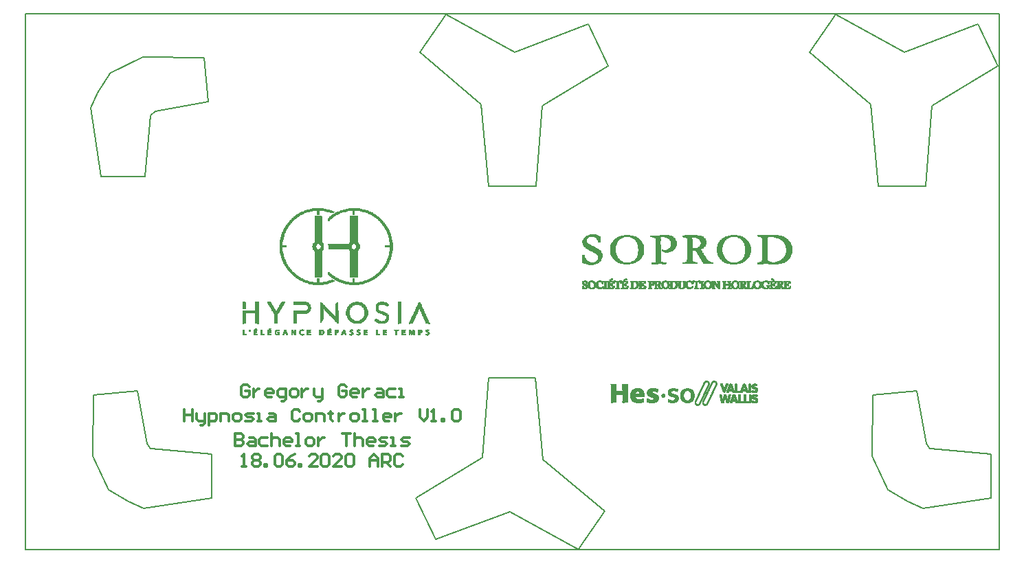
<source format=gto>
G04*
G04 #@! TF.GenerationSoftware,Altium Limited,Altium Designer,19.0.10 (269)*
G04*
G04 Layer_Color=65535*
%FSLAX44Y44*%
%MOMM*%
G71*
G01*
G75*
%ADD10C,0.0127*%
%ADD11C,0.1500*%
%ADD12C,0.0508*%
%ADD13C,0.3000*%
%ADD14C,0.2000*%
D10*
X838094Y207972D02*
X840126D01*
X847365D02*
X849397D01*
X837713Y207845D02*
X840380D01*
X847111D02*
X849778D01*
X837459Y207718D02*
X840761D01*
X846857D02*
X850032D01*
X837205Y207591D02*
X840888D01*
X846603D02*
X850286D01*
X837078Y207464D02*
X841142D01*
X846476D02*
X850413D01*
X836951Y207337D02*
X841269D01*
X846222D02*
X850667D01*
X836824Y207210D02*
X841396D01*
X846095D02*
X850794D01*
X836697Y207083D02*
X841523D01*
X845968D02*
X850921D01*
X836570Y206956D02*
X841650D01*
X845841D02*
X851048D01*
X836443Y206829D02*
X838856D01*
X839237D02*
X841777D01*
X845714D02*
X848254D01*
X848635D02*
X851175D01*
X836316Y206702D02*
X838348D01*
X839745D02*
X841904D01*
X845714D02*
X847746D01*
X849143D02*
X851175D01*
X836189Y206575D02*
X838094D01*
X840126D02*
X841904D01*
X845587D02*
X847492D01*
X849397D02*
X851302D01*
X836062Y206448D02*
X837967D01*
X840253D02*
X842031D01*
X845460D02*
X847238D01*
X849651D02*
X851429D01*
X836062Y206321D02*
X837713D01*
X840507D02*
X842031D01*
X845333D02*
X847111D01*
X849778D02*
X851429D01*
X835935Y206194D02*
X837586D01*
X840634D02*
X842158D01*
X845333D02*
X846984D01*
X849905D02*
X851556D01*
X835935Y206067D02*
X837459D01*
X840761D02*
X842158D01*
X845206D02*
X846857D01*
X850032D02*
X851556D01*
X835808Y205940D02*
X837332D01*
X840761D02*
X842285D01*
X845206D02*
X846730D01*
X850159D02*
X851556D01*
X835681Y205813D02*
X837332D01*
X840888D02*
X842285D01*
X845079D02*
X846603D01*
X850286D02*
X851683D01*
X835681Y205686D02*
X837205D01*
X841015D02*
X842285D01*
X844952D02*
X846603D01*
X850286D02*
X851683D01*
X835554Y205559D02*
X837078D01*
X841015D02*
X842412D01*
X844952D02*
X846476D01*
X850413D02*
X851683D01*
X835554Y205432D02*
X837078D01*
X841015D02*
X842412D01*
X844825D02*
X846349D01*
X850413D02*
X851810D01*
X835427Y205305D02*
X836951D01*
X841142D02*
X842412D01*
X844825D02*
X846349D01*
X850413D02*
X851810D01*
X835427Y205178D02*
X836824D01*
X841142D02*
X842412D01*
X844698D02*
X846222D01*
X850540D02*
X851810D01*
X835300Y205051D02*
X836824D01*
X841142D02*
X842412D01*
X844698D02*
X846095D01*
X850540D02*
X851810D01*
X857271D02*
X857652D01*
X863875D02*
X864256D01*
X835300Y204924D02*
X836697D01*
X841142D02*
X842412D01*
X844571D02*
X846095D01*
X850540D02*
X851810D01*
X856763D02*
X858033D01*
X863494D02*
X864637D01*
X835173Y204797D02*
X836697D01*
X841142D02*
X842412D01*
X844571D02*
X845968D01*
X850540D02*
X851810D01*
X856636D02*
X858160D01*
X863367D02*
X864891D01*
X835173Y204670D02*
X836570D01*
X841142D02*
X842412D01*
X844571D02*
X845968D01*
X850540D02*
X851810D01*
X856509D02*
X858287D01*
X863240D02*
X865018D01*
X868447D02*
X868955D01*
X885211D02*
X885719D01*
X835046Y204543D02*
X836570D01*
X841142D02*
X842412D01*
X844444D02*
X845841D01*
X850540D02*
X851810D01*
X856382D02*
X858414D01*
X863113D02*
X865145D01*
X867939D02*
X869336D01*
X874924D02*
X875813D01*
X884703D02*
X886100D01*
X891688D02*
X892577D01*
X897403D02*
X899562D01*
X835046Y204416D02*
X836443D01*
X841142D02*
X842412D01*
X844444D02*
X845841D01*
X850540D02*
X851810D01*
X856255D02*
X858414D01*
X862986D02*
X865145D01*
X867812D02*
X869590D01*
X874670D02*
X876067D01*
X884449D02*
X886354D01*
X891434D02*
X892831D01*
X896895D02*
X900070D01*
X834919Y204289D02*
X836443D01*
X841142D02*
X842412D01*
X844317D02*
X845714D01*
X850540D02*
X851810D01*
X856255D02*
X858541D01*
X862986D02*
X865272D01*
X867558D02*
X869844D01*
X874543D02*
X876321D01*
X884322D02*
X886481D01*
X891307D02*
X892958D01*
X896641D02*
X900451D01*
X726842Y204162D02*
X727604D01*
X740812D02*
X741574D01*
X834919D02*
X836316D01*
X841142D02*
X842412D01*
X844317D02*
X845714D01*
X850540D02*
X851810D01*
X856255D02*
X858541D01*
X862986D02*
X865272D01*
X867431D02*
X869971D01*
X874416D02*
X876321D01*
X884195D02*
X886608D01*
X891180D02*
X893085D01*
X896387D02*
X900705D01*
X721381Y204035D02*
X727731D01*
X735351D02*
X741701D01*
X834919D02*
X836316D01*
X841142D02*
X842412D01*
X844190D02*
X845587D01*
X850413D02*
X851810D01*
X856255D02*
X858668D01*
X862859D02*
X865272D01*
X867304D02*
X869971D01*
X874416D02*
X876448D01*
X884068D02*
X886735D01*
X891053D02*
X893212D01*
X896133D02*
X900832D01*
X721254Y203908D02*
X727731D01*
X735351D02*
X741701D01*
X834792D02*
X836189D01*
X841015D02*
X842412D01*
X844190D02*
X845587D01*
X850413D02*
X851810D01*
X856255D02*
X858668D01*
X862859D02*
X865272D01*
X867304D02*
X870098D01*
X874289D02*
X876575D01*
X883941D02*
X886862D01*
X891053D02*
X893212D01*
X896006D02*
X901086D01*
X721127Y203781D02*
X727731D01*
X735351D02*
X741701D01*
X834792D02*
X836189D01*
X841015D02*
X842412D01*
X844063D02*
X845587D01*
X850413D02*
X851683D01*
X856255D02*
X858668D01*
X862732D02*
X865272D01*
X867177D02*
X870225D01*
X874289D02*
X876575D01*
X883941D02*
X886989D01*
X891053D02*
X893339D01*
X895752D02*
X901213D01*
X721254Y203654D02*
X727731D01*
X735351D02*
X741701D01*
X834665D02*
X836062D01*
X841015D02*
X842285D01*
X844063D02*
X845460D01*
X850413D02*
X851683D01*
X856255D02*
X858795D01*
X862732D02*
X865272D01*
X867050D02*
X870225D01*
X874289D02*
X876575D01*
X883814D02*
X886989D01*
X891053D02*
X893339D01*
X895625D02*
X901213D01*
X721254Y203527D02*
X727731D01*
X735351D02*
X741701D01*
X834665D02*
X836062D01*
X840888D02*
X842285D01*
X843936D02*
X845460D01*
X850286D02*
X851683D01*
X856255D02*
X858795D01*
X862732D02*
X865272D01*
X867050D02*
X870352D01*
X874289D02*
X876575D01*
X883814D02*
X886989D01*
X890926D02*
X893339D01*
X895498D02*
X901340D01*
X721254Y203400D02*
X727731D01*
X735351D02*
X741701D01*
X834538D02*
X835935D01*
X840888D02*
X842285D01*
X843936D02*
X845333D01*
X850286D02*
X851683D01*
X856255D02*
X858795D01*
X862605D02*
X865145D01*
X867050D02*
X870352D01*
X874289D02*
X876575D01*
X883687D02*
X887116D01*
X890926D02*
X893339D01*
X895371D02*
X901340D01*
X721254Y203273D02*
X727731D01*
X735351D02*
X741701D01*
X834538D02*
X835935D01*
X840888D02*
X842285D01*
X843809D02*
X845333D01*
X850159D02*
X851556D01*
X856382D02*
X858922D01*
X862605D02*
X865145D01*
X866923D02*
X870352D01*
X874289D02*
X876575D01*
X883687D02*
X887116D01*
X890926D02*
X893339D01*
X895371D02*
X901340D01*
X721254Y203146D02*
X727731D01*
X735351D02*
X741701D01*
X834411D02*
X835935D01*
X840761D02*
X842158D01*
X843809D02*
X845206D01*
X850159D02*
X851556D01*
X856382D02*
X858922D01*
X862605D02*
X865145D01*
X866923D02*
X870479D01*
X874289D02*
X876575D01*
X883687D02*
X887243D01*
X890926D02*
X893339D01*
X895244D02*
X901340D01*
X721254Y203019D02*
X727731D01*
X735351D02*
X741701D01*
X834411D02*
X835808D01*
X840761D02*
X842158D01*
X843682D02*
X845206D01*
X850032D02*
X851556D01*
X856382D02*
X859049D01*
X862478D02*
X865018D01*
X866923D02*
X870479D01*
X874289D02*
X876575D01*
X883560D02*
X887243D01*
X890926D02*
X893339D01*
X895117D02*
X901340D01*
X721254Y202892D02*
X727731D01*
X735351D02*
X741701D01*
X834284D02*
X835808D01*
X840634D02*
X842031D01*
X843682D02*
X845079D01*
X850032D02*
X851429D01*
X856509D02*
X859049D01*
X862478D02*
X865018D01*
X866796D02*
X870479D01*
X874289D02*
X876575D01*
X883560D02*
X887243D01*
X890926D02*
X893339D01*
X895117D02*
X901340D01*
X721254Y202765D02*
X727731D01*
X735351D02*
X741701D01*
X834284D02*
X835681D01*
X840634D02*
X842031D01*
X843555D02*
X845079D01*
X849905D02*
X851429D01*
X856509D02*
X859049D01*
X862351D02*
X865018D01*
X866796D02*
X870606D01*
X874289D02*
X876575D01*
X883560D02*
X887370D01*
X890926D02*
X893339D01*
X894990D02*
X901340D01*
X721254Y202638D02*
X727731D01*
X735351D02*
X741701D01*
X834157D02*
X835681D01*
X840507D02*
X842031D01*
X843555D02*
X844952D01*
X849905D02*
X851302D01*
X856636D02*
X859176D01*
X862351D02*
X864891D01*
X866669D02*
X870606D01*
X874289D02*
X876575D01*
X883433D02*
X887370D01*
X890926D02*
X893339D01*
X894990D02*
X901340D01*
X721254Y202511D02*
X727731D01*
X735351D02*
X741701D01*
X834157D02*
X835554D01*
X840507D02*
X841904D01*
X843555D02*
X844952D01*
X849905D02*
X851302D01*
X856636D02*
X859176D01*
X862351D02*
X864891D01*
X866669D02*
X870606D01*
X874289D02*
X876575D01*
X883433D02*
X887370D01*
X890926D02*
X893339D01*
X894863D02*
X901340D01*
X721254Y202384D02*
X727731D01*
X735351D02*
X741701D01*
X834030D02*
X835554D01*
X840380D02*
X841904D01*
X843428D02*
X844825D01*
X849778D02*
X851175D01*
X856636D02*
X859176D01*
X862224D02*
X864764D01*
X866669D02*
X870733D01*
X874289D02*
X876575D01*
X883433D02*
X887497D01*
X890926D02*
X893339D01*
X894863D02*
X898292D01*
X898546D02*
X901213D01*
X721254Y202257D02*
X727731D01*
X735351D02*
X741701D01*
X834030D02*
X835427D01*
X840380D02*
X841777D01*
X843428D02*
X844825D01*
X849778D02*
X851175D01*
X856763D02*
X859303D01*
X862224D02*
X864764D01*
X866542D02*
X870733D01*
X874289D02*
X876575D01*
X883306D02*
X887497D01*
X890926D02*
X893339D01*
X894863D02*
X897784D01*
X899181D02*
X901086D01*
X721254Y202130D02*
X727731D01*
X735351D02*
X741701D01*
X833903D02*
X835427D01*
X840253D02*
X841777D01*
X843301D02*
X844698D01*
X849651D02*
X851048D01*
X856763D02*
X859303D01*
X862224D02*
X864764D01*
X866542D02*
X870860D01*
X874289D02*
X876575D01*
X883306D02*
X887497D01*
X890926D02*
X893339D01*
X894736D02*
X897530D01*
X899435D02*
X900959D01*
X721254Y202003D02*
X727731D01*
X735351D02*
X741701D01*
X833903D02*
X835300D01*
X840253D02*
X841650D01*
X843301D02*
X844698D01*
X849651D02*
X851048D01*
X856890D02*
X859430D01*
X862097D02*
X864637D01*
X866542D02*
X870860D01*
X874289D02*
X876575D01*
X883179D02*
X885338D01*
X885465D02*
X887624D01*
X890926D02*
X893339D01*
X894736D02*
X897403D01*
X899816D02*
X900705D01*
X721254Y201876D02*
X727731D01*
X735351D02*
X741701D01*
X833903D02*
X835300D01*
X840253D02*
X841650D01*
X843174D02*
X844571D01*
X849524D02*
X850921D01*
X856890D02*
X859430D01*
X862097D02*
X864637D01*
X866415D02*
X868574D01*
X868701D02*
X870860D01*
X874289D02*
X876575D01*
X883179D02*
X885338D01*
X885465D02*
X887624D01*
X890926D02*
X893339D01*
X894736D02*
X897276D01*
X721254Y201749D02*
X727731D01*
X735351D02*
X741701D01*
X833776D02*
X835173D01*
X840126D02*
X841523D01*
X843174D02*
X844571D01*
X849524D02*
X850921D01*
X856890D02*
X859430D01*
X861970D02*
X864510D01*
X866415D02*
X868574D01*
X868828D02*
X870987D01*
X874289D02*
X876575D01*
X883179D02*
X885338D01*
X885592D02*
X887624D01*
X890926D02*
X893339D01*
X894736D02*
X897276D01*
X721254Y201622D02*
X727731D01*
X735478D02*
X741701D01*
X833776D02*
X835173D01*
X840126D02*
X841523D01*
X843047D02*
X844571D01*
X849397D02*
X850921D01*
X857017D02*
X859557D01*
X861970D02*
X864510D01*
X866288D02*
X868574D01*
X868828D02*
X870987D01*
X874289D02*
X876575D01*
X883052D02*
X885211D01*
X885592D02*
X887751D01*
X890926D02*
X893339D01*
X894736D02*
X897276D01*
X721254Y201495D02*
X727731D01*
X735478D02*
X741701D01*
X833649D02*
X835046D01*
X839999D02*
X841396D01*
X843047D02*
X844444D01*
X849397D02*
X850794D01*
X857017D02*
X859557D01*
X861970D02*
X864510D01*
X866288D02*
X868447D01*
X868828D02*
X870987D01*
X874289D02*
X876575D01*
X883052D02*
X885211D01*
X885592D02*
X887751D01*
X890926D02*
X893339D01*
X894736D02*
X897149D01*
X721254Y201368D02*
X727731D01*
X735478D02*
X741701D01*
X833649D02*
X835046D01*
X839999D02*
X841396D01*
X842920D02*
X844444D01*
X849270D02*
X850794D01*
X857144D02*
X859557D01*
X861843D02*
X864383D01*
X866288D02*
X868447D01*
X868955D02*
X871114D01*
X874289D02*
X876575D01*
X883052D02*
X885211D01*
X885592D02*
X887878D01*
X890926D02*
X893339D01*
X894609D02*
X897276D01*
X721254Y201241D02*
X727731D01*
X735478D02*
X741701D01*
X833522D02*
X834919D01*
X839872D02*
X841269D01*
X842920D02*
X844317D01*
X849270D02*
X850667D01*
X857144D02*
X859684D01*
X861843D02*
X864383D01*
X866161D02*
X868447D01*
X868955D02*
X871114D01*
X874289D02*
X876575D01*
X882925D02*
X885084D01*
X885719D02*
X887878D01*
X890926D02*
X893339D01*
X894609D02*
X897276D01*
X721381Y201114D02*
X727731D01*
X735478D02*
X741701D01*
X833522D02*
X834919D01*
X839872D02*
X841269D01*
X842793D02*
X844317D01*
X849143D02*
X850667D01*
X857144D02*
X859684D01*
X861843D02*
X864256D01*
X866161D02*
X868320D01*
X868955D02*
X871114D01*
X874289D02*
X876575D01*
X882925D02*
X885084D01*
X885719D02*
X887878D01*
X890926D02*
X893339D01*
X894609D02*
X897403D01*
X721381Y200987D02*
X727731D01*
X735478D02*
X741701D01*
X833395D02*
X834919D01*
X839745D02*
X841269D01*
X842793D02*
X844190D01*
X849143D02*
X850540D01*
X857271D02*
X859811D01*
X861716D02*
X864256D01*
X866161D02*
X868320D01*
X869082D02*
X871241D01*
X874289D02*
X876575D01*
X882798D02*
X885084D01*
X885719D02*
X888005D01*
X890926D02*
X893339D01*
X894609D02*
X897530D01*
X721381Y200860D02*
X727731D01*
X735478D02*
X741701D01*
X833395D02*
X834792D01*
X839745D02*
X841142D01*
X842666D02*
X844190D01*
X849016D02*
X850540D01*
X857271D02*
X859811D01*
X861716D02*
X864256D01*
X866034D02*
X868320D01*
X869082D02*
X871241D01*
X874289D02*
X876575D01*
X882798D02*
X884957D01*
X885846D02*
X888005D01*
X890926D02*
X893339D01*
X894736D02*
X897784D01*
X721381Y200733D02*
X727731D01*
X735478D02*
X741701D01*
X833268D02*
X834792D01*
X839618D02*
X841142D01*
X842666D02*
X844063D01*
X849016D02*
X850413D01*
X857398D02*
X859811D01*
X861589D02*
X864129D01*
X866034D02*
X868193D01*
X869082D02*
X871368D01*
X874289D02*
X876575D01*
X882798D02*
X884957D01*
X885846D02*
X888005D01*
X890926D02*
X893339D01*
X894736D02*
X898038D01*
X721381Y200606D02*
X727731D01*
X735478D02*
X741701D01*
X833268D02*
X834665D01*
X839618D02*
X841015D01*
X842539D02*
X844063D01*
X848889D02*
X850413D01*
X857398D02*
X859938D01*
X861589D02*
X864129D01*
X865907D02*
X868193D01*
X869209D02*
X871368D01*
X874289D02*
X876575D01*
X882671D02*
X884957D01*
X885846D02*
X888132D01*
X890926D02*
X893339D01*
X894736D02*
X898419D01*
X721381Y200479D02*
X727731D01*
X735478D02*
X741701D01*
X833141D02*
X834665D01*
X839491D02*
X841015D01*
X842539D02*
X843936D01*
X848889D02*
X850286D01*
X857398D02*
X859938D01*
X861589D02*
X864002D01*
X865907D02*
X868193D01*
X869209D02*
X871368D01*
X874289D02*
X876575D01*
X882671D02*
X884830D01*
X885973D02*
X888132D01*
X890926D02*
X893339D01*
X894736D02*
X898800D01*
X721381Y200352D02*
X727731D01*
X735478D02*
X741701D01*
X833141D02*
X834538D01*
X839491D02*
X840888D01*
X842539D02*
X843936D01*
X848762D02*
X850286D01*
X857525D02*
X859938D01*
X861462D02*
X864002D01*
X865907D02*
X868066D01*
X869209D02*
X871495D01*
X874289D02*
X876575D01*
X882671D02*
X884830D01*
X885973D02*
X888132D01*
X890926D02*
X893339D01*
X894736D02*
X899308D01*
X721381Y200225D02*
X727731D01*
X735478D02*
X741701D01*
X833014D02*
X834538D01*
X839364D02*
X840888D01*
X842412D02*
X843809D01*
X848762D02*
X850159D01*
X857525D02*
X860065D01*
X861462D02*
X864002D01*
X865780D02*
X868066D01*
X869209D02*
X871495D01*
X874289D02*
X876575D01*
X882544D02*
X884830D01*
X885973D02*
X888259D01*
X890926D02*
X893339D01*
X894863D02*
X899689D01*
X721381Y200098D02*
X727731D01*
X735478D02*
X741701D01*
X833014D02*
X834411D01*
X839364D02*
X840761D01*
X842412D02*
X843809D01*
X848762D02*
X850159D01*
X857652D02*
X860065D01*
X861462D02*
X863875D01*
X865780D02*
X868066D01*
X869336D02*
X871495D01*
X874289D02*
X876575D01*
X882544D02*
X884830D01*
X886100D02*
X888259D01*
X890926D02*
X893339D01*
X894863D02*
X900070D01*
X721381Y199971D02*
X727731D01*
X735478D02*
X741701D01*
X832887D02*
X834411D01*
X839237D02*
X840761D01*
X842285D02*
X843682D01*
X848635D02*
X850032D01*
X857652D02*
X860192D01*
X861335D02*
X863875D01*
X865780D02*
X867939D01*
X869336D02*
X871622D01*
X874289D02*
X876575D01*
X882544D02*
X884703D01*
X886100D02*
X888386D01*
X890926D02*
X893339D01*
X894863D02*
X900324D01*
X721381Y199844D02*
X727731D01*
X735478D02*
X741701D01*
X832887D02*
X834284D01*
X839237D02*
X840634D01*
X842285D02*
X843682D01*
X848635D02*
X850032D01*
X857652D02*
X860192D01*
X861335D02*
X863748D01*
X865653D02*
X867939D01*
X869336D02*
X871622D01*
X874289D02*
X876575D01*
X882417D02*
X884703D01*
X886100D02*
X888386D01*
X890926D02*
X893339D01*
X894990D02*
X900578D01*
X721381Y199717D02*
X727731D01*
X735478D02*
X741701D01*
X832887D02*
X834284D01*
X839237D02*
X840634D01*
X842158D02*
X843682D01*
X848508D02*
X849905D01*
X857779D02*
X860192D01*
X861208D02*
X863748D01*
X865653D02*
X867939D01*
X869463D02*
X871622D01*
X874289D02*
X876575D01*
X882417D02*
X884703D01*
X886227D02*
X888386D01*
X890926D02*
X893339D01*
X895117D02*
X900832D01*
X721381Y199590D02*
X727731D01*
X735478D02*
X741701D01*
X832760D02*
X834157D01*
X839110D02*
X840507D01*
X842158D02*
X843555D01*
X848508D02*
X849905D01*
X857779D02*
X860319D01*
X861208D02*
X863748D01*
X865653D02*
X867812D01*
X869463D02*
X871749D01*
X874289D02*
X876575D01*
X882290D02*
X884576D01*
X886227D02*
X888513D01*
X890926D02*
X893339D01*
X895117D02*
X900959D01*
X721381Y199463D02*
X727731D01*
X735478D02*
X741701D01*
X832760D02*
X834157D01*
X839110D02*
X840507D01*
X842031D02*
X843555D01*
X848381D02*
X849905D01*
X857779D02*
X860319D01*
X861208D02*
X863621D01*
X865526D02*
X867812D01*
X869463D02*
X871749D01*
X874289D02*
X876575D01*
X882290D02*
X884576D01*
X886227D02*
X888513D01*
X890926D02*
X893339D01*
X895244D02*
X901213D01*
X721381Y199336D02*
X727731D01*
X735478D02*
X741701D01*
X832633D02*
X834030D01*
X838983D02*
X840380D01*
X842031D02*
X843428D01*
X848381D02*
X849778D01*
X857906D02*
X860319D01*
X861081D02*
X863621D01*
X865526D02*
X867812D01*
X869590D02*
X871749D01*
X874289D02*
X876575D01*
X882290D02*
X884576D01*
X886354D02*
X888513D01*
X890926D02*
X893339D01*
X895371D02*
X901340D01*
X721381Y199209D02*
X727731D01*
X735478D02*
X741701D01*
X832633D02*
X834030D01*
X838983D02*
X840380D01*
X841904D02*
X843428D01*
X848254D02*
X849778D01*
X857906D02*
X860446D01*
X861081D02*
X863621D01*
X865399D02*
X867685D01*
X869590D02*
X871876D01*
X874289D02*
X876575D01*
X882163D02*
X884449D01*
X886354D02*
X888640D01*
X890926D02*
X893339D01*
X895498D02*
X901467D01*
X721381Y199082D02*
X727731D01*
X735478D02*
X741701D01*
X832506D02*
X834030D01*
X838856D02*
X840253D01*
X841904D02*
X843301D01*
X848254D02*
X849651D01*
X858033D02*
X860446D01*
X861081D02*
X863494D01*
X865399D02*
X867685D01*
X869590D02*
X871876D01*
X874289D02*
X876575D01*
X882163D02*
X884449D01*
X886354D02*
X888640D01*
X890926D02*
X893339D01*
X895752D02*
X901594D01*
X721381Y198955D02*
X727731D01*
X735478D02*
X741701D01*
X832506D02*
X833903D01*
X838856D02*
X840253D01*
X841777D02*
X843301D01*
X848127D02*
X849651D01*
X858033D02*
X860573D01*
X860954D02*
X863494D01*
X865399D02*
X867685D01*
X869717D02*
X872003D01*
X874289D02*
X876575D01*
X882163D02*
X884449D01*
X886481D02*
X888640D01*
X890926D02*
X893339D01*
X895879D02*
X901594D01*
X721381Y198828D02*
X727731D01*
X735478D02*
X741701D01*
X752877D02*
X755417D01*
X771927D02*
X775102D01*
X832379D02*
X833903D01*
X838729D02*
X840253D01*
X841777D02*
X843174D01*
X848127D02*
X849524D01*
X858033D02*
X860573D01*
X860954D02*
X863367D01*
X865272D02*
X867558D01*
X869717D02*
X872003D01*
X874289D02*
X876575D01*
X882036D02*
X884322D01*
X886481D02*
X888767D01*
X890926D02*
X893339D01*
X896133D02*
X901721D01*
X721381Y198701D02*
X727731D01*
X735478D02*
X741701D01*
X751988D02*
X756179D01*
X770911D02*
X776118D01*
X797581D02*
X799232D01*
X814853D02*
X816377D01*
X832379D02*
X833776D01*
X838729D02*
X840126D01*
X841650D02*
X843174D01*
X848000D02*
X849524D01*
X858160D02*
X860573D01*
X860954D02*
X863367D01*
X865272D02*
X867558D01*
X869717D02*
X872003D01*
X874289D02*
X876575D01*
X882036D02*
X884322D01*
X886481D02*
X888767D01*
X890926D02*
X893339D01*
X896387D02*
X901848D01*
X721381Y198574D02*
X727731D01*
X735478D02*
X741701D01*
X751480D02*
X756814D01*
X770276D02*
X776753D01*
X796438D02*
X800502D01*
X813710D02*
X817520D01*
X832252D02*
X833776D01*
X838602D02*
X840126D01*
X841650D02*
X843047D01*
X848000D02*
X849397D01*
X858160D02*
X860700D01*
X860827D02*
X863367D01*
X865272D02*
X867558D01*
X869844D02*
X872130D01*
X874289D02*
X876575D01*
X881909D02*
X884322D01*
X886608D02*
X888894D01*
X890926D02*
X893339D01*
X896768D02*
X901848D01*
X721381Y198447D02*
X727731D01*
X735478D02*
X741701D01*
X750972D02*
X757195D01*
X769895D02*
X777388D01*
X795803D02*
X801137D01*
X813075D02*
X818155D01*
X832252D02*
X833649D01*
X838602D02*
X839999D01*
X841650D02*
X843047D01*
X847873D02*
X849397D01*
X858287D02*
X860700D01*
X860827D02*
X863240D01*
X865145D02*
X867431D01*
X869844D02*
X872130D01*
X874289D02*
X876575D01*
X881909D02*
X884195D01*
X886608D02*
X888894D01*
X890926D02*
X893339D01*
X897149D02*
X901975D01*
X721381Y198320D02*
X727604D01*
X735478D02*
X741701D01*
X750591D02*
X757576D01*
X769514D02*
X777896D01*
X795295D02*
X801772D01*
X812567D02*
X818663D01*
X832125D02*
X833649D01*
X838475D02*
X839999D01*
X841523D02*
X842920D01*
X847873D02*
X849270D01*
X858287D02*
X863240D01*
X865145D02*
X867431D01*
X869844D02*
X872130D01*
X874289D02*
X876575D01*
X881909D02*
X884195D01*
X886608D02*
X888894D01*
X890926D02*
X893339D01*
X897530D02*
X901975D01*
X721381Y198193D02*
X727604D01*
X735478D02*
X741701D01*
X750210D02*
X757957D01*
X769133D02*
X778404D01*
X794914D02*
X802153D01*
X812186D02*
X819044D01*
X832125D02*
X833522D01*
X838475D02*
X839872D01*
X841523D02*
X842920D01*
X847746D02*
X849270D01*
X858287D02*
X863113D01*
X865018D02*
X867431D01*
X869971D02*
X872257D01*
X874289D02*
X876575D01*
X881782D02*
X884195D01*
X886608D02*
X889021D01*
X890926D02*
X893339D01*
X898038D02*
X901975D01*
X721381Y198066D02*
X727604D01*
X735478D02*
X741701D01*
X749956D02*
X758211D01*
X768879D02*
X778785D01*
X794533D02*
X802661D01*
X811805D02*
X819298D01*
X831998D02*
X833522D01*
X838348D02*
X839872D01*
X841396D02*
X842793D01*
X847746D02*
X849143D01*
X858414D02*
X863113D01*
X865018D02*
X867304D01*
X869971D02*
X872257D01*
X874289D02*
X876575D01*
X881782D02*
X884068D01*
X886735D02*
X889021D01*
X890926D02*
X893339D01*
X898419D02*
X902102D01*
X721381Y197939D02*
X727604D01*
X735478D02*
X741701D01*
X749702D02*
X758465D01*
X768625D02*
X778912D01*
X794279D02*
X803042D01*
X811551D02*
X819679D01*
X831998D02*
X833395D01*
X838348D02*
X839745D01*
X841396D02*
X842793D01*
X847746D02*
X849143D01*
X858414D02*
X863113D01*
X865018D02*
X872257D01*
X874289D02*
X876575D01*
X881782D02*
X889021D01*
X890926D02*
X893339D01*
X898800D02*
X902102D01*
X721508Y197812D02*
X727604D01*
X735478D02*
X741701D01*
X749448D02*
X758719D01*
X768371D02*
X778912D01*
X794025D02*
X803296D01*
X811297D02*
X819933D01*
X831998D02*
X833395D01*
X838221D02*
X839745D01*
X841269D02*
X842666D01*
X847619D02*
X849016D01*
X858541D02*
X862986D01*
X864891D02*
X872384D01*
X874289D02*
X876575D01*
X881655D02*
X889148D01*
X890926D02*
X893339D01*
X899054D02*
X902102D01*
X721508Y197685D02*
X727604D01*
X735478D02*
X741701D01*
X749194D02*
X758846D01*
X768117D02*
X778912D01*
X793771D02*
X803423D01*
X811043D02*
X820187D01*
X831871D02*
X833268D01*
X838221D02*
X839618D01*
X841269D02*
X842666D01*
X847619D02*
X849016D01*
X858541D02*
X862986D01*
X864891D02*
X872384D01*
X874289D02*
X876575D01*
X881655D02*
X889148D01*
X890926D02*
X893339D01*
X899308D02*
X902102D01*
X721508Y197558D02*
X727604D01*
X735478D02*
X741701D01*
X749067D02*
X759100D01*
X767990D02*
X778912D01*
X793644D02*
X803423D01*
X810789D02*
X820314D01*
X831871D02*
X833268D01*
X838094D02*
X839618D01*
X841142D02*
X842666D01*
X847492D02*
X848889D01*
X858541D02*
X862859D01*
X864891D02*
X872511D01*
X874289D02*
X876575D01*
X881528D02*
X889148D01*
X890926D02*
X893339D01*
X899435D02*
X902102D01*
X721508Y197431D02*
X727604D01*
X735478D02*
X741701D01*
X748813D02*
X759227D01*
X767863D02*
X778912D01*
X793390D02*
X803423D01*
X810535D02*
X820568D01*
X831744D02*
X833141D01*
X838094D02*
X839491D01*
X841142D02*
X842539D01*
X847492D02*
X848889D01*
X858668D02*
X862859D01*
X864764D02*
X872511D01*
X874289D02*
X876575D01*
X881528D02*
X889275D01*
X890926D02*
X893339D01*
X899562D02*
X902102D01*
X721508Y197304D02*
X727604D01*
X735478D02*
X741701D01*
X748686D02*
X759354D01*
X767609D02*
X778912D01*
X793263D02*
X803423D01*
X810408D02*
X820822D01*
X831744D02*
X833141D01*
X838094D02*
X839491D01*
X841015D02*
X842539D01*
X847365D02*
X848762D01*
X858668D02*
X862859D01*
X864764D02*
X872511D01*
X874289D02*
X876575D01*
X881528D02*
X889275D01*
X890926D02*
X893339D01*
X899562D02*
X902229D01*
X721508Y197177D02*
X727604D01*
X735605D02*
X741701D01*
X748432D02*
X759481D01*
X767482D02*
X778912D01*
X793009D02*
X803423D01*
X810154D02*
X820949D01*
X831617D02*
X833014D01*
X837967D02*
X839364D01*
X841015D02*
X842412D01*
X847365D02*
X848762D01*
X858795D02*
X862732D01*
X864764D02*
X872638D01*
X874289D02*
X876575D01*
X881401D02*
X889275D01*
X890926D02*
X893339D01*
X899562D02*
X902229D01*
X721508Y197050D02*
X727604D01*
X735605D02*
X741701D01*
X748305D02*
X759608D01*
X767355D02*
X778785D01*
X792882D02*
X803423D01*
X810027D02*
X821076D01*
X831617D02*
X833014D01*
X837967D02*
X839364D01*
X840888D02*
X842412D01*
X847238D02*
X848762D01*
X858795D02*
X862732D01*
X864637D02*
X872638D01*
X874289D02*
X876575D01*
X881401D02*
X889402D01*
X890926D02*
X893339D01*
X899689D02*
X902229D01*
X721508Y196923D02*
X727604D01*
X735605D02*
X741701D01*
X748178D02*
X759735D01*
X767228D02*
X778785D01*
X792755D02*
X803423D01*
X809773D02*
X821203D01*
X831490D02*
X833014D01*
X837840D02*
X839237D01*
X840888D02*
X842285D01*
X847238D02*
X848635D01*
X858795D02*
X862605D01*
X864637D02*
X872638D01*
X874289D02*
X876575D01*
X881401D02*
X889402D01*
X890926D02*
X893339D01*
X899562D02*
X902229D01*
X721508Y196796D02*
X727604D01*
X735605D02*
X741701D01*
X748051D02*
X759862D01*
X767101D02*
X778785D01*
X792628D02*
X803423D01*
X809646D02*
X821457D01*
X831490D02*
X832887D01*
X837840D02*
X839237D01*
X840761D02*
X842285D01*
X847111D02*
X848635D01*
X858922D02*
X862605D01*
X864510D02*
X872765D01*
X874289D02*
X876575D01*
X881274D02*
X889529D01*
X890926D02*
X893339D01*
X899562D02*
X902102D01*
X721508Y196669D02*
X727604D01*
X735605D02*
X741701D01*
X747797D02*
X759989D01*
X766974D02*
X778785D01*
X792501D02*
X803423D01*
X809519D02*
X821584D01*
X831363D02*
X832887D01*
X837713D02*
X839110D01*
X840761D02*
X842158D01*
X847111D02*
X848508D01*
X858922D02*
X862605D01*
X864510D02*
X872765D01*
X874289D02*
X876575D01*
X881274D02*
X889529D01*
X890926D02*
X893339D01*
X899562D02*
X902102D01*
X721508Y196542D02*
X727604D01*
X735605D02*
X741701D01*
X747670D02*
X760116D01*
X766847D02*
X778785D01*
X792374D02*
X803296D01*
X809392D02*
X821711D01*
X831363D02*
X832760D01*
X837713D02*
X839110D01*
X840634D02*
X842158D01*
X846984D02*
X848508D01*
X859049D02*
X862478D01*
X864510D02*
X872765D01*
X874289D02*
X876575D01*
X881274D02*
X889529D01*
X890926D02*
X893339D01*
X899435D02*
X902102D01*
X721508Y196415D02*
X727604D01*
X735605D02*
X741701D01*
X747543D02*
X760243D01*
X766847D02*
X778785D01*
X792374D02*
X803296D01*
X809265D02*
X821838D01*
X831236D02*
X832760D01*
X837586D02*
X839110D01*
X840634D02*
X842031D01*
X846984D02*
X848381D01*
X859049D02*
X862478D01*
X864383D02*
X872892D01*
X874289D02*
X876575D01*
X881147D02*
X889656D01*
X890926D02*
X893339D01*
X895371D02*
X896006D01*
X899435D02*
X902102D01*
X721508Y196288D02*
X727604D01*
X735605D02*
X741701D01*
X747416D02*
X760370D01*
X766720D02*
X778785D01*
X792247D02*
X803296D01*
X809138D02*
X821838D01*
X831236D02*
X832633D01*
X837586D02*
X838983D01*
X840634D02*
X842031D01*
X846857D02*
X848381D01*
X859049D02*
X862351D01*
X864383D02*
X872892D01*
X874289D02*
X876575D01*
X881147D02*
X889656D01*
X890926D02*
X893339D01*
X895117D02*
X896514D01*
X899308D02*
X902102D01*
X721508Y196161D02*
X727604D01*
X735605D02*
X741701D01*
X747416D02*
X760370D01*
X766593D02*
X778785D01*
X792120D02*
X803296D01*
X809011D02*
X814980D01*
X815996D02*
X821965D01*
X831109D02*
X832633D01*
X837459D02*
X838983D01*
X840507D02*
X841904D01*
X846857D02*
X848254D01*
X859176D02*
X862351D01*
X864383D02*
X872892D01*
X874289D02*
X876575D01*
X881020D02*
X889656D01*
X890926D02*
X893339D01*
X894990D02*
X896895D01*
X899181D02*
X902102D01*
X721508Y196034D02*
X727604D01*
X735605D02*
X741701D01*
X747289D02*
X760497D01*
X766593D02*
X778785D01*
X792120D02*
X797454D01*
X799613D02*
X803296D01*
X808884D02*
X814218D01*
X816758D02*
X822092D01*
X831109D02*
X832506D01*
X837459D02*
X838856D01*
X840507D02*
X841904D01*
X846730D02*
X848254D01*
X859176D02*
X862351D01*
X864256D02*
X873019D01*
X874289D02*
X876575D01*
X881020D02*
X889783D01*
X890926D02*
X893339D01*
X894863D02*
X897276D01*
X898927D02*
X901975D01*
X721508Y195907D02*
X727604D01*
X735605D02*
X741701D01*
X747162D02*
X760624D01*
X766466D02*
X778785D01*
X791993D02*
X796946D01*
X800375D02*
X803296D01*
X808757D02*
X813837D01*
X817139D02*
X822219D01*
X830982D02*
X832506D01*
X837332D02*
X838856D01*
X840380D02*
X841777D01*
X846730D02*
X848127D01*
X859176D02*
X862224D01*
X864256D02*
X873019D01*
X874289D02*
X879623D01*
X881020D02*
X889783D01*
X890926D02*
X893339D01*
X894736D02*
X897784D01*
X898546D02*
X901975D01*
X721508Y195780D02*
X727604D01*
X735605D02*
X741701D01*
X747035D02*
X760624D01*
X766339D02*
X778658D01*
X791993D02*
X796565D01*
X800756D02*
X803296D01*
X808630D02*
X813583D01*
X817520D02*
X822346D01*
X830982D02*
X832379D01*
X837332D02*
X838729D01*
X840380D02*
X841777D01*
X846603D02*
X848127D01*
X859303D02*
X862224D01*
X864129D02*
X866669D01*
X870733D02*
X873146D01*
X874289D02*
X879877D01*
X880893D02*
X883433D01*
X887497D02*
X889783D01*
X890926D02*
X893339D01*
X894736D02*
X901975D01*
X721508Y195653D02*
X727604D01*
X735351D02*
X741701D01*
X746908D02*
X760751D01*
X766339D02*
X778658D01*
X791866D02*
X796311D01*
X801137D02*
X803296D01*
X808630D02*
X813329D01*
X817647D02*
X822346D01*
X830982D02*
X832379D01*
X837205D02*
X838729D01*
X840253D02*
X841650D01*
X846603D02*
X848000D01*
X859303D02*
X862097D01*
X864129D02*
X866542D01*
X870733D02*
X873146D01*
X874289D02*
X880004D01*
X880893D02*
X883306D01*
X887497D02*
X889910D01*
X890926D02*
X893339D01*
X894609D02*
X901848D01*
X721508Y195526D02*
X741701D01*
X746908D02*
X760878D01*
X766212D02*
X773451D01*
X774721D02*
X778658D01*
X791866D02*
X796057D01*
X801518D02*
X803296D01*
X808503D02*
X813075D01*
X817901D02*
X822473D01*
X830855D02*
X832252D01*
X837205D02*
X838602D01*
X840253D02*
X841650D01*
X846603D02*
X848000D01*
X859430D02*
X862097D01*
X864129D02*
X866542D01*
X870733D02*
X873146D01*
X874289D02*
X880131D01*
X880893D02*
X883306D01*
X887497D02*
X889910D01*
X890926D02*
X893339D01*
X894609D02*
X901848D01*
X721508Y195399D02*
X741701D01*
X746781D02*
X760878D01*
X766212D02*
X772816D01*
X775483D02*
X778658D01*
X791739D02*
X795930D01*
X801772D02*
X803169D01*
X808376D02*
X812821D01*
X818155D02*
X822600D01*
X830855D02*
X832252D01*
X837078D02*
X838602D01*
X840126D02*
X841650D01*
X846476D02*
X847873D01*
X859430D02*
X862097D01*
X864002D02*
X866542D01*
X870860D02*
X873273D01*
X874289D02*
X880258D01*
X880766D02*
X883306D01*
X887624D02*
X890037D01*
X890926D02*
X893339D01*
X894609D02*
X901721D01*
X721508Y195272D02*
X741701D01*
X746654D02*
X753258D01*
X754655D02*
X761005D01*
X766212D02*
X772562D01*
X775991D02*
X778658D01*
X791739D02*
X795803D01*
X802026D02*
X803169D01*
X808376D02*
X812694D01*
X818282D02*
X822600D01*
X830728D02*
X832125D01*
X837078D02*
X838475D01*
X840126D02*
X841523D01*
X846476D02*
X847873D01*
X859430D02*
X861970D01*
X864002D02*
X866415D01*
X870860D02*
X873273D01*
X874289D02*
X880258D01*
X880766D02*
X883179D01*
X887624D02*
X890037D01*
X890926D02*
X893339D01*
X894609D02*
X901721D01*
X721508Y195145D02*
X741701D01*
X746654D02*
X752877D01*
X755036D02*
X761005D01*
X766085D02*
X772308D01*
X776372D02*
X778658D01*
X791739D02*
X795676D01*
X802280D02*
X803169D01*
X808249D02*
X812567D01*
X818409D02*
X822727D01*
X830728D02*
X832125D01*
X837078D02*
X838475D01*
X839999D02*
X841523D01*
X846349D02*
X847746D01*
X859557D02*
X861970D01*
X864002D02*
X866415D01*
X870860D02*
X873273D01*
X874289D02*
X880258D01*
X880766D02*
X883179D01*
X887624D02*
X890037D01*
X890926D02*
X893339D01*
X894609D02*
X901594D01*
X721508Y195018D02*
X741701D01*
X746527D02*
X752623D01*
X755290D02*
X761132D01*
X766085D02*
X772181D01*
X776626D02*
X778658D01*
X791612D02*
X795549D01*
X802534D02*
X803169D01*
X808122D02*
X812440D01*
X818536D02*
X822727D01*
X830601D02*
X831998D01*
X836951D02*
X838348D01*
X839999D02*
X841396D01*
X846349D02*
X847746D01*
X859557D02*
X861970D01*
X864002D02*
X866415D01*
X870987D02*
X873400D01*
X874289D02*
X880258D01*
X880639D02*
X883179D01*
X887751D02*
X890037D01*
X890926D02*
X893339D01*
X894609D02*
X901467D01*
X721508Y194891D02*
X741701D01*
X746527D02*
X752496D01*
X755417D02*
X761132D01*
X766085D02*
X772054D01*
X777007D02*
X778658D01*
X791612D02*
X795422D01*
X802661D02*
X802915D01*
X808122D02*
X812313D01*
X818663D02*
X822854D01*
X830601D02*
X831998D01*
X836951D02*
X838348D01*
X839872D02*
X841396D01*
X846222D02*
X847746D01*
X859684D02*
X861843D01*
X863875D02*
X866415D01*
X870987D02*
X873400D01*
X874289D02*
X880258D01*
X880639D02*
X883052D01*
X887751D02*
X890164D01*
X890926D02*
X893339D01*
X894736D02*
X901467D01*
X721508Y194764D02*
X741701D01*
X746400D02*
X752242D01*
X755544D02*
X761259D01*
X765958D02*
X771927D01*
X777261D02*
X778658D01*
X791612D02*
X795422D01*
X807995D02*
X812186D01*
X818790D02*
X822854D01*
X830474D02*
X831998D01*
X836824D02*
X838221D01*
X839872D02*
X841269D01*
X846222D02*
X847619D01*
X859684D02*
X861843D01*
X863875D02*
X866288D01*
X870987D02*
X873400D01*
X874289D02*
X880258D01*
X880639D02*
X883052D01*
X887751D02*
X890164D01*
X890926D02*
X893339D01*
X894736D02*
X901340D01*
X721508Y194637D02*
X741701D01*
X746273D02*
X752115D01*
X755671D02*
X761259D01*
X765958D02*
X771800D01*
X777388D02*
X778658D01*
X791612D02*
X795295D01*
X807995D02*
X812059D01*
X818917D02*
X822981D01*
X830474D02*
X831871D01*
X836824D02*
X838221D01*
X839745D02*
X841269D01*
X846095D02*
X847619D01*
X859811D02*
X861716D01*
X863875D02*
X866288D01*
X871114D02*
X873400D01*
X874289D02*
X880258D01*
X880639D02*
X883052D01*
X887878D02*
X890164D01*
X891053D02*
X893339D01*
X894863D02*
X901213D01*
X721508Y194510D02*
X741701D01*
X746273D02*
X751988D01*
X755798D02*
X761259D01*
X765958D02*
X771800D01*
X777642D02*
X778658D01*
X791612D02*
X795295D01*
X807868D02*
X811932D01*
X818917D02*
X822981D01*
X830347D02*
X831871D01*
X836697D02*
X838094D01*
X839745D02*
X841142D01*
X846095D02*
X847492D01*
X859811D02*
X861589D01*
X864002D02*
X866288D01*
X871114D02*
X873400D01*
X874289D02*
X880258D01*
X880639D02*
X882925D01*
X887878D02*
X890037D01*
X891053D02*
X893339D01*
X894863D02*
X901086D01*
X721508Y194383D02*
X741701D01*
X746273D02*
X751861D01*
X755925D02*
X761386D01*
X765958D02*
X771800D01*
X777896D02*
X778531D01*
X791612D02*
X795295D01*
X807868D02*
X811932D01*
X819044D02*
X823108D01*
X830347D02*
X831744D01*
X836697D02*
X838094D01*
X839618D02*
X841142D01*
X845968D02*
X847492D01*
X859938D02*
X861462D01*
X864002D02*
X866161D01*
X871114D02*
X873273D01*
X874416D02*
X880258D01*
X880766D02*
X882925D01*
X887878D02*
X890037D01*
X891053D02*
X893212D01*
X894990D02*
X900832D01*
X721508Y194256D02*
X741701D01*
X746146D02*
X751734D01*
X756052D02*
X761386D01*
X765958D02*
X771673D01*
X778150D02*
X778404D01*
X791485D02*
X795295D01*
X807741D02*
X811805D01*
X819171D02*
X823108D01*
X830220D02*
X831744D01*
X836570D02*
X838094D01*
X839618D02*
X841015D01*
X845968D02*
X847365D01*
X860192D02*
X861335D01*
X864002D02*
X866161D01*
X871241D02*
X873273D01*
X874416D02*
X880131D01*
X880766D02*
X882925D01*
X888005D02*
X890037D01*
X891053D02*
X893212D01*
X895244D02*
X900705D01*
X721508Y194129D02*
X741701D01*
X746146D02*
X751734D01*
X756052D02*
X761513D01*
X765958D02*
X771673D01*
X791485D02*
X795295D01*
X807741D02*
X811678D01*
X819171D02*
X823108D01*
X830220D02*
X831617D01*
X836570D02*
X837967D01*
X839618D02*
X841015D01*
X845841D02*
X847365D01*
X864129D02*
X866034D01*
X871241D02*
X873146D01*
X874543D02*
X880004D01*
X880893D02*
X882798D01*
X888005D02*
X889910D01*
X891180D02*
X893085D01*
X895371D02*
X900451D01*
X721508Y194002D02*
X741701D01*
X746019D02*
X751607D01*
X756179D02*
X761513D01*
X765831D02*
X771800D01*
X791485D02*
X795295D01*
X807741D02*
X811678D01*
X819298D02*
X823235D01*
X830093D02*
X831617D01*
X836443D02*
X837967D01*
X839491D02*
X840888D01*
X845841D02*
X847238D01*
X864256D02*
X865907D01*
X871368D02*
X873146D01*
X874670D02*
X879877D01*
X881020D02*
X882671D01*
X888132D02*
X889783D01*
X891307D02*
X892958D01*
X895752D02*
X900197D01*
X721508Y193875D02*
X741701D01*
X746019D02*
X751480D01*
X756179D02*
X761513D01*
X765831D02*
X771800D01*
X791485D02*
X795295D01*
X807614D02*
X811551D01*
X819298D02*
X823235D01*
X830093D02*
X831490D01*
X836443D02*
X837840D01*
X839491D02*
X840888D01*
X845714D02*
X847238D01*
X864383D02*
X865780D01*
X871495D02*
X872892D01*
X874924D02*
X879623D01*
X881147D02*
X882544D01*
X888259D02*
X889656D01*
X891434D02*
X892831D01*
X896006D02*
X899943D01*
X721508Y193748D02*
X741701D01*
X745892D02*
X751480D01*
X756306D02*
X761640D01*
X765831D02*
X771800D01*
X791485D02*
X795295D01*
X807614D02*
X811551D01*
X819298D02*
X823235D01*
X829966D02*
X831490D01*
X836316D02*
X837840D01*
X839364D02*
X840761D01*
X845714D02*
X847111D01*
X864637D02*
X865526D01*
X871876D02*
X872638D01*
X881401D02*
X882290D01*
X888513D02*
X889402D01*
X891688D02*
X892577D01*
X896514D02*
X899562D01*
X721508Y193621D02*
X741701D01*
X745892D02*
X751353D01*
X756306D02*
X761640D01*
X765831D02*
X771927D01*
X791485D02*
X795295D01*
X807487D02*
X811424D01*
X819425D02*
X823362D01*
X829966D02*
X831363D01*
X836316D02*
X837713D01*
X839364D02*
X840761D01*
X845587D02*
X847111D01*
X897530D02*
X898927D01*
X721508Y193494D02*
X741701D01*
X745892D02*
X751353D01*
X756306D02*
X761640D01*
X765831D02*
X772054D01*
X791485D02*
X795422D01*
X807487D02*
X811424D01*
X819425D02*
X823362D01*
X829966D02*
X831363D01*
X836189D02*
X837713D01*
X839237D02*
X840761D01*
X845587D02*
X846984D01*
X721508Y193367D02*
X741701D01*
X745765D02*
X751353D01*
X756433D02*
X761640D01*
X765831D02*
X772181D01*
X791485D02*
X795422D01*
X807487D02*
X811297D01*
X819552D02*
X823362D01*
X829839D02*
X831236D01*
X836189D02*
X837586D01*
X839237D02*
X840634D01*
X845587D02*
X846984D01*
X721508Y193240D02*
X741701D01*
X745765D02*
X751226D01*
X756433D02*
X761767D01*
X765831D02*
X772308D01*
X791485D02*
X795549D01*
X807487D02*
X811297D01*
X819552D02*
X823489D01*
X829839D02*
X831236D01*
X836062D02*
X837586D01*
X839110D02*
X840634D01*
X845460D02*
X846857D01*
X721508Y193113D02*
X741701D01*
X745765D02*
X751226D01*
X756433D02*
X761767D01*
X765831D02*
X772562D01*
X791612D02*
X795676D01*
X807360D02*
X811297D01*
X819552D02*
X823489D01*
X829712D02*
X831109D01*
X836062D02*
X837459D01*
X839110D02*
X840507D01*
X845460D02*
X846857D01*
X721508Y192986D02*
X741701D01*
X745638D02*
X751226D01*
X756433D02*
X761767D01*
X765831D02*
X772816D01*
X791612D02*
X795803D01*
X807360D02*
X811170D01*
X819679D02*
X823489D01*
X829712D02*
X831109D01*
X835935D02*
X837459D01*
X838983D02*
X840507D01*
X845333D02*
X846730D01*
X721508Y192859D02*
X741701D01*
X745638D02*
X751226D01*
X756433D02*
X761767D01*
X765958D02*
X773197D01*
X791612D02*
X795930D01*
X807360D02*
X811170D01*
X819679D02*
X823489D01*
X829585D02*
X831109D01*
X835935D02*
X837332D01*
X838983D02*
X840380D01*
X845333D02*
X846730D01*
X721508Y192732D02*
X741701D01*
X745638D02*
X751099D01*
X756433D02*
X761767D01*
X765958D02*
X773451D01*
X791612D02*
X796184D01*
X807233D02*
X811170D01*
X819679D02*
X823616D01*
X829585D02*
X830982D01*
X835935D02*
X837332D01*
X838856D02*
X840380D01*
X845206D02*
X846730D01*
X721508Y192605D02*
X741701D01*
X745638D02*
X751099D01*
X756560D02*
X761894D01*
X765958D02*
X773832D01*
X791612D02*
X796438D01*
X807233D02*
X811170D01*
X819679D02*
X823616D01*
X829458D02*
X830982D01*
X835808D02*
X837205D01*
X838856D02*
X840253D01*
X845206D02*
X846603D01*
X721508Y192478D02*
X741701D01*
X745638D02*
X751099D01*
X756560D02*
X761894D01*
X765958D02*
X774213D01*
X791739D02*
X796692D01*
X807233D02*
X811043D01*
X819806D02*
X823616D01*
X829458D02*
X830855D01*
X835808D02*
X837205D01*
X838729D02*
X840253D01*
X845079D02*
X846603D01*
X721508Y192351D02*
X741701D01*
X745511D02*
X751099D01*
X756560D02*
X761894D01*
X765958D02*
X774594D01*
X791739D02*
X796946D01*
X807233D02*
X811043D01*
X819806D02*
X823616D01*
X829331D02*
X830855D01*
X835681D02*
X837078D01*
X838729D02*
X840126D01*
X845079D02*
X846476D01*
X721508Y192224D02*
X741701D01*
X745511D02*
X751099D01*
X756560D02*
X761894D01*
X765958D02*
X774975D01*
X791739D02*
X797327D01*
X807233D02*
X811043D01*
X819806D02*
X823616D01*
X829331D02*
X830728D01*
X835681D02*
X837078D01*
X838602D02*
X840126D01*
X844952D02*
X846476D01*
X721508Y192097D02*
X741701D01*
X745511D02*
X751099D01*
X751861D02*
X761894D01*
X766085D02*
X775356D01*
X791866D02*
X797708D01*
X807233D02*
X811043D01*
X819806D02*
X823616D01*
X829204D02*
X830728D01*
X835554D02*
X837078D01*
X838602D02*
X839999D01*
X844952D02*
X846349D01*
X721508Y191970D02*
X741701D01*
X745511D02*
X761894D01*
X766085D02*
X775737D01*
X785008D02*
X786405D01*
X791866D02*
X798216D01*
X807106D02*
X811043D01*
X819806D02*
X823743D01*
X829204D02*
X830601D01*
X835554D02*
X836951D01*
X838602D02*
X839999D01*
X844825D02*
X846349D01*
X721508Y191843D02*
X741701D01*
X745511D02*
X761894D01*
X766085D02*
X775991D01*
X784754D02*
X786786D01*
X791866D02*
X798597D01*
X807106D02*
X810916D01*
X819933D02*
X823743D01*
X829077D02*
X830601D01*
X835427D02*
X836951D01*
X838475D02*
X839872D01*
X844825D02*
X846222D01*
X721508Y191716D02*
X741701D01*
X745384D02*
X762021D01*
X766212D02*
X776372D01*
X784500D02*
X786913D01*
X791993D02*
X799105D01*
X807106D02*
X810916D01*
X819933D02*
X823743D01*
X829077D02*
X830474D01*
X835427D02*
X836824D01*
X838475D02*
X839872D01*
X844698D02*
X846222D01*
X872257D02*
X873273D01*
X897784D02*
X899435D01*
X721508Y191589D02*
X741701D01*
X745384D02*
X762021D01*
X766212D02*
X776626D01*
X784373D02*
X787040D01*
X792120D02*
X799486D01*
X807106D02*
X810916D01*
X819933D02*
X823743D01*
X828950D02*
X830474D01*
X835300D02*
X836824D01*
X838348D02*
X839745D01*
X844698D02*
X846095D01*
X855747D02*
X856890D01*
X861335D02*
X862351D01*
X866796D02*
X867939D01*
X872003D02*
X873654D01*
X878988D02*
X880131D01*
X885592D02*
X886735D01*
X892196D02*
X893339D01*
X897276D02*
X900070D01*
X721508Y191462D02*
X728239D01*
X735605D02*
X741701D01*
X745384D02*
X762021D01*
X766212D02*
X777007D01*
X784246D02*
X787294D01*
X792120D02*
X799867D01*
X807106D02*
X810916D01*
X819933D02*
X823743D01*
X828950D02*
X830347D01*
X835300D02*
X836697D01*
X838348D02*
X839745D01*
X844571D02*
X846095D01*
X855493D02*
X857144D01*
X861081D02*
X862605D01*
X866669D02*
X868193D01*
X871749D02*
X873781D01*
X878734D02*
X880258D01*
X885338D02*
X886862D01*
X892069D02*
X893593D01*
X896895D02*
X900451D01*
X721508Y191335D02*
X727604D01*
X735605D02*
X741701D01*
X745384D02*
X762021D01*
X766339D02*
X777261D01*
X784119D02*
X787294D01*
X792247D02*
X800375D01*
X807106D02*
X810916D01*
X819933D02*
X823743D01*
X828950D02*
X830347D01*
X835173D02*
X836697D01*
X838221D02*
X839745D01*
X844571D02*
X845968D01*
X855366D02*
X857271D01*
X860954D02*
X862732D01*
X866542D02*
X868320D01*
X871622D02*
X873908D01*
X878607D02*
X880385D01*
X885211D02*
X887116D01*
X891815D02*
X893720D01*
X896641D02*
X900705D01*
X721508Y191208D02*
X727604D01*
X735605D02*
X741701D01*
X745384D02*
X762021D01*
X766339D02*
X777388D01*
X783992D02*
X787421D01*
X792374D02*
X800756D01*
X807106D02*
X810916D01*
X819933D02*
X823743D01*
X828823D02*
X830220D01*
X835173D02*
X836570D01*
X838221D02*
X839618D01*
X844571D02*
X845968D01*
X855366D02*
X857271D01*
X860827D02*
X862859D01*
X866415D02*
X868447D01*
X871495D02*
X874035D01*
X878480D02*
X880512D01*
X885211D02*
X887116D01*
X891815D02*
X893847D01*
X896387D02*
X900959D01*
X721508Y191081D02*
X727604D01*
X735605D02*
X741701D01*
X745384D02*
X762021D01*
X766466D02*
X777642D01*
X783992D02*
X787548D01*
X792374D02*
X801010D01*
X807106D02*
X810916D01*
X819933D02*
X823743D01*
X828823D02*
X830220D01*
X835046D02*
X836570D01*
X838094D02*
X839618D01*
X844444D02*
X845841D01*
X855239D02*
X857398D01*
X860700D02*
X862986D01*
X866288D02*
X868447D01*
X871368D02*
X874162D01*
X878480D02*
X880639D01*
X885084D02*
X887243D01*
X891688D02*
X893847D01*
X896260D02*
X901086D01*
X721508Y190954D02*
X727604D01*
X735605D02*
X741701D01*
X745384D02*
X762021D01*
X766593D02*
X777896D01*
X783865D02*
X787548D01*
X792501D02*
X801391D01*
X807106D02*
X810916D01*
X819933D02*
X823743D01*
X828696D02*
X830093D01*
X835046D02*
X836443D01*
X838094D02*
X839491D01*
X844444D02*
X845841D01*
X855239D02*
X857398D01*
X860700D02*
X862986D01*
X866288D02*
X868574D01*
X871368D02*
X874289D01*
X878353D02*
X880639D01*
X885084D02*
X887243D01*
X891688D02*
X893847D01*
X896006D02*
X901340D01*
X721508Y190827D02*
X727604D01*
X735605D02*
X741701D01*
X745384D02*
X762021D01*
X766593D02*
X778023D01*
X783865D02*
X787675D01*
X792628D02*
X801645D01*
X807106D02*
X810916D01*
X819933D02*
X823743D01*
X828696D02*
X830093D01*
X834919D02*
X836443D01*
X837967D02*
X839491D01*
X844317D02*
X845714D01*
X855239D02*
X857525D01*
X860700D02*
X863113D01*
X866288D02*
X868574D01*
X871241D02*
X874289D01*
X878353D02*
X880639D01*
X884957D02*
X887243D01*
X891688D02*
X893974D01*
X895879D02*
X901340D01*
X721508Y190700D02*
X727604D01*
X735605D02*
X741701D01*
X745384D02*
X762021D01*
X766720D02*
X778150D01*
X783738D02*
X787675D01*
X792755D02*
X801899D01*
X806979D02*
X810916D01*
X820060D02*
X823743D01*
X828569D02*
X830093D01*
X834919D02*
X836316D01*
X837967D02*
X839364D01*
X844317D02*
X845714D01*
X855112D02*
X857525D01*
X860573D02*
X863113D01*
X866161D02*
X868574D01*
X871241D02*
X874416D01*
X878353D02*
X880639D01*
X884957D02*
X887370D01*
X891561D02*
X893974D01*
X895752D02*
X901467D01*
X721508Y190573D02*
X727604D01*
X735605D02*
X741701D01*
X745384D02*
X762021D01*
X766847D02*
X778404D01*
X783738D02*
X787802D01*
X792882D02*
X802026D01*
X806979D02*
X810916D01*
X820060D02*
X823743D01*
X828569D02*
X829966D01*
X834919D02*
X836316D01*
X837840D02*
X839364D01*
X844190D02*
X845587D01*
X855112D02*
X857525D01*
X860573D02*
X863113D01*
X866161D02*
X868574D01*
X871114D02*
X874416D01*
X878353D02*
X880639D01*
X884957D02*
X887370D01*
X891561D02*
X893974D01*
X895625D02*
X901467D01*
X721508Y190446D02*
X727604D01*
X735605D02*
X741701D01*
X745384D02*
X762021D01*
X766974D02*
X778531D01*
X783738D02*
X787802D01*
X793136D02*
X802280D01*
X806979D02*
X810916D01*
X820060D02*
X823870D01*
X828442D02*
X829966D01*
X834792D02*
X836189D01*
X837840D02*
X839237D01*
X844190D02*
X845587D01*
X855112D02*
X857525D01*
X860573D02*
X863240D01*
X866161D02*
X868574D01*
X871114D02*
X874416D01*
X878353D02*
X880639D01*
X884957D02*
X887370D01*
X891561D02*
X893974D01*
X895498D02*
X901594D01*
X721508Y190319D02*
X727604D01*
X735605D02*
X741701D01*
X745384D02*
X762021D01*
X767101D02*
X778658D01*
X783738D02*
X787802D01*
X793263D02*
X802407D01*
X806979D02*
X810916D01*
X820060D02*
X823870D01*
X828442D02*
X829839D01*
X834792D02*
X836189D01*
X837713D02*
X839237D01*
X844063D02*
X845587D01*
X855239D02*
X857652D01*
X860446D02*
X863240D01*
X866161D02*
X868574D01*
X870987D02*
X874543D01*
X878353D02*
X880639D01*
X884957D02*
X887370D01*
X891561D02*
X893974D01*
X895371D02*
X901594D01*
X721508Y190192D02*
X727604D01*
X735605D02*
X741701D01*
X745384D02*
X762021D01*
X767228D02*
X778785D01*
X783738D02*
X787802D01*
X793390D02*
X802661D01*
X806979D02*
X810916D01*
X820060D02*
X823870D01*
X828315D02*
X829839D01*
X834665D02*
X836062D01*
X837713D02*
X839110D01*
X844063D02*
X845460D01*
X855239D02*
X857652D01*
X860446D02*
X863240D01*
X866161D02*
X868574D01*
X870987D02*
X874543D01*
X878353D02*
X880639D01*
X884957D02*
X887370D01*
X891561D02*
X893974D01*
X895371D02*
X901594D01*
X721508Y190065D02*
X727604D01*
X735605D02*
X741701D01*
X745384D02*
X762021D01*
X767355D02*
X778912D01*
X783738D02*
X787802D01*
X793644D02*
X802788D01*
X806979D02*
X810916D01*
X820060D02*
X823870D01*
X828315D02*
X829712D01*
X834665D02*
X836062D01*
X837586D02*
X839110D01*
X843936D02*
X845460D01*
X855239D02*
X857652D01*
X860446D02*
X863367D01*
X866034D02*
X868447D01*
X870987D02*
X874670D01*
X878353D02*
X880639D01*
X884957D02*
X887370D01*
X891561D02*
X893974D01*
X895244D02*
X901594D01*
X721508Y189938D02*
X727604D01*
X735605D02*
X741701D01*
X745384D02*
X762021D01*
X767482D02*
X778912D01*
X783738D02*
X787802D01*
X793898D02*
X802915D01*
X806979D02*
X810916D01*
X820060D02*
X823870D01*
X828188D02*
X829712D01*
X834538D02*
X835935D01*
X837586D02*
X838983D01*
X843936D02*
X845333D01*
X855239D02*
X857652D01*
X860446D02*
X863367D01*
X866034D02*
X868447D01*
X870860D02*
X874670D01*
X878353D02*
X880639D01*
X884957D02*
X887370D01*
X891561D02*
X893974D01*
X895244D02*
X901594D01*
X721508Y189811D02*
X727604D01*
X735605D02*
X741701D01*
X745384D02*
X762021D01*
X767609D02*
X779039D01*
X783738D02*
X787802D01*
X794025D02*
X803042D01*
X806979D02*
X810916D01*
X820060D02*
X823870D01*
X828188D02*
X829585D01*
X834538D02*
X835935D01*
X837586D02*
X838983D01*
X843809D02*
X845333D01*
X855239D02*
X857652D01*
X860319D02*
X863367D01*
X866034D02*
X868447D01*
X870860D02*
X874670D01*
X878353D02*
X880639D01*
X884957D02*
X887370D01*
X891561D02*
X893974D01*
X895117D02*
X901467D01*
X721508Y189684D02*
X727604D01*
X735605D02*
X741701D01*
X745384D02*
X762021D01*
X767736D02*
X779166D01*
X783738D02*
X787802D01*
X794406D02*
X803169D01*
X806979D02*
X810916D01*
X820060D02*
X823870D01*
X828061D02*
X829585D01*
X834411D02*
X835935D01*
X837459D02*
X838856D01*
X843809D02*
X845206D01*
X855366D02*
X857779D01*
X860319D02*
X863367D01*
X866034D02*
X868447D01*
X870860D02*
X874797D01*
X878353D02*
X880639D01*
X884957D02*
X887370D01*
X891561D02*
X893974D01*
X895117D02*
X901467D01*
X721508Y189557D02*
X727604D01*
X735605D02*
X741701D01*
X745384D02*
X762021D01*
X767990D02*
X779166D01*
X783738D02*
X787802D01*
X794660D02*
X803296D01*
X806979D02*
X810916D01*
X820060D02*
X823743D01*
X828061D02*
X829458D01*
X834411D02*
X835808D01*
X837459D02*
X838856D01*
X843682D02*
X845206D01*
X855366D02*
X857779D01*
X860319D02*
X863494D01*
X866034D02*
X868320D01*
X870733D02*
X874797D01*
X878353D02*
X880639D01*
X884957D02*
X887370D01*
X891561D02*
X893974D01*
X894990D02*
X901467D01*
X721508Y189430D02*
X727604D01*
X735605D02*
X741701D01*
X745384D02*
X762148D01*
X768117D02*
X779293D01*
X783738D02*
X787802D01*
X794914D02*
X803423D01*
X806979D02*
X810916D01*
X820060D02*
X823743D01*
X828061D02*
X829458D01*
X834284D02*
X835808D01*
X837332D02*
X838729D01*
X843682D02*
X845079D01*
X855366D02*
X857779D01*
X860192D02*
X863494D01*
X865907D02*
X868320D01*
X870733D02*
X874797D01*
X878353D02*
X880639D01*
X884957D02*
X887370D01*
X891561D02*
X893974D01*
X894990D02*
X898038D01*
X899054D02*
X901340D01*
X721508Y189303D02*
X727604D01*
X735605D02*
X741701D01*
X745384D02*
X762148D01*
X768371D02*
X779420D01*
X783738D02*
X787675D01*
X795295D02*
X803550D01*
X806979D02*
X810916D01*
X820060D02*
X823743D01*
X827934D02*
X829331D01*
X834284D02*
X835681D01*
X837332D02*
X838729D01*
X843555D02*
X845079D01*
X855366D02*
X857779D01*
X860192D02*
X863494D01*
X865907D02*
X868320D01*
X870733D02*
X874924D01*
X878353D02*
X880639D01*
X884957D02*
X887370D01*
X891561D02*
X893974D01*
X894990D02*
X897784D01*
X899562D02*
X901213D01*
X721508Y189176D02*
X727604D01*
X735605D02*
X741701D01*
X745384D02*
X762148D01*
X768625D02*
X779420D01*
X783865D02*
X787675D01*
X795676D02*
X803550D01*
X807106D02*
X810916D01*
X820060D02*
X823743D01*
X827934D02*
X829331D01*
X834157D02*
X835681D01*
X837205D02*
X838729D01*
X843555D02*
X844952D01*
X855493D02*
X857779D01*
X860192D02*
X863621D01*
X865907D02*
X868320D01*
X870606D02*
X874924D01*
X878353D02*
X880639D01*
X884957D02*
X887370D01*
X891561D02*
X893974D01*
X894863D02*
X897657D01*
X899816D02*
X901086D01*
X721508Y189049D02*
X727604D01*
X735605D02*
X741701D01*
X745384D02*
X762148D01*
X768879D02*
X779420D01*
X783865D02*
X787548D01*
X796184D02*
X803677D01*
X807106D02*
X810916D01*
X820060D02*
X823743D01*
X827807D02*
X829204D01*
X834157D02*
X835554D01*
X837205D02*
X838602D01*
X843428D02*
X844952D01*
X855493D02*
X857906D01*
X860065D02*
X863621D01*
X865907D02*
X868320D01*
X870606D02*
X874924D01*
X878353D02*
X880639D01*
X884957D02*
X887370D01*
X891561D02*
X893974D01*
X894863D02*
X897530D01*
X721508Y188922D02*
X727731D01*
X735605D02*
X741701D01*
X745384D02*
X762021D01*
X769133D02*
X779547D01*
X783992D02*
X787548D01*
X796565D02*
X803804D01*
X807106D02*
X810916D01*
X819933D02*
X823743D01*
X827807D02*
X829204D01*
X834030D02*
X835554D01*
X837078D02*
X838602D01*
X843428D02*
X844825D01*
X855493D02*
X857906D01*
X860065D02*
X863621D01*
X865907D02*
X868193D01*
X870479D02*
X872638D01*
X872892D02*
X875051D01*
X878353D02*
X880639D01*
X884957D02*
X887370D01*
X891561D02*
X893974D01*
X894863D02*
X897403D01*
X721508Y188795D02*
X727731D01*
X735605D02*
X741701D01*
X745384D02*
X761894D01*
X769387D02*
X779547D01*
X783992D02*
X787421D01*
X796946D02*
X803804D01*
X807106D02*
X810916D01*
X819933D02*
X823743D01*
X827680D02*
X829077D01*
X834030D02*
X835427D01*
X837078D02*
X838475D01*
X843428D02*
X844825D01*
X855493D02*
X857906D01*
X860065D02*
X863748D01*
X865780D02*
X868193D01*
X870479D02*
X872638D01*
X872892D02*
X875051D01*
X878353D02*
X880639D01*
X884957D02*
X887370D01*
X891561D02*
X893974D01*
X894863D02*
X897403D01*
X721508Y188668D02*
X727731D01*
X735605D02*
X741701D01*
X745384D02*
X755544D01*
X769768D02*
X779674D01*
X784119D02*
X787294D01*
X797327D02*
X803931D01*
X807106D02*
X810916D01*
X819933D02*
X823743D01*
X827680D02*
X829077D01*
X833903D02*
X835427D01*
X836951D02*
X838475D01*
X843301D02*
X844698D01*
X855493D02*
X857906D01*
X860065D02*
X863748D01*
X865780D02*
X868193D01*
X870479D02*
X872638D01*
X872892D02*
X875051D01*
X878353D02*
X880639D01*
X884957D02*
X887370D01*
X891561D02*
X893974D01*
X894863D02*
X897403D01*
X721508Y188541D02*
X727731D01*
X735605D02*
X741701D01*
X745384D02*
X751099D01*
X770149D02*
X779674D01*
X784246D02*
X787294D01*
X797708D02*
X803931D01*
X807106D02*
X810916D01*
X819933D02*
X823743D01*
X827553D02*
X829077D01*
X833903D02*
X835300D01*
X836951D02*
X838348D01*
X843301D02*
X844698D01*
X855620D02*
X857906D01*
X859938D02*
X863748D01*
X865780D02*
X868193D01*
X870352D02*
X872511D01*
X873019D02*
X875178D01*
X878353D02*
X880639D01*
X884957D02*
X887370D01*
X891561D02*
X893974D01*
X894863D02*
X897403D01*
X721508Y188414D02*
X727731D01*
X735605D02*
X741701D01*
X745384D02*
X751099D01*
X770530D02*
X779674D01*
X784373D02*
X787167D01*
X798089D02*
X804058D01*
X807106D02*
X810916D01*
X819933D02*
X823743D01*
X827553D02*
X828950D01*
X833903D02*
X835300D01*
X836824D02*
X838348D01*
X843174D02*
X844571D01*
X855620D02*
X858033D01*
X859938D02*
X863748D01*
X865780D02*
X868066D01*
X870352D02*
X872511D01*
X873019D02*
X875178D01*
X878353D02*
X880639D01*
X884957D02*
X887370D01*
X891561D02*
X893974D01*
X894863D02*
X897403D01*
X721508Y188287D02*
X727731D01*
X735605D02*
X741701D01*
X745511D02*
X751099D01*
X770784D02*
X779674D01*
X784500D02*
X786913D01*
X798470D02*
X804058D01*
X807106D02*
X810916D01*
X819933D02*
X823743D01*
X827426D02*
X828950D01*
X833776D02*
X835173D01*
X836824D02*
X838221D01*
X843174D02*
X844571D01*
X855620D02*
X858033D01*
X859938D02*
X863875D01*
X865780D02*
X868066D01*
X870352D02*
X872511D01*
X873019D02*
X875305D01*
X878353D02*
X880639D01*
X884957D02*
X887370D01*
X891561D02*
X893974D01*
X894863D02*
X897530D01*
X721508Y188160D02*
X727731D01*
X735605D02*
X741828D01*
X745511D02*
X751099D01*
X771165D02*
X779801D01*
X784754D02*
X786786D01*
X798851D02*
X804058D01*
X807106D02*
X810916D01*
X819933D02*
X823743D01*
X827426D02*
X828823D01*
X833776D02*
X835173D01*
X836697D02*
X838221D01*
X843047D02*
X844571D01*
X855620D02*
X858033D01*
X859811D02*
X863875D01*
X865653D02*
X868066D01*
X870225D02*
X872511D01*
X873146D02*
X875305D01*
X878353D02*
X880639D01*
X884957D02*
X887370D01*
X891561D02*
X893974D01*
X894863D02*
X897657D01*
X721508Y188033D02*
X727731D01*
X735605D02*
X741828D01*
X745511D02*
X751226D01*
X771546D02*
X779801D01*
X785008D02*
X786405D01*
X799105D02*
X804185D01*
X807106D02*
X811043D01*
X819933D02*
X823743D01*
X827299D02*
X828823D01*
X833649D02*
X835046D01*
X836697D02*
X838094D01*
X843047D02*
X844444D01*
X855747D02*
X858033D01*
X859811D02*
X863875D01*
X865653D02*
X868066D01*
X870225D02*
X872384D01*
X873146D02*
X875305D01*
X878353D02*
X880639D01*
X884957D02*
X887370D01*
X891561D02*
X893974D01*
X894863D02*
X897784D01*
X721508Y187906D02*
X727731D01*
X735605D02*
X741828D01*
X745511D02*
X751226D01*
X771927D02*
X779801D01*
X799359D02*
X804185D01*
X807233D02*
X811043D01*
X819806D02*
X823616D01*
X827299D02*
X828696D01*
X833649D02*
X835046D01*
X836697D02*
X838094D01*
X842920D02*
X844444D01*
X855747D02*
X858033D01*
X859811D02*
X864002D01*
X865653D02*
X867939D01*
X870098D02*
X872384D01*
X873146D02*
X875432D01*
X878353D02*
X880639D01*
X884957D02*
X887370D01*
X891561D02*
X893974D01*
X894863D02*
X898038D01*
X721508Y187779D02*
X727731D01*
X735605D02*
X741828D01*
X745511D02*
X751226D01*
X772308D02*
X779801D01*
X799486D02*
X804185D01*
X807233D02*
X811043D01*
X819806D02*
X823616D01*
X827172D02*
X828696D01*
X833522D02*
X834919D01*
X836570D02*
X837967D01*
X842920D02*
X844317D01*
X855747D02*
X858160D01*
X859684D02*
X864002D01*
X865653D02*
X867939D01*
X870098D02*
X872384D01*
X873273D02*
X875432D01*
X878353D02*
X880639D01*
X884957D02*
X887370D01*
X891561D02*
X893974D01*
X894863D02*
X898419D01*
X721508Y187652D02*
X727731D01*
X735605D02*
X741828D01*
X745511D02*
X751226D01*
X772562D02*
X779801D01*
X799740D02*
X804185D01*
X807233D02*
X811043D01*
X819806D02*
X823616D01*
X827172D02*
X828569D01*
X833522D02*
X834919D01*
X836570D02*
X837967D01*
X842793D02*
X844317D01*
X855747D02*
X858160D01*
X859684D02*
X864002D01*
X865653D02*
X867939D01*
X870098D02*
X872257D01*
X873273D02*
X875432D01*
X878353D02*
X880639D01*
X884957D02*
X887370D01*
X891561D02*
X893974D01*
X894863D02*
X898800D01*
X721508Y187525D02*
X727731D01*
X735605D02*
X741828D01*
X745638D02*
X751353D01*
X772816D02*
X779801D01*
X799867D02*
X804312D01*
X807233D02*
X811043D01*
X819806D02*
X823616D01*
X827045D02*
X828569D01*
X833395D02*
X834919D01*
X836443D02*
X837840D01*
X842793D02*
X844190D01*
X855874D02*
X858160D01*
X859684D02*
X864002D01*
X865526D02*
X867939D01*
X869971D02*
X872257D01*
X873273D02*
X875559D01*
X878353D02*
X880639D01*
X884957D02*
X887370D01*
X891561D02*
X893974D01*
X894863D02*
X899308D01*
X721508Y187398D02*
X727731D01*
X735605D02*
X741828D01*
X745638D02*
X751353D01*
X773070D02*
X779801D01*
X799994D02*
X804312D01*
X807233D02*
X811170D01*
X819806D02*
X823616D01*
X827045D02*
X828442D01*
X833395D02*
X834792D01*
X836443D02*
X837840D01*
X842666D02*
X844190D01*
X855874D02*
X858160D01*
X859684D02*
X864129D01*
X865526D02*
X867939D01*
X869971D02*
X872257D01*
X873400D02*
X875559D01*
X878353D02*
X880639D01*
X884957D02*
X887370D01*
X891561D02*
X893974D01*
X894990D02*
X899689D01*
X721508Y187271D02*
X727731D01*
X735605D02*
X741828D01*
X745638D02*
X751480D01*
X773324D02*
X779801D01*
X800121D02*
X804312D01*
X807360D02*
X811170D01*
X819679D02*
X823489D01*
X827045D02*
X828442D01*
X833268D02*
X834792D01*
X836316D02*
X837713D01*
X842666D02*
X844063D01*
X855874D02*
X858160D01*
X859557D02*
X861843D01*
X861970D02*
X864129D01*
X865526D02*
X867812D01*
X869971D02*
X872130D01*
X873400D02*
X875559D01*
X878353D02*
X880639D01*
X884957D02*
X887370D01*
X891561D02*
X893974D01*
X894990D02*
X900070D01*
X721508Y187144D02*
X727731D01*
X735605D02*
X741828D01*
X745638D02*
X751480D01*
X773451D02*
X779801D01*
X800248D02*
X804312D01*
X807360D02*
X811170D01*
X819679D02*
X823489D01*
X826918D02*
X828315D01*
X833268D02*
X834665D01*
X836316D02*
X837713D01*
X842539D02*
X844063D01*
X855874D02*
X858287D01*
X859557D02*
X861716D01*
X861970D02*
X864129D01*
X865526D02*
X867812D01*
X869844D02*
X872130D01*
X873400D02*
X875686D01*
X878353D02*
X880639D01*
X884957D02*
X887370D01*
X891561D02*
X893974D01*
X895117D02*
X900324D01*
X721508Y187017D02*
X727731D01*
X735605D02*
X741828D01*
X745765D02*
X751607D01*
X773578D02*
X779801D01*
X800248D02*
X804312D01*
X807360D02*
X811297D01*
X819679D02*
X823489D01*
X826918D02*
X828315D01*
X833141D02*
X834665D01*
X836189D02*
X837713D01*
X842539D02*
X843936D01*
X856001D02*
X858287D01*
X859557D02*
X861716D01*
X861970D02*
X864256D01*
X865526D02*
X867812D01*
X869844D02*
X872130D01*
X873527D02*
X875686D01*
X878353D02*
X880639D01*
X884957D02*
X887370D01*
X891561D02*
X893974D01*
X895117D02*
X900578D01*
X721508Y186890D02*
X727731D01*
X735605D02*
X741828D01*
X745765D02*
X751734D01*
X773705D02*
X779801D01*
X800375D02*
X804312D01*
X807360D02*
X811297D01*
X819679D02*
X823489D01*
X826791D02*
X828188D01*
X833141D02*
X834538D01*
X836189D02*
X837586D01*
X842412D02*
X843936D01*
X856001D02*
X858287D01*
X859430D02*
X861716D01*
X862097D02*
X864256D01*
X865399D02*
X867812D01*
X869717D02*
X872003D01*
X873527D02*
X875813D01*
X878353D02*
X880639D01*
X884957D02*
X887370D01*
X891561D02*
X893974D01*
X895244D02*
X900832D01*
X721508Y186763D02*
X727731D01*
X735605D02*
X741828D01*
X745765D02*
X751734D01*
X773705D02*
X779801D01*
X800375D02*
X804312D01*
X807487D02*
X811297D01*
X819552D02*
X823362D01*
X826791D02*
X828188D01*
X833014D02*
X834538D01*
X836062D02*
X837586D01*
X842412D02*
X843809D01*
X856001D02*
X858287D01*
X859430D02*
X861716D01*
X862097D02*
X864256D01*
X865399D02*
X867685D01*
X869717D02*
X872003D01*
X873527D02*
X875813D01*
X878353D02*
X880639D01*
X884957D02*
X887370D01*
X891561D02*
X893974D01*
X895244D02*
X901086D01*
X721508Y186636D02*
X727731D01*
X735605D02*
X741828D01*
X745892D02*
X751861D01*
X773832D02*
X779801D01*
X800502D02*
X804312D01*
X807487D02*
X811424D01*
X819552D02*
X823362D01*
X826664D02*
X828061D01*
X833014D02*
X834411D01*
X836062D02*
X837459D01*
X842412D02*
X843809D01*
X856001D02*
X858287D01*
X859430D02*
X861589D01*
X862097D02*
X864383D01*
X865399D02*
X867685D01*
X869717D02*
X872003D01*
X873654D02*
X875813D01*
X878353D02*
X880639D01*
X884957D02*
X887370D01*
X891561D02*
X893974D01*
X895371D02*
X901213D01*
X721508Y186509D02*
X727731D01*
X735605D02*
X741828D01*
X745892D02*
X751988D01*
X773832D02*
X779801D01*
X800502D02*
X804312D01*
X807487D02*
X811424D01*
X819425D02*
X823362D01*
X826664D02*
X828061D01*
X832887D02*
X834411D01*
X835935D02*
X837459D01*
X842285D02*
X843682D01*
X856001D02*
X858414D01*
X859303D02*
X861589D01*
X862097D02*
X864383D01*
X865399D02*
X867685D01*
X869590D02*
X871876D01*
X873654D02*
X875940D01*
X878353D02*
X880639D01*
X884957D02*
X887370D01*
X891561D02*
X893974D01*
X895498D02*
X901467D01*
X721508Y186382D02*
X727731D01*
X735605D02*
X741828D01*
X745892D02*
X752115D01*
X761005D02*
X761259D01*
X766339D02*
X766466D01*
X773832D02*
X779801D01*
X800502D02*
X804312D01*
X807614D02*
X811551D01*
X819425D02*
X823362D01*
X826537D02*
X828061D01*
X832887D02*
X834284D01*
X835935D02*
X837332D01*
X842285D02*
X843682D01*
X856128D02*
X858414D01*
X859303D02*
X861589D01*
X862224D02*
X864383D01*
X865399D02*
X867685D01*
X869590D02*
X871876D01*
X873654D02*
X875940D01*
X878353D02*
X880639D01*
X884957D02*
X887370D01*
X891561D02*
X893974D01*
X895625D02*
X901594D01*
X721508Y186255D02*
X727731D01*
X735605D02*
X741828D01*
X746019D02*
X752242D01*
X760751D02*
X761513D01*
X766085D02*
X766720D01*
X773959D02*
X779801D01*
X800502D02*
X804312D01*
X807614D02*
X811551D01*
X819425D02*
X823235D01*
X826537D02*
X827934D01*
X832760D02*
X834284D01*
X835808D02*
X837332D01*
X842158D02*
X843555D01*
X856128D02*
X858414D01*
X859303D02*
X861462D01*
X862224D02*
X864383D01*
X865272D02*
X867558D01*
X869590D02*
X871876D01*
X873654D02*
X875940D01*
X878353D02*
X880639D01*
X884957D02*
X887370D01*
X891561D02*
X893974D01*
X895752D02*
X901721D01*
X721508Y186128D02*
X727731D01*
X735605D02*
X741828D01*
X746019D02*
X752369D01*
X760497D02*
X761513D01*
X766085D02*
X766847D01*
X773959D02*
X779801D01*
X800502D02*
X804312D01*
X807614D02*
X811678D01*
X819298D02*
X823235D01*
X826410D02*
X827934D01*
X832760D02*
X834157D01*
X835808D02*
X837205D01*
X842158D02*
X843555D01*
X856128D02*
X858414D01*
X859303D02*
X861462D01*
X862224D02*
X864510D01*
X865272D02*
X867558D01*
X869463D02*
X871749D01*
X873781D02*
X876067D01*
X878353D02*
X880639D01*
X884957D02*
X887370D01*
X891561D02*
X893974D01*
X896006D02*
X901721D01*
X721508Y186001D02*
X727731D01*
X735605D02*
X741828D01*
X746146D02*
X752496D01*
X760243D02*
X761386D01*
X766085D02*
X766974D01*
X773832D02*
X779801D01*
X800502D02*
X804312D01*
X807741D02*
X811678D01*
X819298D02*
X823108D01*
X826410D02*
X827807D01*
X832760D02*
X834157D01*
X835681D02*
X837205D01*
X842031D02*
X843555D01*
X856128D02*
X858414D01*
X859176D02*
X861462D01*
X862351D02*
X864510D01*
X865272D02*
X867558D01*
X869463D02*
X871749D01*
X873781D02*
X876067D01*
X878353D02*
X880639D01*
X884957D02*
X887370D01*
X891561D02*
X893974D01*
X896260D02*
X901848D01*
X721508Y185874D02*
X727731D01*
X735605D02*
X741828D01*
X746146D02*
X752750D01*
X759989D02*
X761386D01*
X765958D02*
X767228D01*
X773832D02*
X779801D01*
X800375D02*
X804312D01*
X807741D02*
X811805D01*
X819171D02*
X823108D01*
X826283D02*
X827807D01*
X832633D02*
X834030D01*
X835681D02*
X837078D01*
X842031D02*
X843428D01*
X856255D02*
X858541D01*
X859176D02*
X861335D01*
X862351D02*
X864510D01*
X865272D02*
X867558D01*
X869463D02*
X871749D01*
X873781D02*
X876067D01*
X878353D02*
X880639D01*
X884957D02*
X887370D01*
X891561D02*
X893974D01*
X896514D02*
X901975D01*
X721508Y185747D02*
X727731D01*
X735605D02*
X741828D01*
X746146D02*
X752877D01*
X759608D02*
X761386D01*
X765958D02*
X767355D01*
X773832D02*
X779801D01*
X800375D02*
X804312D01*
X807741D02*
X811805D01*
X819044D02*
X823108D01*
X826283D02*
X827680D01*
X832633D02*
X834030D01*
X835681D02*
X837078D01*
X841904D02*
X843428D01*
X856255D02*
X858541D01*
X859176D02*
X861335D01*
X862351D02*
X864637D01*
X865272D02*
X867558D01*
X869336D02*
X871622D01*
X873908D02*
X876194D01*
X878353D02*
X880639D01*
X884957D02*
X887370D01*
X891561D02*
X893974D01*
X896768D02*
X901975D01*
X721508Y185620D02*
X727731D01*
X735605D02*
X741828D01*
X746273D02*
X753131D01*
X759354D02*
X761386D01*
X765958D02*
X767609D01*
X773705D02*
X779674D01*
X800375D02*
X804185D01*
X807868D02*
X811932D01*
X819044D02*
X822981D01*
X826156D02*
X827680D01*
X832506D02*
X833903D01*
X835554D02*
X836951D01*
X841904D02*
X843301D01*
X856255D02*
X858541D01*
X859049D02*
X861335D01*
X862478D02*
X864637D01*
X865145D02*
X867431D01*
X869336D02*
X871622D01*
X873908D02*
X876194D01*
X878353D02*
X880639D01*
X884957D02*
X887370D01*
X891561D02*
X893974D01*
X897149D02*
X902102D01*
X721508Y185493D02*
X727731D01*
X735605D02*
X741828D01*
X746273D02*
X753385D01*
X758973D02*
X761386D01*
X765958D02*
X767863D01*
X773578D02*
X779674D01*
X800248D02*
X804185D01*
X807868D02*
X812059D01*
X818917D02*
X822981D01*
X826156D02*
X827553D01*
X832506D02*
X833903D01*
X835554D02*
X836951D01*
X841777D02*
X843301D01*
X856255D02*
X858541D01*
X859049D02*
X861335D01*
X862478D02*
X864637D01*
X865145D02*
X867431D01*
X869209D02*
X871622D01*
X873908D02*
X876194D01*
X878353D02*
X880639D01*
X884957D02*
X887370D01*
X891561D02*
X893974D01*
X897530D02*
X902102D01*
X721508Y185366D02*
X727731D01*
X735605D02*
X741828D01*
X746400D02*
X753766D01*
X758465D02*
X761386D01*
X765958D02*
X768117D01*
X773578D02*
X779674D01*
X791866D02*
X792501D01*
X800248D02*
X804185D01*
X807995D02*
X812186D01*
X818790D02*
X822854D01*
X826029D02*
X827553D01*
X832379D02*
X833903D01*
X835427D02*
X836824D01*
X841777D02*
X843174D01*
X856382D02*
X858541D01*
X859049D02*
X861208D01*
X862478D02*
X864764D01*
X865145D02*
X867431D01*
X869209D02*
X871495D01*
X874035D02*
X876321D01*
X878353D02*
X880639D01*
X884957D02*
X887370D01*
X891561D02*
X893974D01*
X898038D02*
X902229D01*
X721508Y185239D02*
X727731D01*
X735605D02*
X741828D01*
X746527D02*
X754147D01*
X757957D02*
X761386D01*
X765958D02*
X768498D01*
X773451D02*
X779674D01*
X791866D02*
X792628D01*
X800121D02*
X804185D01*
X807995D02*
X812186D01*
X818663D02*
X822854D01*
X826029D02*
X827426D01*
X832379D02*
X833776D01*
X835427D02*
X836824D01*
X841650D02*
X843174D01*
X856382D02*
X858668D01*
X859049D02*
X861208D01*
X862478D02*
X864764D01*
X865145D02*
X867431D01*
X869209D02*
X871495D01*
X874035D02*
X876321D01*
X878353D02*
X880639D01*
X884957D02*
X887370D01*
X891561D02*
X893974D01*
X898419D02*
X902229D01*
X721508Y185112D02*
X727731D01*
X735605D02*
X741828D01*
X746527D02*
X754782D01*
X757195D02*
X761386D01*
X765958D02*
X768752D01*
X773197D02*
X779547D01*
X791866D02*
X792882D01*
X799994D02*
X804058D01*
X808122D02*
X812313D01*
X818663D02*
X822727D01*
X826029D02*
X827426D01*
X832252D02*
X833776D01*
X835300D02*
X836824D01*
X841650D02*
X843047D01*
X856382D02*
X858668D01*
X858922D02*
X861208D01*
X862605D02*
X864764D01*
X865145D02*
X867304D01*
X869082D02*
X876448D01*
X878353D02*
X880639D01*
X884957D02*
X887370D01*
X891561D02*
X893974D01*
X898800D02*
X902229D01*
X721508Y184985D02*
X727731D01*
X735605D02*
X741828D01*
X746654D02*
X761386D01*
X765958D02*
X769133D01*
X773070D02*
X779547D01*
X791866D02*
X793009D01*
X799867D02*
X804058D01*
X808122D02*
X812440D01*
X818536D02*
X822727D01*
X825902D02*
X827299D01*
X832252D02*
X833649D01*
X835300D02*
X836697D01*
X841523D02*
X843047D01*
X856382D02*
X858668D01*
X858922D02*
X861081D01*
X862605D02*
X864764D01*
X865018D02*
X867304D01*
X869082D02*
X876448D01*
X878353D02*
X880639D01*
X884957D02*
X887370D01*
X891561D02*
X893974D01*
X899054D02*
X902229D01*
X721508Y184858D02*
X727731D01*
X735605D02*
X741828D01*
X746654D02*
X761386D01*
X765958D02*
X769641D01*
X772689D02*
X779420D01*
X791866D02*
X793263D01*
X799740D02*
X804058D01*
X808249D02*
X812694D01*
X818282D02*
X822600D01*
X825902D02*
X827299D01*
X832125D02*
X833649D01*
X835173D02*
X836697D01*
X841523D02*
X842920D01*
X856382D02*
X858668D01*
X858922D02*
X861081D01*
X862605D02*
X864891D01*
X865018D02*
X867304D01*
X869082D02*
X876448D01*
X878353D02*
X880639D01*
X884957D02*
X887370D01*
X891561D02*
X893974D01*
X899308D02*
X902229D01*
X721508Y184731D02*
X727731D01*
X735605D02*
X741828D01*
X746781D02*
X761386D01*
X765958D02*
X770276D01*
X772308D02*
X779420D01*
X791866D02*
X793517D01*
X799613D02*
X803931D01*
X808376D02*
X812821D01*
X818155D02*
X822473D01*
X825775D02*
X827172D01*
X832125D02*
X833522D01*
X835173D02*
X836570D01*
X841396D02*
X842920D01*
X856509D02*
X858668D01*
X858795D02*
X861081D01*
X862732D02*
X864891D01*
X865018D02*
X867304D01*
X868955D02*
X876575D01*
X878353D02*
X880639D01*
X884957D02*
X887370D01*
X891561D02*
X893974D01*
X899562D02*
X902229D01*
X721508Y184604D02*
X727731D01*
X735605D02*
X741828D01*
X746908D02*
X761386D01*
X765958D02*
X779420D01*
X791866D02*
X793771D01*
X799486D02*
X803931D01*
X808376D02*
X812948D01*
X818028D02*
X822473D01*
X825775D02*
X827172D01*
X831998D02*
X833522D01*
X835046D02*
X836570D01*
X841396D02*
X842793D01*
X856509D02*
X860954D01*
X862732D02*
X864891D01*
X865018D02*
X867177D01*
X868955D02*
X876575D01*
X878353D02*
X880639D01*
X884957D02*
X887370D01*
X891561D02*
X893974D01*
X899689D02*
X902229D01*
X721508Y184477D02*
X727731D01*
X735605D02*
X741828D01*
X746908D02*
X761386D01*
X765958D02*
X779293D01*
X791866D02*
X794025D01*
X799232D02*
X803804D01*
X808503D02*
X813202D01*
X817774D02*
X822346D01*
X825648D02*
X827172D01*
X831998D02*
X833395D01*
X835046D02*
X836443D01*
X841269D02*
X842793D01*
X856509D02*
X860954D01*
X862732D02*
X867177D01*
X868828D02*
X876575D01*
X878353D02*
X880639D01*
X884957D02*
X887370D01*
X891561D02*
X893974D01*
X899689D02*
X902229D01*
X721508Y184350D02*
X727731D01*
X735605D02*
X741955D01*
X747035D02*
X761386D01*
X765958D02*
X779293D01*
X791739D02*
X794406D01*
X798978D02*
X803804D01*
X808630D02*
X813456D01*
X817647D02*
X822219D01*
X825648D02*
X827045D01*
X831871D02*
X833395D01*
X834919D02*
X836443D01*
X841269D02*
X842666D01*
X856509D02*
X860954D01*
X862859D02*
X867177D01*
X868828D02*
X876702D01*
X878353D02*
X880639D01*
X884957D02*
X887370D01*
X891561D02*
X893974D01*
X899816D02*
X902229D01*
X721508Y184223D02*
X727858D01*
X735605D02*
X741955D01*
X747162D02*
X761386D01*
X765958D02*
X779166D01*
X791739D02*
X794914D01*
X798724D02*
X803677D01*
X808630D02*
X813710D01*
X817393D02*
X822219D01*
X825521D02*
X827045D01*
X831871D02*
X833268D01*
X834919D02*
X836316D01*
X841269D02*
X842666D01*
X856636D02*
X860954D01*
X862859D02*
X867177D01*
X868828D02*
X876702D01*
X878353D02*
X880639D01*
X884957D02*
X887370D01*
X891561D02*
X893974D01*
X899816D02*
X902229D01*
X721508Y184096D02*
X727858D01*
X735605D02*
X741955D01*
X747289D02*
X761259D01*
X765958D02*
X779039D01*
X791739D02*
X795422D01*
X798216D02*
X803677D01*
X808757D02*
X813964D01*
X817012D02*
X822092D01*
X825521D02*
X826918D01*
X831744D02*
X833268D01*
X834792D02*
X836316D01*
X841142D02*
X842539D01*
X856636D02*
X860827D01*
X862859D02*
X867177D01*
X868701D02*
X876702D01*
X878353D02*
X880639D01*
X884957D02*
X887370D01*
X891561D02*
X893974D01*
X899816D02*
X902229D01*
X721508Y183969D02*
X727858D01*
X735605D02*
X741955D01*
X747416D02*
X761259D01*
X765958D02*
X779039D01*
X791739D02*
X796438D01*
X797327D02*
X803550D01*
X808884D02*
X814472D01*
X816504D02*
X821965D01*
X825394D02*
X826918D01*
X831744D02*
X833141D01*
X834792D02*
X836189D01*
X841142D02*
X842539D01*
X856636D02*
X860827D01*
X862859D02*
X867050D01*
X868701D02*
X876829D01*
X878353D02*
X880639D01*
X884957D02*
X887370D01*
X891561D02*
X893974D01*
X899816D02*
X902229D01*
X721508Y183842D02*
X727858D01*
X735605D02*
X741955D01*
X747543D02*
X761259D01*
X765958D02*
X778912D01*
X791739D02*
X803423D01*
X809011D02*
X821838D01*
X825394D02*
X826791D01*
X831744D02*
X833141D01*
X834665D02*
X836189D01*
X841015D02*
X842412D01*
X856636D02*
X860827D01*
X862986D02*
X867050D01*
X868701D02*
X876829D01*
X878353D02*
X880639D01*
X884957D02*
X887370D01*
X891561D02*
X893974D01*
X899689D02*
X902229D01*
X721508Y183715D02*
X727858D01*
X735605D02*
X741955D01*
X747670D02*
X761259D01*
X765831D02*
X778785D01*
X791739D02*
X803296D01*
X809138D02*
X821711D01*
X825267D02*
X826791D01*
X831617D02*
X833014D01*
X834665D02*
X836062D01*
X841015D02*
X842412D01*
X856763D02*
X860700D01*
X862986D02*
X867050D01*
X868574D02*
X876956D01*
X878353D02*
X880639D01*
X884957D02*
X887370D01*
X891561D02*
X893974D01*
X899689D02*
X902229D01*
X721508Y183588D02*
X727858D01*
X735605D02*
X741955D01*
X747797D02*
X761259D01*
X765831D02*
X778785D01*
X791739D02*
X803296D01*
X809265D02*
X821584D01*
X825267D02*
X826664D01*
X831617D02*
X833014D01*
X834665D02*
X836062D01*
X840888D02*
X842412D01*
X856763D02*
X860700D01*
X862986D02*
X867050D01*
X868574D02*
X876956D01*
X878353D02*
X880639D01*
X884957D02*
X887370D01*
X891561D02*
X893974D01*
X899562D02*
X902229D01*
X721508Y183461D02*
X727858D01*
X735605D02*
X741955D01*
X747924D02*
X761259D01*
X765831D02*
X778658D01*
X791739D02*
X803169D01*
X809392D02*
X821457D01*
X825140D02*
X826664D01*
X831490D02*
X832887D01*
X834538D02*
X835935D01*
X840888D02*
X842285D01*
X856763D02*
X860700D01*
X863113D02*
X866923D01*
X868574D02*
X876956D01*
X878353D02*
X880639D01*
X884957D02*
X887370D01*
X891561D02*
X893974D01*
X895371D02*
X896514D01*
X899562D02*
X902229D01*
X721508Y183334D02*
X727858D01*
X735605D02*
X741955D01*
X748051D02*
X761259D01*
X765831D02*
X778531D01*
X791739D02*
X803042D01*
X809519D02*
X821330D01*
X825140D02*
X826537D01*
X831490D02*
X832887D01*
X834538D02*
X835935D01*
X840761D02*
X842285D01*
X856763D02*
X860573D01*
X863113D02*
X866923D01*
X868447D02*
X877083D01*
X878353D02*
X880639D01*
X884957D02*
X887370D01*
X891561D02*
X893974D01*
X895117D02*
X896895D01*
X899435D02*
X902229D01*
X721508Y183207D02*
X727858D01*
X735605D02*
X741955D01*
X748178D02*
X761259D01*
X765831D02*
X778404D01*
X791739D02*
X802915D01*
X809646D02*
X821203D01*
X825013D02*
X826537D01*
X831363D02*
X832887D01*
X834411D02*
X835808D01*
X840761D02*
X842158D01*
X856763D02*
X860573D01*
X863113D02*
X866923D01*
X868447D02*
X877083D01*
X878353D02*
X880639D01*
X884957D02*
X887370D01*
X891561D02*
X893974D01*
X894990D02*
X897149D01*
X899181D02*
X902229D01*
X721508Y183080D02*
X727858D01*
X735478D02*
X741955D01*
X748305D02*
X761259D01*
X765831D02*
X778277D01*
X791739D02*
X802788D01*
X809773D02*
X821076D01*
X825013D02*
X826410D01*
X831363D02*
X832760D01*
X834411D02*
X835808D01*
X840634D02*
X842158D01*
X856890D02*
X860573D01*
X863240D02*
X866923D01*
X868320D02*
X877083D01*
X878353D02*
X880639D01*
X884957D02*
X887370D01*
X891561D02*
X893974D01*
X894990D02*
X897657D01*
X898927D02*
X902229D01*
X721508Y182953D02*
X727858D01*
X735478D02*
X741955D01*
X748559D02*
X761259D01*
X765831D02*
X778150D01*
X791739D02*
X802534D01*
X810027D02*
X820949D01*
X825013D02*
X826410D01*
X831236D02*
X832760D01*
X834284D02*
X835681D01*
X840634D02*
X842031D01*
X856890D02*
X860573D01*
X863240D02*
X866796D01*
X868320D02*
X870733D01*
X874797D02*
X877210D01*
X878353D02*
X883814D01*
X884957D02*
X890545D01*
X891561D02*
X893974D01*
X894863D02*
X902102D01*
X721508Y182826D02*
X727858D01*
X735478D02*
X741955D01*
X748686D02*
X761259D01*
X765831D02*
X777896D01*
X791612D02*
X802407D01*
X810154D02*
X820822D01*
X824886D02*
X826283D01*
X831236D02*
X832633D01*
X834284D02*
X835681D01*
X840507D02*
X842031D01*
X856890D02*
X860446D01*
X863240D02*
X866796D01*
X868320D02*
X870733D01*
X874797D02*
X877210D01*
X878353D02*
X884068D01*
X884957D02*
X890672D01*
X891561D02*
X893974D01*
X894863D02*
X902102D01*
X721508Y182699D02*
X727858D01*
X735478D02*
X741955D01*
X748940D02*
X761259D01*
X765831D02*
X777769D01*
X791612D02*
X802280D01*
X810281D02*
X820568D01*
X824886D02*
X826283D01*
X831109D02*
X832633D01*
X834157D02*
X835681D01*
X840507D02*
X841904D01*
X856890D02*
X860446D01*
X863240D02*
X866796D01*
X868193D02*
X870733D01*
X874924D02*
X877210D01*
X878353D02*
X884195D01*
X884957D02*
X890799D01*
X891561D02*
X893974D01*
X894863D02*
X901975D01*
X721508Y182572D02*
X727858D01*
X735478D02*
X741955D01*
X749067D02*
X761259D01*
X765831D02*
X777515D01*
X791612D02*
X802026D01*
X810535D02*
X820441D01*
X824886D02*
X826156D01*
X831109D02*
X832506D01*
X834157D02*
X835554D01*
X840380D02*
X841904D01*
X857017D02*
X860446D01*
X863367D02*
X866796D01*
X868193D02*
X870606D01*
X874924D02*
X877337D01*
X878353D02*
X884322D01*
X884957D02*
X890926D01*
X891561D02*
X893974D01*
X894736D02*
X901975D01*
X721381Y182445D02*
X727858D01*
X735478D02*
X741955D01*
X749321D02*
X761132D01*
X765831D02*
X777388D01*
X791739D02*
X801899D01*
X810789D02*
X820187D01*
X824759D02*
X826156D01*
X830982D02*
X832506D01*
X834157D02*
X835554D01*
X840380D02*
X841777D01*
X857017D02*
X860319D01*
X863367D02*
X866669D01*
X868193D02*
X870606D01*
X874924D02*
X877337D01*
X878353D02*
X884322D01*
X884957D02*
X890926D01*
X891561D02*
X893974D01*
X894736D02*
X901848D01*
X721381Y182318D02*
X727858D01*
X735478D02*
X741955D01*
X749575D02*
X761005D01*
X765958D02*
X777134D01*
X791866D02*
X801645D01*
X811043D02*
X819933D01*
X824759D02*
X826156D01*
X830982D02*
X832379D01*
X834157D02*
X835427D01*
X840253D02*
X841777D01*
X857017D02*
X860319D01*
X863367D02*
X866669D01*
X868066D02*
X870606D01*
X875051D02*
X877337D01*
X878353D02*
X884322D01*
X884957D02*
X891053D01*
X891561D02*
X893974D01*
X894736D02*
X901848D01*
X721381Y182191D02*
X727858D01*
X735478D02*
X741955D01*
X749829D02*
X760624D01*
X766212D02*
X776880D01*
X792120D02*
X801391D01*
X811297D02*
X819679D01*
X824759D02*
X826029D01*
X830855D02*
X832379D01*
X834030D02*
X835427D01*
X840253D02*
X841650D01*
X857017D02*
X860319D01*
X863494D02*
X866669D01*
X868066D02*
X870479D01*
X875051D02*
X877464D01*
X878353D02*
X884449D01*
X884957D02*
X891053D01*
X891561D02*
X893974D01*
X894736D02*
X901721D01*
X721381Y182064D02*
X727858D01*
X735478D02*
X741955D01*
X750083D02*
X760243D01*
X766593D02*
X776626D01*
X792501D02*
X801137D01*
X811551D02*
X819425D01*
X824759D02*
X826029D01*
X830855D02*
X832252D01*
X834030D02*
X835427D01*
X840253D02*
X841650D01*
X857144D02*
X860192D01*
X863494D02*
X866669D01*
X868066D02*
X870479D01*
X875051D02*
X877464D01*
X878353D02*
X884449D01*
X884957D02*
X891053D01*
X891561D02*
X893974D01*
X894863D02*
X901594D01*
X721381Y181937D02*
X727858D01*
X735478D02*
X741955D01*
X750464D02*
X759862D01*
X766974D02*
X776372D01*
X792882D02*
X800883D01*
X811805D02*
X819171D01*
X824632D02*
X826029D01*
X830728D02*
X832252D01*
X834030D02*
X835300D01*
X840126D02*
X841523D01*
X857144D02*
X860192D01*
X863494D02*
X866669D01*
X868066D02*
X870479D01*
X875051D02*
X877464D01*
X878353D02*
X884449D01*
X884957D02*
X891053D01*
X891561D02*
X893974D01*
X894863D02*
X901467D01*
X721381Y181810D02*
X727858D01*
X735478D02*
X741955D01*
X750845D02*
X759481D01*
X767355D02*
X775991D01*
X793263D02*
X800502D01*
X812186D02*
X818790D01*
X824632D02*
X825902D01*
X830728D02*
X832125D01*
X834030D02*
X835300D01*
X840126D02*
X841523D01*
X857144D02*
X860192D01*
X863621D02*
X866542D01*
X868066D02*
X870352D01*
X875178D02*
X877464D01*
X878353D02*
X884449D01*
X884957D02*
X891053D01*
X891561D02*
X893974D01*
X894990D02*
X901340D01*
X721381Y181683D02*
X727858D01*
X735478D02*
X741955D01*
X751226D02*
X759100D01*
X767863D02*
X775610D01*
X793771D02*
X800121D01*
X812694D02*
X818409D01*
X824632D02*
X825902D01*
X830728D02*
X832125D01*
X834030D02*
X835300D01*
X839999D02*
X841396D01*
X857144D02*
X860065D01*
X863621D02*
X866542D01*
X868066D02*
X870352D01*
X875178D02*
X877464D01*
X878353D02*
X884322D01*
X885084D02*
X891053D01*
X891688D02*
X893974D01*
X894990D02*
X901213D01*
X721508Y181556D02*
X723540D01*
X735605D02*
X737637D01*
X751734D02*
X758592D01*
X768371D02*
X775102D01*
X794279D02*
X799613D01*
X813202D02*
X817774D01*
X824632D02*
X825902D01*
X830601D02*
X831998D01*
X834030D02*
X835300D01*
X839999D02*
X841396D01*
X857271D02*
X860065D01*
X863621D02*
X866415D01*
X868066D02*
X870352D01*
X875178D02*
X877464D01*
X878480D02*
X884322D01*
X885084D02*
X890926D01*
X891688D02*
X893847D01*
X895117D02*
X901086D01*
X752242Y181429D02*
X758084D01*
X768879D02*
X774467D01*
X795168D02*
X798851D01*
X813964D02*
X817012D01*
X824632D02*
X825902D01*
X830601D02*
X831998D01*
X834030D02*
X835300D01*
X839872D02*
X841396D01*
X857398D02*
X859938D01*
X863748D02*
X866415D01*
X868066D02*
X870225D01*
X875305D02*
X877464D01*
X878480D02*
X884322D01*
X885084D02*
X890926D01*
X891688D02*
X893847D01*
X895244D02*
X900959D01*
X753131Y181302D02*
X757195D01*
X769768D02*
X773578D01*
X824632D02*
X825902D01*
X830474D02*
X831871D01*
X834030D02*
X835300D01*
X839872D02*
X841269D01*
X857398D02*
X859811D01*
X863875D02*
X866288D01*
X868193D02*
X870225D01*
X875305D02*
X877337D01*
X878607D02*
X884195D01*
X885211D02*
X890799D01*
X891815D02*
X893847D01*
X895498D02*
X900705D01*
X824632Y181175D02*
X825902D01*
X830474D02*
X831871D01*
X834030D02*
X835300D01*
X839745D02*
X841269D01*
X857525D02*
X859684D01*
X864002D02*
X866161D01*
X868320D02*
X870098D01*
X875432D02*
X877210D01*
X878734D02*
X884068D01*
X885338D02*
X890672D01*
X891815D02*
X893720D01*
X895752D02*
X900578D01*
X824632Y181048D02*
X825902D01*
X830347D02*
X831744D01*
X834030D02*
X835300D01*
X839745D02*
X841142D01*
X857779D02*
X859557D01*
X864129D02*
X866034D01*
X868447D02*
X869971D01*
X875559D02*
X877083D01*
X878861D02*
X883941D01*
X885465D02*
X890545D01*
X891942D02*
X893593D01*
X896006D02*
X900324D01*
X824632Y180921D02*
X826029D01*
X830347D02*
X831744D01*
X834030D02*
X835300D01*
X839618D02*
X841142D01*
X857906D02*
X859303D01*
X864383D02*
X865780D01*
X868574D02*
X869844D01*
X875686D02*
X876956D01*
X879115D02*
X883687D01*
X885846D02*
X890291D01*
X892196D02*
X893466D01*
X896514D02*
X899943D01*
X824632Y180794D02*
X826029D01*
X830220D02*
X831744D01*
X834030D02*
X835300D01*
X839618D02*
X841015D01*
X892704D02*
X892831D01*
X897149D02*
X899435D01*
X824759Y180667D02*
X826029D01*
X830093D02*
X831617D01*
X834030D02*
X835427D01*
X839491D02*
X841015D01*
X824759Y180540D02*
X826029D01*
X830093D02*
X831617D01*
X834030D02*
X835427D01*
X839364D02*
X840888D01*
X824759Y180413D02*
X826156D01*
X829966D02*
X831490D01*
X834157D02*
X835427D01*
X839364D02*
X840888D01*
X824759Y180286D02*
X826156D01*
X829966D02*
X831363D01*
X834157D02*
X835554D01*
X839237D02*
X840761D01*
X824886Y180159D02*
X826283D01*
X829839D02*
X831363D01*
X834157D02*
X835681D01*
X839110D02*
X840761D01*
X824886Y180032D02*
X826410D01*
X829712D02*
X831236D01*
X834284D02*
X835681D01*
X839110D02*
X840634D01*
X824886Y179905D02*
X826410D01*
X829585D02*
X831236D01*
X834284D02*
X835808D01*
X838983D02*
X840507D01*
X825013Y179778D02*
X826537D01*
X829458D02*
X831109D01*
X834284D02*
X835935D01*
X838856D02*
X840507D01*
X825013Y179651D02*
X826664D01*
X829331D02*
X831109D01*
X834411D02*
X836062D01*
X838729D02*
X840380D01*
X825140Y179524D02*
X826918D01*
X829204D02*
X830982D01*
X834538D02*
X836189D01*
X838602D02*
X840380D01*
X825140Y179397D02*
X827045D01*
X828950D02*
X830855D01*
X834538D02*
X836443D01*
X838348D02*
X840253D01*
X825267Y179270D02*
X827426D01*
X828696D02*
X830728D01*
X834665D02*
X836697D01*
X838094D02*
X840126D01*
X825394Y179143D02*
X830728D01*
X834792D02*
X839999D01*
X825521Y179016D02*
X830601D01*
X834792D02*
X839872D01*
X825648Y178889D02*
X830474D01*
X834919D02*
X839872D01*
X825775Y178762D02*
X830347D01*
X835046D02*
X839745D01*
X825902Y178635D02*
X830220D01*
X835173D02*
X839491D01*
X826029Y178508D02*
X829966D01*
X835427D02*
X839364D01*
X826283Y178381D02*
X829839D01*
X835554D02*
X839237D01*
X826410Y178254D02*
X829585D01*
X835808D02*
X838983D01*
X826664Y178127D02*
X829331D01*
X836062D02*
X838729D01*
X827045Y178000D02*
X828950D01*
X836443D02*
X838348D01*
D11*
X638018Y111004D02*
X713730Y47405D01*
X563138Y113309D02*
X570995Y211996D01*
X481436Y63861D02*
X563138Y113309D01*
X481389Y63839D02*
X506010Y12484D01*
X628880Y211997D02*
X638018Y111004D01*
X570995Y211996D02*
X628877D01*
X506026Y12443D02*
X596873Y46772D01*
X681605Y382D01*
X681722Y428D02*
X713736Y47413D01*
X1098287Y195427D02*
X1109935Y129987D01*
X1110001Y129999D02*
X1114533Y124334D01*
X1115351Y124243D01*
X1106008Y50738D02*
X1190001Y63229D01*
X1087001Y58999D02*
X1105939Y50582D01*
X1115351Y124243D02*
X1190034Y117365D01*
X1190001Y63229D02*
Y116999D01*
X1063001Y73999D02*
X1087001Y58999D01*
X1043161Y114998D02*
X1062943Y73971D01*
X1043958Y190579D02*
X1098289Y195403D01*
X1043161Y114998D02*
X1043917Y190579D01*
X966270Y612595D02*
X1041982Y548996D01*
X1109005Y448004D02*
X1116862Y546691D01*
X1198565Y596139D01*
X1173990Y647516D02*
X1198611Y596161D01*
X1041982Y548996D02*
X1051120Y448003D01*
X1051123Y448004D02*
X1109005D01*
X1083127Y613228D02*
X1173974Y647557D01*
X998395Y659618D02*
X1083127Y613228D01*
X966264Y612587D02*
X998278Y659572D01*
X486270Y612595D02*
X561982Y548996D01*
X629005Y448004D02*
X636862Y546691D01*
X718565Y596139D01*
X693990Y647516D02*
X718611Y596161D01*
X561982Y548996D02*
X571120Y448003D01*
X571123Y448004D02*
X629005D01*
X603127Y613228D02*
X693974Y647557D01*
X518395Y659618D02*
X603127Y613228D01*
X486264Y612587D02*
X518278Y659572D01*
X138287Y195427D02*
X149935Y129987D01*
X150001Y129999D02*
X154533Y124334D01*
X155351Y124243D01*
X146008Y50738D02*
X230001Y63229D01*
X127001Y58999D02*
X145939Y50582D01*
X155351Y124243D02*
X230035Y117365D01*
X230001Y63229D02*
Y116999D01*
X103001Y73999D02*
X127001Y58999D01*
X83161Y114998D02*
X102943Y73971D01*
X83958Y190579D02*
X138289Y195403D01*
X83161Y114998D02*
X83917Y190579D01*
X159988Y540065D02*
X225427Y551713D01*
X154333Y535468D02*
X159999Y539998D01*
X154243Y534649D02*
X154333Y535468D01*
X80738Y543992D02*
X93229Y459999D01*
X80582Y544060D02*
X89000Y562999D01*
X147367Y459968D02*
X154243Y534649D01*
X93229Y459999D02*
X147000Y460000D01*
X89000Y562999D02*
X103999Y586999D01*
X103972Y587056D02*
X144997Y606836D01*
X220579Y606042D02*
X225403Y551713D01*
X144997Y606836D02*
X220579Y606082D01*
D12*
X686380Y330900D02*
X691968D01*
X694508D02*
X700604D01*
X686380Y330392D02*
X691968D01*
X694000D02*
X701112D01*
X686380Y329884D02*
X687904D01*
X689936D02*
X691968D01*
X693492D02*
X696032D01*
X698572D02*
X701620D01*
X686380Y329376D02*
X687904D01*
X690444D02*
X691968D01*
X692984D02*
X695524D01*
X699080D02*
X702128D01*
X686380Y328868D02*
X688412D01*
X690444D02*
X691968D01*
X692984D02*
X695016D01*
X699588D02*
X702128D01*
X686380Y328360D02*
X688920D01*
X692476D02*
X695016D01*
X686380Y327852D02*
X689936D01*
X692476D02*
X695016D01*
X686380Y327344D02*
X690952D01*
X692476D02*
X695016D01*
X686888Y326836D02*
X691968D01*
X692476D02*
X695016D01*
X687396Y326328D02*
X691968D01*
X692476D02*
X695016D01*
X688412Y325820D02*
X695016D01*
X686380Y325312D02*
X687396D01*
X689428D02*
X695016D01*
X686380Y324804D02*
X687396D01*
X689936D02*
X695524D01*
X686380Y324296D02*
X687904D01*
X690444D02*
X692476D01*
X692984D02*
X695524D01*
X700096D02*
X702128D01*
X686380Y323788D02*
X687904D01*
X690444D02*
X692476D01*
X692984D02*
X696032D01*
X699588D02*
X702128D01*
X686380Y323280D02*
X688412D01*
X689936D02*
X691968D01*
X693492D02*
X696540D01*
X699080D02*
X701620D01*
X686380Y322772D02*
X691968D01*
X694000D02*
X701112D01*
X686380Y322264D02*
X691460D01*
X694508D02*
X700604D01*
X686380Y321756D02*
X686888D01*
X687396D02*
X690952D01*
X695524D02*
X700096D01*
X688412Y331916D02*
X689936D01*
X696540D02*
X698572D01*
X686380Y362904D02*
X688412D01*
X686380Y362396D02*
X688920D01*
X686380Y361888D02*
X688920D01*
X686380Y361380D02*
X688920D01*
X686380Y360872D02*
X688920D01*
X686380Y360364D02*
X688920D01*
X686380Y359856D02*
X689428D01*
X686380Y359348D02*
X689428D01*
X686380Y358840D02*
X689936D01*
X686380Y358332D02*
X689936D01*
X686380Y357824D02*
X690444D01*
X686380Y357316D02*
X690952D01*
X686380Y356808D02*
X691460D01*
X686380Y356300D02*
X691968D01*
X686380Y355792D02*
X692984D01*
X686380Y355284D02*
X693492D01*
X686380Y354776D02*
X695016D01*
X690952Y352236D02*
X702128D01*
X689936Y385764D02*
X695524D01*
X689428Y385256D02*
X694000D01*
X688920Y384748D02*
X692984D01*
X688412Y384240D02*
X692476D01*
X687904Y383732D02*
X691968D01*
X687904Y383224D02*
X691460D01*
X687396Y382716D02*
X691460D01*
X686888Y382208D02*
X690952D01*
X686888Y381700D02*
X690952D01*
X686888Y381192D02*
X690952D01*
X686380Y380684D02*
X690952D01*
X686380Y380176D02*
X690952D01*
X686380Y379668D02*
X690952D01*
X686380Y379160D02*
X691460D01*
X686380Y378652D02*
X691968D01*
X686380Y378144D02*
X691968D01*
X686888Y377636D02*
X692984D01*
X686888Y377128D02*
X693492D01*
X686888Y376620D02*
X694508D01*
X686888Y376112D02*
X695524D01*
X687396Y375604D02*
X696032D01*
X687904Y375096D02*
X697048D01*
X687904Y374588D02*
X698064D01*
X688412Y374080D02*
X699588D01*
X688920Y373572D02*
X700604D01*
X689428Y373064D02*
X701112D01*
X689936Y372556D02*
X702128D01*
X703652Y329884D02*
X706192D01*
X709240D02*
X711780D01*
X713304D02*
X715336D01*
X717876D02*
X719908D01*
X703144Y329376D02*
X705684D01*
X709748D02*
X711780D01*
X712796D02*
X715336D01*
X717368D02*
X719908D01*
X703144Y328868D02*
X705684D01*
X709748D02*
X711780D01*
X712796D02*
X715336D01*
X717368D02*
X719908D01*
X710256Y328360D02*
X711780D01*
X712796D02*
X715336D01*
X717368D02*
X719908D01*
X710256Y327852D02*
X711780D01*
X713304D02*
X715336D01*
X717368D02*
X719908D01*
X713304Y327344D02*
X715336D01*
X713304Y326836D02*
X715336D01*
X713304Y326328D02*
X715336D01*
X713304Y325820D02*
X715336D01*
X717368D02*
X719908D01*
X712796Y325312D02*
X715336D01*
X717368D02*
X719908D01*
X703144Y324804D02*
X705684D01*
X711272D02*
X711780D01*
X712796D02*
X715336D01*
X717368D02*
X719908D01*
X721940D02*
X722448D01*
X703144Y324296D02*
X706192D01*
X710764D02*
X712288D01*
X712796D02*
X715336D01*
X717368D02*
X719908D01*
X703144Y323788D02*
X706192D01*
X710256D02*
X712288D01*
X712796D02*
X715336D01*
X717368D02*
X719908D01*
X703652Y323280D02*
X707716D01*
X708224D02*
X711780D01*
X712796D02*
X715336D01*
X717368D02*
X720416D01*
X704160Y322772D02*
X711272D01*
X704668Y322264D02*
X710764D01*
X705684Y321756D02*
X709748D01*
X719400Y332424D02*
X722448D01*
X706700Y331916D02*
X708732D01*
X719908D02*
X721432D01*
X703144Y364936D02*
X710256D01*
X703652Y364428D02*
X710256D01*
X704160Y363920D02*
X710256D01*
X704668Y363412D02*
X710256D01*
X704668Y362904D02*
X710256D01*
X705176Y362396D02*
X710256D01*
X705684Y361888D02*
X710256D01*
X705684Y361380D02*
X710256D01*
X705684Y360872D02*
X710256D01*
X705684Y360364D02*
X710256D01*
X705684Y359856D02*
X709748D01*
X705684Y359348D02*
X709748D01*
X705684Y358840D02*
X709748D01*
X705176Y358332D02*
X709240D01*
X705176Y357824D02*
X709240D01*
X704668Y357316D02*
X708732D01*
X704160Y356808D02*
X708732D01*
X703652Y356300D02*
X708224D01*
X703144Y355792D02*
X707716D01*
X703144Y384240D02*
X707716D01*
X703652Y383732D02*
X707716D01*
X704160Y383224D02*
X707716D01*
X704160Y382716D02*
X707716D01*
X704668Y382208D02*
X707716D01*
X704668Y381700D02*
X707716D01*
X705176Y381192D02*
X707716D01*
X705176Y380684D02*
X707716D01*
X705684Y380176D02*
X707716D01*
X705684Y379668D02*
X707716D01*
X705684Y379160D02*
X707716D01*
X724988Y330900D02*
X741752D01*
X728544Y329884D02*
X730576D01*
X732100D02*
X734132D01*
X735148D02*
X737180D01*
X739720D02*
X741752D01*
X728036Y329376D02*
X730576D01*
X732608D02*
X734132D01*
X735148D02*
X737180D01*
X740228D02*
X742260D01*
X723464Y328868D02*
X726004D01*
X728036D02*
X730576D01*
X732608D02*
X734132D01*
X735148D02*
X737180D01*
X738704D02*
X740228D01*
X740736D02*
X742260D01*
X723464Y328360D02*
X724480D01*
X728036D02*
X730576D01*
X735148D02*
X737180D01*
X738704D02*
X740228D01*
X741244D02*
X741752D01*
X728036Y327852D02*
X730576D01*
X735148D02*
X737180D01*
X738196D02*
X740228D01*
X728036Y327344D02*
X730576D01*
X735148D02*
X740228D01*
X728036Y326836D02*
X730576D01*
X735148D02*
X740228D01*
X728036Y326328D02*
X730576D01*
X735148D02*
X740228D01*
X728036Y325820D02*
X730576D01*
X735148D02*
X737180D01*
X738704D02*
X740228D01*
X728036Y325312D02*
X730576D01*
X735148D02*
X737180D01*
X738704D02*
X740228D01*
X723972Y324804D02*
X725496D01*
X728036D02*
X730576D01*
X735148D02*
X737180D01*
X739212D02*
X739720D01*
X741244D02*
X742768D01*
X723464Y324296D02*
X725496D01*
X728036D02*
X730576D01*
X735148D02*
X737180D01*
X740736D02*
X742768D01*
X723464Y323788D02*
X725496D01*
X728036D02*
X730576D01*
X735148D02*
X737180D01*
X740736D02*
X742768D01*
X728036Y323280D02*
X730576D01*
X735148D02*
X737688D01*
X739720D02*
X742260D01*
X727020Y322772D02*
X731592D01*
X733624D02*
X742260D01*
X727020Y322264D02*
X732100D01*
X733624D02*
X742260D01*
X727020Y321756D02*
X731592D01*
X733624D02*
X741752D01*
X739212Y334456D02*
X740228D01*
X738196Y333948D02*
X740736D01*
X737688Y333440D02*
X740736D01*
X737180Y332932D02*
X740736D01*
X736672Y332424D02*
X739720D01*
X724988Y331916D02*
X726512D01*
X732100D02*
X734132D01*
X736672D02*
X738704D01*
X723464Y360364D02*
X729560D01*
X723464Y359856D02*
X729560D01*
X723972Y359348D02*
X730068D01*
X724480Y358840D02*
X730576D01*
X724988Y358332D02*
X731084D01*
X725496Y357824D02*
X731592D01*
X726004Y357316D02*
X732100D01*
X726512Y356808D02*
X732608D01*
X727020Y356300D02*
X733116D01*
X727528Y355792D02*
X734132D01*
X728544Y355284D02*
X735148D01*
X729052Y354776D02*
X736164D01*
X730068Y354268D02*
X738704D01*
X730576Y385764D02*
X740228D01*
X729560Y385256D02*
X736672D01*
X728544Y384748D02*
X735148D01*
X728036Y384240D02*
X733624D01*
X727020Y383732D02*
X733116D01*
X726512Y383224D02*
X732100D01*
X726004Y382716D02*
X731592D01*
X725496Y382208D02*
X731084D01*
X724988Y381700D02*
X730576D01*
X724480Y381192D02*
X730068D01*
X723972Y380684D02*
X730068D01*
X723972Y380176D02*
X729560D01*
X723464Y379668D02*
X729052D01*
X745308Y330900D02*
X753436D01*
X745308Y330392D02*
X753944D01*
X746832Y329884D02*
X748864D01*
X751404D02*
X754452D01*
X756992D02*
X759024D01*
X746324Y329376D02*
X748864D01*
X751912D02*
X754960D01*
X756484D02*
X759024D01*
X746324Y328868D02*
X748864D01*
X752420D02*
X755468D01*
X756484D02*
X759024D01*
X760040D02*
X761564D01*
X746324Y328360D02*
X748864D01*
X752928D02*
X755468D01*
X756484D02*
X759024D01*
X760040D02*
X761564D01*
X746324Y327852D02*
X748864D01*
X752928D02*
X755468D01*
X756484D02*
X759024D01*
X760040D02*
X761564D01*
X746324Y327344D02*
X748864D01*
X752928D02*
X755468D01*
X756484D02*
X761564D01*
X746324Y326836D02*
X748864D01*
X752928D02*
X755468D01*
X756484D02*
X761564D01*
X746324Y326328D02*
X748864D01*
X752928D02*
X755468D01*
X756484D02*
X761564D01*
X746324Y325820D02*
X748864D01*
X752928D02*
X755468D01*
X756484D02*
X759024D01*
X760040D02*
X762072D01*
X746324Y325312D02*
X748864D01*
X752928D02*
X755468D01*
X756484D02*
X759024D01*
X760040D02*
X762072D01*
X746324Y324804D02*
X748864D01*
X752928D02*
X755468D01*
X756484D02*
X759024D01*
X746324Y324296D02*
X748864D01*
X752420D02*
X754960D01*
X756484D02*
X759024D01*
X746324Y323788D02*
X748864D01*
X751912D02*
X754960D01*
X756484D02*
X759024D01*
X746324Y323280D02*
X748864D01*
X750896D02*
X754452D01*
X756484D02*
X759024D01*
X744800Y322772D02*
X753944D01*
X744800Y322264D02*
X753436D01*
X745308Y321756D02*
X752420D01*
X755468Y371540D02*
X761564D01*
X755468Y371032D02*
X761564D01*
X755468Y370524D02*
X761564D01*
X755468Y370016D02*
X761564D01*
X755468Y369508D02*
X761564D01*
X755468Y369000D02*
X761564D01*
X755468Y368492D02*
X761564D01*
X755468Y367984D02*
X761564D01*
X754960Y367476D02*
X761564D01*
X754960Y366968D02*
X761564D01*
X754960Y366460D02*
X761564D01*
X754960Y365952D02*
X761564D01*
X754960Y365444D02*
X761056D01*
X754960Y364936D02*
X761056D01*
X754960Y364428D02*
X761056D01*
X754452Y363920D02*
X760548D01*
X754452Y363412D02*
X760548D01*
X754452Y362904D02*
X760040D01*
X753944Y362396D02*
X760040D01*
X753944Y361888D02*
X760040D01*
X753944Y361380D02*
X759532D01*
X753436Y360872D02*
X759024D01*
X753436Y360364D02*
X759024D01*
X752928Y359856D02*
X758516D01*
X752420Y359348D02*
X758008D01*
X752420Y358840D02*
X757500D01*
X751912Y358332D02*
X756992D01*
X751404Y357824D02*
X756484D01*
X750896Y357316D02*
X755976D01*
X750388Y356808D02*
X755468D01*
X749372Y356300D02*
X754960D01*
X748356Y355792D02*
X753944D01*
X747340Y355284D02*
X753436D01*
X745816Y354776D02*
X752420D01*
X745308Y385256D02*
X752928D01*
X746832Y384748D02*
X753944D01*
X747848Y384240D02*
X754452D01*
X748864Y383732D02*
X754960D01*
X749372Y383224D02*
X755468D01*
X750388Y382716D02*
X755976D01*
X750896Y382208D02*
X756484D01*
X751404Y381700D02*
X756992D01*
X751912Y381192D02*
X757500D01*
X752420Y380684D02*
X758008D01*
X752420Y380176D02*
X758516D01*
X752928Y379668D02*
X759024D01*
X753436Y379160D02*
X759024D01*
X753436Y378652D02*
X759532D01*
X753944Y378144D02*
X760040D01*
X753944Y377636D02*
X760040D01*
X753944Y377128D02*
X760040D01*
X754452Y376620D02*
X760548D01*
X754452Y376112D02*
X760548D01*
X754452Y375604D02*
X761056D01*
X754960Y375096D02*
X761056D01*
X754960Y374588D02*
X761056D01*
X754960Y374080D02*
X761564D01*
X754960Y373572D02*
X761564D01*
X754960Y373064D02*
X761564D01*
X754960Y372556D02*
X761564D01*
X766644Y330900D02*
X774264D01*
X774772D02*
X781884D01*
X767152Y330392D02*
X781884D01*
X768168Y329884D02*
X770708D01*
X772232D02*
X774772D01*
X775788D02*
X777820D01*
X779852D02*
X782392D01*
X768168Y329376D02*
X770708D01*
X772740D02*
X774772D01*
X775788D02*
X777820D01*
X779852D02*
X782392D01*
X768168Y328868D02*
X770708D01*
X772740D02*
X774772D01*
X775788D02*
X777820D01*
X780360D02*
X782392D01*
X768168Y328360D02*
X770708D01*
X772740D02*
X774772D01*
X775788D02*
X777820D01*
X779852D02*
X782392D01*
X768168Y327852D02*
X770708D01*
X772232D02*
X774772D01*
X775788D02*
X777820D01*
X779852D02*
X782392D01*
X768168Y327344D02*
X770708D01*
X771724D02*
X774772D01*
X775788D02*
X777820D01*
X779344D02*
X782392D01*
X768168Y326836D02*
X774264D01*
X775788D02*
X781884D01*
X768168Y326328D02*
X773756D01*
X775788D02*
X781376D01*
X768168Y325820D02*
X772740D01*
X775788D02*
X780868D01*
X768168Y325312D02*
X770200D01*
X775788D02*
X777820D01*
X778836D02*
X781376D01*
X768168Y324804D02*
X770708D01*
X775788D02*
X777820D01*
X778836D02*
X781884D01*
X768168Y324296D02*
X770708D01*
X775788D02*
X777820D01*
X779344D02*
X781884D01*
X768168Y323788D02*
X770708D01*
X775788D02*
X777820D01*
X779852D02*
X782392D01*
X768168Y323280D02*
X770708D01*
X775788D02*
X777820D01*
X779852D02*
X782900D01*
X767152Y322772D02*
X771724D01*
X774772D02*
X779344D01*
X767152Y322264D02*
X771724D01*
X774772D02*
X779344D01*
X767152Y321756D02*
X771724D01*
X774772D02*
X779344D01*
X776296Y371540D02*
X782392D01*
X776296Y371032D02*
X782392D01*
X776296Y370524D02*
X782392D01*
X776296Y370016D02*
X782392D01*
X776296Y369508D02*
X782392D01*
X776296Y369000D02*
X782392D01*
X776296Y368492D02*
X782392D01*
X776296Y367984D02*
X782392D01*
X776296Y367476D02*
X782392D01*
X776804Y366968D02*
X782392D01*
X776804Y366460D02*
X782392D01*
X776804Y365952D02*
X782392D01*
X776804Y365444D02*
X782392D01*
X776804Y364936D02*
X782392D01*
X776804Y364428D02*
X782900D01*
X776804Y363920D02*
X782900D01*
X776804Y363412D02*
X782900D01*
X776804Y362904D02*
X782900D01*
X776804Y362396D02*
X782900D01*
X776804Y361888D02*
X782900D01*
X776804Y361380D02*
X782900D01*
X776804Y360872D02*
X782900D01*
X776804Y360364D02*
X782900D01*
X776804Y359856D02*
X782900D01*
X776804Y359348D02*
X782900D01*
X776804Y358840D02*
X782900D01*
X776804Y358332D02*
X782900D01*
X776804Y357824D02*
X782900D01*
X776804Y357316D02*
X782900D01*
X776804Y356808D02*
X782900D01*
X776804Y356300D02*
X782900D01*
X776804Y355792D02*
X782900D01*
X776804Y355284D02*
X782900D01*
X771724Y352236D02*
X778836D01*
X772740Y385256D02*
X782900D01*
X774772Y384748D02*
X781884D01*
X775788Y384240D02*
X781884D01*
X776296Y383732D02*
X782392D01*
X776296Y383224D02*
X782392D01*
X776296Y382716D02*
X782392D01*
X776296Y382208D02*
X782392D01*
X776296Y381700D02*
X782392D01*
X776296Y381192D02*
X782392D01*
X776296Y380684D02*
X782392D01*
X776296Y380176D02*
X781884D01*
X776296Y379668D02*
X781884D01*
X776296Y379160D02*
X781884D01*
X776296Y378652D02*
X781884D01*
X776296Y378144D02*
X781884D01*
X776296Y377636D02*
X781884D01*
X776296Y377128D02*
X781884D01*
X776296Y376620D02*
X781884D01*
X776296Y376112D02*
X782392D01*
X776296Y375604D02*
X782392D01*
X776296Y375096D02*
X782392D01*
X776296Y374588D02*
X782392D01*
X776296Y374080D02*
X782392D01*
X776296Y373572D02*
X782392D01*
X776296Y373064D02*
X782392D01*
X776296Y372556D02*
X782392D01*
X785440Y330900D02*
X791536D01*
X793060D02*
X801696D01*
X784932Y330392D02*
X792044D01*
X793060D02*
X802204D01*
X784424Y329884D02*
X786964D01*
X789504D02*
X792552D01*
X794584D02*
X797124D01*
X799664D02*
X802712D01*
X790012Y329376D02*
X793060D01*
X794584D02*
X797124D01*
X800172D02*
X803220D01*
X790520Y328868D02*
X793060D01*
X794584D02*
X797124D01*
X800680D02*
X803728D01*
X790520Y328360D02*
X793060D01*
X794584D02*
X797124D01*
X801188D02*
X803728D01*
X791028Y327852D02*
X793568D01*
X794584D02*
X797124D01*
X801188D02*
X803728D01*
X791028Y327344D02*
X793568D01*
X794584D02*
X797124D01*
X801188D02*
X803728D01*
X791028Y326836D02*
X793568D01*
X794584D02*
X797124D01*
X801188D02*
X803728D01*
X791028Y326328D02*
X793568D01*
X794584D02*
X797124D01*
X801188D02*
X803728D01*
X791028Y325820D02*
X793568D01*
X794584D02*
X797124D01*
X801188D02*
X803728D01*
X791028Y325312D02*
X793568D01*
X794584D02*
X797124D01*
X801188D02*
X803728D01*
X791028Y324804D02*
X793060D01*
X794584D02*
X797124D01*
X800680D02*
X803728D01*
X790520Y324296D02*
X793060D01*
X794584D02*
X797124D01*
X800680D02*
X803220D01*
X790520Y323788D02*
X792552D01*
X794584D02*
X797124D01*
X800172D02*
X803220D01*
X784424Y323280D02*
X787472D01*
X789504D02*
X792552D01*
X794584D02*
X797124D01*
X799156D02*
X802712D01*
X784932Y322772D02*
X792044D01*
X793060D02*
X802204D01*
X785440Y322264D02*
X791536D01*
X793060D02*
X801696D01*
X786456Y321756D02*
X790520D01*
X793060D02*
X800680D01*
X787472Y331916D02*
X789504D01*
X793060Y371540D02*
X799664D01*
X792552Y371032D02*
X799156D01*
X791536Y370524D02*
X799156D01*
X790012Y370016D02*
X798648D01*
X784424Y368492D02*
X796616D01*
X784932Y367984D02*
X795600D01*
X785948Y367476D02*
X794076D01*
X787472Y366968D02*
X792044D01*
X787472Y385256D02*
X798140D01*
X790012Y384748D02*
X798648D01*
X791536Y384240D02*
X799156D01*
X792044Y383732D02*
X799664D01*
X792552Y383224D02*
X800172D01*
X793568Y382716D02*
X800172D01*
X793568Y382208D02*
X800680D01*
X794076Y381700D02*
X800680D01*
X794584Y381192D02*
X801188D01*
X794584Y380684D02*
X801188D01*
X795092Y380176D02*
X801696D01*
X795092Y379668D02*
X801696D01*
X795092Y379160D02*
X801696D01*
X795600Y378652D02*
X801696D01*
X795600Y378144D02*
X801696D01*
X795600Y377636D02*
X801696D01*
X795600Y377128D02*
X801696D01*
X795600Y376620D02*
X801696D01*
X795600Y376112D02*
X801696D01*
X795600Y375604D02*
X801696D01*
X795092Y375096D02*
X801696D01*
X795092Y374588D02*
X801188D01*
X795092Y374080D02*
X801188D01*
X794584Y373572D02*
X801188D01*
X794584Y373064D02*
X800680D01*
X794076Y372556D02*
X800680D01*
X809316Y330900D02*
X813380D01*
X814904D02*
X821508D01*
X809316Y330392D02*
X813380D01*
X810332Y329884D02*
X812364D01*
X813888D02*
X816428D01*
X819476D02*
X823540D01*
X810332Y329376D02*
X812364D01*
X813380D02*
X815920D01*
X819984D02*
X823032D01*
X810332Y328868D02*
X812364D01*
X813380D02*
X815920D01*
X820492D02*
X823032D01*
X810332Y328360D02*
X812364D01*
X812872D02*
X815412D01*
X820492D02*
X822016D01*
X810332Y327852D02*
X812364D01*
X812872D02*
X815412D01*
X821000D02*
X822016D01*
X810332Y327344D02*
X812364D01*
X812872D02*
X815412D01*
X810332Y326836D02*
X812364D01*
X812872D02*
X815412D01*
X810332Y326328D02*
X812364D01*
X812872D02*
X815412D01*
X810332Y325820D02*
X812364D01*
X812872D02*
X815412D01*
X810332Y325312D02*
X812364D01*
X812872D02*
X815412D01*
X810332Y324804D02*
X812364D01*
X812872D02*
X815920D01*
X821508D02*
X822016D01*
X810332Y324296D02*
X812364D01*
X813380D02*
X816428D01*
X821000D02*
X822524D01*
X810332Y323788D02*
X812364D01*
X813380D02*
X816428D01*
X820492D02*
X822524D01*
X804744Y323280D02*
X807284D01*
X809824D02*
X811856D01*
X813888D02*
X822016D01*
X804744Y322772D02*
X811856D01*
X814396D02*
X821508D01*
X805252Y322264D02*
X811348D01*
X814904D02*
X821000D01*
X806268Y321756D02*
X810332D01*
X815412D02*
X819984D01*
X816936Y331916D02*
X818968D01*
X822016D02*
X824048D01*
X815412Y369000D02*
X821000D01*
X815412Y368492D02*
X821508D01*
X815412Y367984D02*
X821508D01*
X815412Y367476D02*
X821508D01*
X815412Y366968D02*
X821508D01*
X815412Y366460D02*
X821508D01*
X815412Y365952D02*
X821508D01*
X815412Y365444D02*
X821508D01*
X815412Y364936D02*
X821508D01*
X815412Y364428D02*
X821508D01*
X815412Y363920D02*
X821508D01*
X815412Y363412D02*
X821508D01*
X815412Y362904D02*
X821508D01*
X815412Y362396D02*
X821508D01*
X815412Y361888D02*
X821508D01*
X815412Y361380D02*
X821508D01*
X815412Y360872D02*
X821508D01*
X815412Y360364D02*
X821508D01*
X815412Y359856D02*
X821508D01*
X815412Y359348D02*
X821508D01*
X815412Y358840D02*
X821508D01*
X815412Y358332D02*
X821508D01*
X815412Y357824D02*
X821508D01*
X814904Y357316D02*
X821508D01*
X814904Y356808D02*
X821508D01*
X814904Y356300D02*
X821508D01*
X814904Y355792D02*
X821508D01*
X814904Y355284D02*
X822524D01*
X810840Y385256D02*
X822524D01*
X813888Y384748D02*
X821000D01*
X814904Y384240D02*
X821000D01*
X815412Y383732D02*
X821000D01*
X815412Y383224D02*
X821000D01*
X815412Y382716D02*
X821508D01*
X815412Y382208D02*
X821508D01*
X815412Y381700D02*
X821508D01*
X815412Y381192D02*
X821508D01*
X815412Y380684D02*
X821508D01*
X815412Y380176D02*
X821508D01*
X815412Y379668D02*
X821508D01*
X815412Y379160D02*
X821508D01*
X815412Y378652D02*
X821508D01*
X815412Y378144D02*
X821508D01*
X815412Y377636D02*
X821508D01*
X815412Y377128D02*
X821508D01*
X815412Y376620D02*
X821508D01*
X815412Y376112D02*
X821508D01*
X815412Y375604D02*
X821508D01*
X815412Y375096D02*
X821508D01*
X815412Y374588D02*
X821508D01*
X815412Y374080D02*
X821508D01*
X815412Y373572D02*
X821508D01*
X815412Y373064D02*
X821508D01*
X815412Y372556D02*
X821508D01*
X837256Y330900D02*
X843860D01*
X836748Y330392D02*
X844368D01*
X825572Y329884D02*
X827604D01*
X829636D02*
X831668D01*
X832176D02*
X834208D01*
X836748D02*
X839288D01*
X825572Y329376D02*
X827604D01*
X829636D02*
X831668D01*
X832176D02*
X834208D01*
X836240D02*
X838780D01*
X825572Y328868D02*
X827604D01*
X830144D02*
X831668D01*
X832176D02*
X834208D01*
X835732D02*
X838272D01*
X825572Y328360D02*
X827604D01*
X832176D02*
X834208D01*
X835732D02*
X838272D01*
X825572Y327852D02*
X827604D01*
X832176D02*
X834208D01*
X835224D02*
X837764D01*
X825572Y327344D02*
X827604D01*
X832176D02*
X834208D01*
X835224D02*
X837764D01*
X825572Y326836D02*
X827604D01*
X832176D02*
X834208D01*
X835224D02*
X837764D01*
X825572Y326328D02*
X827604D01*
X832176D02*
X834208D01*
X835224D02*
X837764D01*
X825572Y325820D02*
X827604D01*
X832176D02*
X834208D01*
X835224D02*
X837764D01*
X825572Y325312D02*
X827604D01*
X832176D02*
X834208D01*
X835224D02*
X838272D01*
X825064Y324804D02*
X827604D01*
X832176D02*
X834208D01*
X835732D02*
X838272D01*
X825064Y324296D02*
X827604D01*
X832176D02*
X834208D01*
X835732D02*
X838780D01*
X825064Y323788D02*
X827604D01*
X832176D02*
X834716D01*
X836240D02*
X838780D01*
X825064Y323280D02*
X827604D01*
X832176D02*
X834716D01*
X836240D02*
X839796D01*
X841828D02*
X844368D01*
X830652Y322772D02*
X835732D01*
X836748D02*
X844368D01*
X830652Y322264D02*
X835732D01*
X837256D02*
X843860D01*
X830652Y321756D02*
X835732D01*
X838272D02*
X842844D01*
X829128Y331916D02*
X831160D01*
X839288D02*
X841828D01*
X825064Y369000D02*
X832176D01*
X826080Y368492D02*
X832684D01*
X826588Y367984D02*
X833192D01*
X826588Y367476D02*
X833192D01*
X827096Y366968D02*
X833700D01*
X827096Y366460D02*
X833700D01*
X827604Y365952D02*
X834208D01*
X828112Y365444D02*
X834716D01*
X828112Y364936D02*
X834716D01*
X828620Y364428D02*
X835224D01*
X828620Y363920D02*
X835224D01*
X829128Y363412D02*
X835732D01*
X829636Y362904D02*
X836240D01*
X829636Y362396D02*
X836748D01*
X830144Y361888D02*
X836748D01*
X830144Y361380D02*
X837256D01*
X830652Y360872D02*
X837256D01*
X830652Y360364D02*
X837764D01*
X831160Y359856D02*
X838272D01*
X831668Y359348D02*
X838272D01*
X831668Y358840D02*
X838780D01*
X832176Y358332D02*
X839288D01*
X832684Y357824D02*
X839288D01*
X832684Y357316D02*
X839796D01*
X833192Y356808D02*
X840304D01*
X833192Y356300D02*
X840812D01*
X833700Y355792D02*
X841320D01*
X833700Y355284D02*
X842336D01*
X834208Y354776D02*
X844368D01*
X826588Y384748D02*
X836240D01*
X828112Y384240D02*
X836240D01*
X828620Y383732D02*
X836748D01*
X829636Y383224D02*
X837256D01*
X830144Y382716D02*
X837256D01*
X830652Y382208D02*
X837764D01*
X831160Y381700D02*
X837764D01*
X831160Y381192D02*
X838272D01*
X831668Y380684D02*
X838272D01*
X831668Y380176D02*
X838272D01*
X831668Y379668D02*
X838272D01*
X832176Y379160D02*
X838272D01*
X832176Y378652D02*
X838272D01*
X832176Y378144D02*
X838272D01*
X832176Y377636D02*
X838272D01*
X832176Y377128D02*
X838272D01*
X831668Y376620D02*
X838272D01*
X831668Y376112D02*
X837764D01*
X831668Y375604D02*
X837764D01*
X831160Y375096D02*
X837764D01*
X830652Y374588D02*
X837256D01*
X830652Y374080D02*
X836748D01*
X830144Y373572D02*
X836240D01*
X829128Y373064D02*
X835732D01*
X828112Y372556D02*
X835224D01*
X845384Y330900D02*
X849448D01*
X851988D02*
X855544D01*
X858592D02*
X863164D01*
X845384Y330392D02*
X849956D01*
X851988D02*
X855544D01*
X858592D02*
X863164D01*
X846908Y329884D02*
X849956D01*
X853004D02*
X855036D01*
X859608D02*
X862148D01*
X846400Y329376D02*
X850464D01*
X853004D02*
X855036D01*
X859608D02*
X862148D01*
X846400Y328868D02*
X850972D01*
X853004D02*
X855036D01*
X859608D02*
X862148D01*
X846400Y328360D02*
X851480D01*
X853004D02*
X855036D01*
X859608D02*
X862148D01*
X846400Y327852D02*
X851480D01*
X853004D02*
X855036D01*
X859608D02*
X862148D01*
X846400Y327344D02*
X848432D01*
X848940D02*
X851988D01*
X853004D02*
X855036D01*
X846400Y326836D02*
X848432D01*
X849448D02*
X852496D01*
X853004D02*
X855036D01*
X846400Y326328D02*
X848432D01*
X849956D02*
X855036D01*
X846400Y325820D02*
X848432D01*
X849956D02*
X855036D01*
X859608D02*
X862148D01*
X846400Y325312D02*
X848432D01*
X850464D02*
X855036D01*
X859608D02*
X862148D01*
X846400Y324804D02*
X848432D01*
X850972D02*
X855036D01*
X859608D02*
X862148D01*
X846400Y324296D02*
X848432D01*
X851480D02*
X855036D01*
X859608D02*
X862148D01*
X846400Y323788D02*
X848432D01*
X851988D02*
X855036D01*
X859608D02*
X862148D01*
X846400Y323280D02*
X848432D01*
X852496D02*
X855036D01*
X859608D02*
X862148D01*
X845892Y322772D02*
X849448D01*
X852496D02*
X855036D01*
X858592D02*
X863164D01*
X845892Y322264D02*
X849448D01*
X853004D02*
X855036D01*
X858592D02*
X863164D01*
X845892Y321756D02*
X849448D01*
X853512D02*
X855036D01*
X858592D02*
X863164D01*
X851988Y371540D02*
X858084D01*
X851988Y371032D02*
X858084D01*
X851988Y370524D02*
X858084D01*
X851988Y370016D02*
X858084D01*
X851988Y369508D02*
X858084D01*
X851988Y369000D02*
X858084D01*
X851988Y368492D02*
X858084D01*
X851988Y367984D02*
X858084D01*
X851988Y367476D02*
X858084D01*
X851988Y366968D02*
X858592D01*
X851988Y366460D02*
X858592D01*
X852496Y365952D02*
X858592D01*
X852496Y365444D02*
X859100D01*
X852496Y364936D02*
X859100D01*
X852496Y364428D02*
X859100D01*
X853004Y363920D02*
X859608D01*
X853004Y363412D02*
X859608D01*
X853512Y362904D02*
X859608D01*
X853512Y362396D02*
X860116D01*
X854020Y361888D02*
X860116D01*
X854020Y361380D02*
X860624D01*
X854528Y360872D02*
X860624D01*
X854528Y360364D02*
X861132D01*
X855036Y359856D02*
X861132D01*
X855544Y359348D02*
X861640D01*
X856052Y358840D02*
X862148D01*
X856560Y358332D02*
X862656D01*
X857068Y357824D02*
X863164D01*
X857576Y357316D02*
X863672D01*
X858084Y356808D02*
X864180D01*
X858592Y356300D02*
X864688D01*
X858592Y383732D02*
X864688D01*
X858084Y383224D02*
X863672D01*
X857576Y382716D02*
X863164D01*
X857068Y382208D02*
X862656D01*
X856560Y381700D02*
X862148D01*
X856052Y381192D02*
X861640D01*
X855544Y380684D02*
X861640D01*
X855544Y380176D02*
X861132D01*
X855036Y379668D02*
X860624D01*
X854528Y379160D02*
X860624D01*
X854528Y378652D02*
X860116D01*
X854020Y378144D02*
X860116D01*
X854020Y377636D02*
X859608D01*
X853512Y377128D02*
X859608D01*
X853004Y376620D02*
X859608D01*
X853004Y376112D02*
X859100D01*
X853004Y375604D02*
X859100D01*
X852496Y375096D02*
X859100D01*
X852496Y374588D02*
X858592D01*
X852496Y374080D02*
X858592D01*
X851988Y373572D02*
X858592D01*
X851988Y373064D02*
X858084D01*
X851988Y372556D02*
X858084D01*
X871292Y330900D02*
X877388D01*
X870784Y330392D02*
X877896D01*
X866212Y329884D02*
X868244D01*
X870276D02*
X872816D01*
X875356D02*
X878404D01*
X880436D02*
X882976D01*
X865704Y329376D02*
X868244D01*
X870276D02*
X872308D01*
X876372D02*
X878912D01*
X880436D02*
X882976D01*
X866212Y328868D02*
X868244D01*
X869768D02*
X872308D01*
X876372D02*
X878912D01*
X880436D02*
X882976D01*
X866212Y328360D02*
X868244D01*
X869260D02*
X871800D01*
X876880D02*
X879420D01*
X880436D02*
X882976D01*
X866212Y327852D02*
X868244D01*
X869260D02*
X871800D01*
X876880D02*
X879420D01*
X880436D02*
X882976D01*
X869260Y327344D02*
X871800D01*
X876880D02*
X879420D01*
X880436D02*
X882976D01*
X869260Y326836D02*
X871800D01*
X877388D02*
X879420D01*
X869260Y326328D02*
X871800D01*
X877388D02*
X879420D01*
X866212Y325820D02*
X868244D01*
X869260D02*
X871800D01*
X877388D02*
X879420D01*
X866212Y325312D02*
X868244D01*
X869260D02*
X871800D01*
X876880D02*
X879420D01*
X880436D02*
X882976D01*
X866212Y324804D02*
X868244D01*
X869260D02*
X872308D01*
X876880D02*
X879420D01*
X880436D02*
X882976D01*
X866212Y324296D02*
X868244D01*
X869768D02*
X872308D01*
X876880D02*
X878912D01*
X880436D02*
X882976D01*
X865704Y323788D02*
X868244D01*
X869768D02*
X872816D01*
X876372D02*
X878912D01*
X880436D02*
X882976D01*
X865704Y323280D02*
X868244D01*
X870276D02*
X873324D01*
X875864D02*
X878404D01*
X880436D02*
X882976D01*
X870784Y322772D02*
X877896D01*
X879420D02*
X883992D01*
X871292Y322264D02*
X877388D01*
X879420D02*
X883992D01*
X872308Y321756D02*
X876880D01*
X879420D02*
X883992D01*
X873324Y331916D02*
X875356D01*
X879420Y355284D02*
X885008D01*
X877388Y354776D02*
X883992D01*
X874340Y354268D02*
X882976D01*
X865704Y352744D02*
X879420D01*
X868244Y352236D02*
X876372D01*
X869260Y387796D02*
X876372D01*
X866720Y387288D02*
X878912D01*
X873832Y385764D02*
X883484D01*
X877388Y385256D02*
X884500D01*
X888056Y330900D02*
X893136D01*
X898216D02*
X904820D01*
X888056Y330392D02*
X893136D01*
X897708D02*
X905328D01*
X889072Y329884D02*
X891612D01*
X897200D02*
X900248D01*
X889072Y329376D02*
X891612D01*
X897200D02*
X899740D01*
X889072Y328868D02*
X891612D01*
X896692D02*
X899232D01*
X889072Y328360D02*
X891612D01*
X896692D02*
X899232D01*
X889072Y327852D02*
X891612D01*
X896692D02*
X898724D01*
X889072Y327344D02*
X891612D01*
X896184D02*
X898724D01*
X889072Y326836D02*
X891612D01*
X896184D02*
X898724D01*
X889072Y326328D02*
X891612D01*
X896184D02*
X898724D01*
X889072Y325820D02*
X891612D01*
X896184D02*
X898724D01*
X889072Y325312D02*
X891612D01*
X896692D02*
X899232D01*
X889072Y324804D02*
X891612D01*
X895168D02*
X899232D01*
X889072Y324296D02*
X891612D01*
X895168D02*
X899740D01*
X889072Y323788D02*
X891612D01*
X894660D02*
X896692D01*
X897200D02*
X899740D01*
X889072Y323280D02*
X891612D01*
X894152D02*
X896692D01*
X897200D02*
X900756D01*
X902788D02*
X905328D01*
X897708Y322772D02*
X905328D01*
X898216Y322264D02*
X904820D01*
X899232Y321756D02*
X903804D01*
X900756Y331916D02*
X902788D01*
X887040Y371540D02*
X893136D01*
X887040Y371032D02*
X893136D01*
X887040Y370524D02*
X893136D01*
X887040Y370016D02*
X893136D01*
X887040Y369508D02*
X893136D01*
X887040Y369000D02*
X893136D01*
X887040Y368492D02*
X893136D01*
X887040Y367984D02*
X893136D01*
X887040Y367476D02*
X893136D01*
X887040Y366968D02*
X893136D01*
X886532Y366460D02*
X893136D01*
X886532Y365952D02*
X892628D01*
X886532Y365444D02*
X892628D01*
X886532Y364936D02*
X892628D01*
X886024Y364428D02*
X892628D01*
X886024Y363920D02*
X892120D01*
X886024Y363412D02*
X892120D01*
X886024Y362904D02*
X892120D01*
X886024Y376620D02*
X892120D01*
X886024Y376112D02*
X892120D01*
X886024Y375604D02*
X892628D01*
X886024Y375096D02*
X892628D01*
X886532Y374588D02*
X892628D01*
X886532Y374080D02*
X892628D01*
X886532Y373572D02*
X893136D01*
X886532Y373064D02*
X893136D01*
X887040Y372556D02*
X893136D01*
X908376Y330900D02*
X915996D01*
X916504D02*
X924632D01*
X907868Y330392D02*
X915996D01*
X917012D02*
X924632D01*
X907360Y329884D02*
X910408D01*
X913456D02*
X915996D01*
X918028D02*
X920060D01*
X922600D02*
X925140D01*
X907360Y329376D02*
X909900D01*
X913964D02*
X915996D01*
X918028D02*
X920060D01*
X923108D02*
X925140D01*
X906852Y328868D02*
X909392D01*
X914472D02*
X915996D01*
X918028D02*
X920060D01*
X921584D02*
X923108D01*
X923616D02*
X925140D01*
X906852Y328360D02*
X909392D01*
X914472D02*
X915996D01*
X918028D02*
X920060D01*
X921584D02*
X923108D01*
X914472Y327852D02*
X915996D01*
X918028D02*
X920060D01*
X921584D02*
X923108D01*
X918028Y327344D02*
X923108D01*
X918028Y326836D02*
X923108D01*
X912948Y326328D02*
X917012D01*
X918028D02*
X923108D01*
X912948Y325820D02*
X917012D01*
X918028D02*
X920060D01*
X921584D02*
X923108D01*
X906852Y325312D02*
X909392D01*
X912948D02*
X917012D01*
X918028D02*
X920060D01*
X921584D02*
X923108D01*
X906852Y324804D02*
X909392D01*
X913964D02*
X915996D01*
X918028D02*
X920060D01*
X922092D02*
X923108D01*
X924632D02*
X925648D01*
X906852Y324296D02*
X909900D01*
X913456D02*
X915996D01*
X918028D02*
X920060D01*
X924124D02*
X925648D01*
X907360Y323788D02*
X909900D01*
X913964D02*
X915996D01*
X918028D02*
X920060D01*
X923616D02*
X925648D01*
X907868Y323280D02*
X910916D01*
X913456D02*
X915996D01*
X918028D02*
X920568D01*
X923108D02*
X925648D01*
X907868Y322772D02*
X915996D01*
X908884Y322264D02*
X915996D01*
X909392Y321756D02*
X914472D01*
X919044Y334456D02*
X920568D01*
X918536Y333948D02*
X921076D01*
X918536Y333440D02*
X921584D01*
X919044Y332932D02*
X922092D01*
X919552Y332424D02*
X922600D01*
X910916Y331916D02*
X913456D01*
X920568D02*
X922600D01*
X907868Y371540D02*
X913964D01*
X907868Y371032D02*
X913964D01*
X907868Y370524D02*
X913964D01*
X907868Y370016D02*
X913964D01*
X907868Y369508D02*
X913964D01*
X907868Y369000D02*
X913964D01*
X907868Y368492D02*
X913964D01*
X907868Y367984D02*
X913964D01*
X907868Y367476D02*
X913964D01*
X907868Y366968D02*
X913964D01*
X907868Y366460D02*
X913964D01*
X907868Y365952D02*
X913964D01*
X907868Y365444D02*
X913964D01*
X907868Y364936D02*
X913964D01*
X907868Y364428D02*
X913964D01*
X907868Y363920D02*
X913964D01*
X907868Y363412D02*
X913964D01*
X907868Y362904D02*
X913964D01*
X907868Y362396D02*
X913964D01*
X907868Y361888D02*
X913964D01*
X907868Y361380D02*
X913964D01*
X907868Y360872D02*
X913964D01*
X907868Y360364D02*
X913964D01*
X907868Y359856D02*
X913964D01*
X907868Y359348D02*
X913964D01*
X907868Y358840D02*
X913964D01*
X907868Y358332D02*
X913964D01*
X907868Y357824D02*
X913964D01*
X907868Y357316D02*
X913964D01*
X907360Y356808D02*
X914472D01*
X907360Y356300D02*
X914980D01*
X907360Y355792D02*
X915488D01*
X906852Y355284D02*
X916504D01*
X906344Y385256D02*
X914980D01*
X907360Y384748D02*
X913964D01*
X907868Y384240D02*
X913456D01*
X907868Y383732D02*
X913456D01*
X907868Y383224D02*
X913456D01*
X907868Y382716D02*
X913456D01*
X907868Y382208D02*
X913456D01*
X907868Y381700D02*
X913964D01*
X907868Y381192D02*
X913964D01*
X907868Y380684D02*
X913964D01*
X907868Y380176D02*
X913964D01*
X907868Y379668D02*
X913964D01*
X907868Y379160D02*
X913964D01*
X907868Y378652D02*
X913964D01*
X907868Y378144D02*
X913964D01*
X907868Y377636D02*
X913964D01*
X907868Y377128D02*
X913964D01*
X907868Y376620D02*
X913964D01*
X907868Y376112D02*
X913964D01*
X907868Y375604D02*
X913964D01*
X907868Y375096D02*
X913964D01*
X907868Y374588D02*
X913964D01*
X907868Y374080D02*
X913964D01*
X907868Y373572D02*
X913964D01*
X907868Y373064D02*
X913964D01*
X907868Y372556D02*
X913964D01*
X933776Y330900D02*
X941904D01*
X934284Y330392D02*
X941904D01*
X926664Y329884D02*
X928696D01*
X930220D02*
X933268D01*
X935300D02*
X937840D01*
X939872D02*
X942412D01*
X926664Y329376D02*
X928696D01*
X930728D02*
X933268D01*
X935300D02*
X937840D01*
X940380D02*
X942412D01*
X926664Y328868D02*
X928696D01*
X931236D02*
X933268D01*
X935300D02*
X937840D01*
X938856D02*
X940380D01*
X940888D02*
X942412D01*
X926664Y328360D02*
X928696D01*
X930728D02*
X933268D01*
X935300D02*
X937840D01*
X938856D02*
X940380D01*
X941396D02*
X941904D01*
X926664Y327852D02*
X928696D01*
X930728D02*
X933268D01*
X935300D02*
X937840D01*
X938856D02*
X940380D01*
X926664Y327344D02*
X928696D01*
X929712D02*
X933268D01*
X935300D02*
X940380D01*
X926664Y326836D02*
X932760D01*
X935300D02*
X940380D01*
X926664Y326328D02*
X931744D01*
X935300D02*
X940380D01*
X926664Y325820D02*
X931744D01*
X935300D02*
X937840D01*
X938856D02*
X940380D01*
X926664Y325312D02*
X928696D01*
X929204D02*
X932252D01*
X935300D02*
X937840D01*
X938856D02*
X940380D01*
X926664Y324804D02*
X928696D01*
X929712D02*
X932760D01*
X935300D02*
X937840D01*
X939364D02*
X939872D01*
X941396D02*
X942920D01*
X926664Y324296D02*
X928696D01*
X930220D02*
X932760D01*
X935300D02*
X937840D01*
X941396D02*
X942920D01*
X926664Y323788D02*
X928696D01*
X930220D02*
X933268D01*
X935300D02*
X937840D01*
X940888D02*
X942920D01*
X926664Y323280D02*
X928696D01*
X930728D02*
X933776D01*
X935300D02*
X937840D01*
X940380D02*
X942920D01*
X931236Y322772D02*
X942412D01*
X931236Y322264D02*
X942412D01*
X931744Y321756D02*
X941904D01*
X937332Y371540D02*
X944444D01*
X937332Y371032D02*
X944444D01*
X937332Y370524D02*
X944444D01*
X937332Y370016D02*
X944444D01*
X937332Y369508D02*
X944444D01*
X937332Y369000D02*
X944444D01*
X937332Y368492D02*
X944444D01*
X937332Y367984D02*
X944444D01*
X937332Y367476D02*
X943936D01*
X937332Y366968D02*
X943936D01*
X937332Y366460D02*
X943936D01*
X936824Y365952D02*
X943936D01*
X936824Y365444D02*
X943428D01*
X936824Y364936D02*
X943428D01*
X936316Y364428D02*
X943428D01*
X936316Y363920D02*
X943428D01*
X936316Y363412D02*
X942920D01*
X935808Y362904D02*
X942920D01*
X935808Y362396D02*
X942412D01*
X935300Y361888D02*
X942412D01*
X934792Y361380D02*
X941904D01*
X934792Y360872D02*
X941904D01*
X934284Y360364D02*
X941396D01*
X933776Y359856D02*
X941396D01*
X933268Y359348D02*
X940888D01*
X932760Y358840D02*
X940380D01*
X932252Y358332D02*
X939872D01*
X931744Y357824D02*
X939364D01*
X930728Y357316D02*
X938856D01*
X930220Y356808D02*
X938348D01*
X929204Y356300D02*
X937840D01*
X928188Y355792D02*
X937332D01*
X926664Y355284D02*
X936316D01*
X926664Y384240D02*
X936824D01*
X928188Y383732D02*
X937332D01*
X929204Y383224D02*
X937840D01*
X930220Y382716D02*
X938856D01*
X930728Y382208D02*
X939364D01*
X931744Y381700D02*
X939364D01*
X932252Y381192D02*
X939872D01*
X932760Y380684D02*
X940380D01*
X933268Y380176D02*
X940888D01*
X933776Y379668D02*
X941396D01*
X934284Y379160D02*
X941396D01*
X934792Y378652D02*
X941904D01*
X934792Y378144D02*
X942412D01*
X935300Y377636D02*
X942412D01*
X935808Y377128D02*
X942920D01*
X935808Y376620D02*
X942920D01*
X935808Y376112D02*
X942920D01*
X936316Y375604D02*
X943428D01*
X936316Y375096D02*
X943428D01*
X936316Y374588D02*
X943936D01*
X936824Y374080D02*
X943936D01*
X936824Y373572D02*
X943936D01*
X936824Y373064D02*
X943936D01*
X936824Y372556D02*
X943936D01*
X694000Y351728D02*
X699588D01*
X686888Y331408D02*
X691968D01*
X695016D02*
X700096D01*
X724988D02*
X741752D01*
X745308D02*
X752420D01*
X755468D02*
X763088D01*
X754960Y372048D02*
X761564D01*
X766644Y331408D02*
X773248D01*
X774772D02*
X780868D01*
X776296Y372048D02*
X782392D01*
X785948Y331408D02*
X791028D01*
X793060D02*
X800680D01*
X793568Y372048D02*
X800172D01*
X809316Y331408D02*
X813380D01*
X815412D02*
X821508D01*
X815412Y372048D02*
X821508D01*
X838272Y331408D02*
X842844D01*
X825572Y372048D02*
X834716D01*
X845384Y331408D02*
X848940D01*
X851988D02*
X855544D01*
X858592D02*
X863164D01*
X851988Y372048D02*
X858084D01*
X871800Y331408D02*
X876880D01*
X888056D02*
X893136D01*
X899232D02*
X903804D01*
X887040Y372048D02*
X893136D01*
X909392Y331408D02*
X915996D01*
X916504D02*
X924632D01*
X907868Y372048D02*
X913964D01*
X933776Y331408D02*
X941904D01*
X937332Y372048D02*
X944444D01*
X704668Y330900D02*
X724480D01*
X722448Y329884D02*
X726512D01*
X722956Y329376D02*
X726004D01*
X721432Y328868D02*
X722956D01*
X700096Y328360D02*
X705176D01*
X720924D02*
X722956D01*
X700096Y327852D02*
X705176D01*
X720924D02*
X722956D01*
X700096Y327344D02*
X705176D01*
X717368D02*
X722956D01*
X700096Y326836D02*
X705176D01*
X717368D02*
X722956D01*
X700096Y326328D02*
X705176D01*
X717368D02*
X722956D01*
X700096Y325820D02*
X705176D01*
X720924D02*
X722956D01*
X700096Y325312D02*
X705684D01*
X721432D02*
X722956D01*
X700096Y324804D02*
X702636D01*
X722448Y323280D02*
X724988D01*
X711780Y322772D02*
X724988D01*
X711780Y322264D02*
X724988D01*
X711780Y321756D02*
X724480D01*
X721432Y334456D02*
X722956D01*
X720924Y333948D02*
X723464D01*
X720416Y333440D02*
X723464D01*
X719908Y332932D02*
X722956D01*
X690952Y371540D02*
X704160D01*
X720416D02*
X726512D01*
X691968Y371032D02*
X705176D01*
X720416D02*
X726512D01*
X692984Y370524D02*
X705684D01*
X720416D02*
X726512D01*
X693492Y370016D02*
X706700D01*
X720416D02*
X726512D01*
X694508Y369508D02*
X707208D01*
X720416D02*
X726512D01*
X695524Y369000D02*
X707716D01*
X720416D02*
X726512D01*
X696540Y368492D02*
X708224D01*
X720416D02*
X726512D01*
X697556Y367984D02*
X708732D01*
X720416D02*
X727020D01*
X698572Y367476D02*
X708732D01*
X720416D02*
X727020D01*
X699588Y366968D02*
X709240D01*
X720416D02*
X727020D01*
X700604Y366460D02*
X709240D01*
X720416D02*
X727020D01*
X701112Y365952D02*
X709748D01*
X720416D02*
X727020D01*
X702128Y365444D02*
X709748D01*
X720924D02*
X727528D01*
X720924Y364936D02*
X727528D01*
X720924Y364428D02*
X727528D01*
X721432Y363920D02*
X727528D01*
X721432Y363412D02*
X728036D01*
X721940Y362904D02*
X728036D01*
X721940Y362396D02*
X728544D01*
X722448Y361888D02*
X728544D01*
X722448Y361380D02*
X729052D01*
X722956Y360872D02*
X729052D01*
X702636Y355284D02*
X707208D01*
X701112Y354776D02*
X706700D01*
X686380Y354268D02*
X706192D01*
X686888Y353760D02*
X705684D01*
X687904Y353252D02*
X704668D01*
X689428Y352744D02*
X703652D01*
X695524Y388304D02*
X702636D01*
X693492Y387796D02*
X704668D01*
X692476Y387288D02*
X705684D01*
X691460Y386780D02*
X706192D01*
X690444Y386272D02*
X707208D01*
X700096Y385764D02*
X707716D01*
X701620Y385256D02*
X707716D01*
X702636Y384748D02*
X707716D01*
X722956Y379160D02*
X729052D01*
X722956Y378652D02*
X728544D01*
X722448Y378144D02*
X728544D01*
X721940Y377636D02*
X728036D01*
X721940Y377128D02*
X728036D01*
X721432Y376620D02*
X728036D01*
X721432Y376112D02*
X727528D01*
X720924Y375604D02*
X727528D01*
X720924Y375096D02*
X727528D01*
X720924Y374588D02*
X727020D01*
X720924Y374080D02*
X727020D01*
X720416Y373572D02*
X727020D01*
X720416Y373064D02*
X727020D01*
X720416Y372556D02*
X727020D01*
X755468Y330900D02*
X763596D01*
X803220D02*
X807792D01*
X755468Y330392D02*
X763596D01*
X803220D02*
X807792D01*
X761564Y329884D02*
X763596D01*
X804236D02*
X806776D01*
X762072Y329376D02*
X763596D01*
X783916D02*
X786456D01*
X804236D02*
X806776D01*
X762072Y328868D02*
X763596D01*
X783916D02*
X785948D01*
X804236D02*
X806776D01*
X763088Y328360D02*
X763596D01*
X783408D02*
X785948D01*
X804236D02*
X806776D01*
X783408Y327852D02*
X785948D01*
X804236D02*
X806776D01*
X783408Y327344D02*
X785948D01*
X804236D02*
X806776D01*
X783408Y326836D02*
X785948D01*
X804236D02*
X806776D01*
X783408Y326328D02*
X785948D01*
X804236D02*
X806776D01*
X783408Y325820D02*
X785948D01*
X804236D02*
X806776D01*
X783408Y325312D02*
X785948D01*
X804236D02*
X806776D01*
X763088Y324804D02*
X764104D01*
X783408D02*
X785948D01*
X804236D02*
X806776D01*
X762580Y324296D02*
X764612D01*
X783916D02*
X786456D01*
X804236D02*
X806776D01*
X762580Y323788D02*
X764612D01*
X783916D02*
X786964D01*
X804236D02*
X806776D01*
X761564Y323280D02*
X764104D01*
X755468Y322772D02*
X764104D01*
X780360D02*
X784424D01*
X755468Y322264D02*
X763596D01*
X780360D02*
X784424D01*
X755468Y321756D02*
X763596D01*
X780868D02*
X784424D01*
X783916Y370016D02*
X785440D01*
X783916Y369508D02*
X797632D01*
X783916Y369000D02*
X797124D01*
X776296Y354776D02*
X784932D01*
X743276Y354268D02*
X751404D01*
X773756D02*
X787472D01*
X771724Y353760D02*
X788996D01*
X771724Y353252D02*
X788996D01*
X734132Y352744D02*
X747848D01*
X771724D02*
X788996D01*
X736672Y352236D02*
X744800D01*
X783916D02*
X788488D01*
X737688Y387796D02*
X744800D01*
X781376D02*
X792552D01*
X735148Y387288D02*
X747340D01*
X770708D02*
X794584D01*
X733624Y386780D02*
X748864D01*
X770200D02*
X796108D01*
X770200Y386272D02*
X797124D01*
X742260Y385764D02*
X751912D01*
X770708D02*
X797632D01*
X822016Y330900D02*
X835732D01*
X864688D02*
X869260D01*
X879420D02*
X886532D01*
X864688Y330392D02*
X869260D01*
X879420D02*
X887040D01*
X841828Y329884D02*
X844876D01*
X884500D02*
X887548D01*
X842336Y329376D02*
X844876D01*
X885008D02*
X887548D01*
X842844Y328868D02*
X845384D01*
X885008D02*
X887548D01*
X842844Y328360D02*
X845384D01*
X885008D02*
X887548D01*
X843352Y327852D02*
X845892D01*
X885008D02*
X887548D01*
X843352Y327344D02*
X845892D01*
X859608D02*
X868244D01*
X883992D02*
X887040D01*
X843352Y326836D02*
X845892D01*
X859608D02*
X868244D01*
X880436D02*
X887040D01*
X843352Y326328D02*
X845892D01*
X859608D02*
X868244D01*
X880436D02*
X886024D01*
X843352Y325820D02*
X845892D01*
X880436D02*
X886024D01*
X843352Y325312D02*
X845892D01*
X883484D02*
X886024D01*
X842844Y324804D02*
X845384D01*
X883992D02*
X886532D01*
X842844Y324296D02*
X845384D01*
X883992D02*
X887040D01*
X842844Y323788D02*
X844876D01*
X884500D02*
X887548D01*
X885008Y323280D02*
X888056D01*
X824048Y322772D02*
X829128D01*
X864688D02*
X869768D01*
X824048Y322264D02*
X829128D01*
X864688D02*
X869768D01*
X824048Y321756D02*
X829128D01*
X864688D02*
X869768D01*
X815412Y371540D02*
X833700D01*
X815412Y371032D02*
X832684D01*
X815412Y370524D02*
X831668D01*
X815412Y370016D02*
X831668D01*
X815412Y369508D02*
X832176D01*
X885516Y362396D02*
X891612D01*
X885516Y361888D02*
X891612D01*
X885516Y361380D02*
X891104D01*
X885008Y360872D02*
X890596D01*
X885008Y360364D02*
X890596D01*
X884500Y359856D02*
X890088D01*
X883992Y359348D02*
X889580D01*
X883992Y358840D02*
X889072D01*
X883484Y358332D02*
X888564D01*
X882976Y357824D02*
X888056D01*
X882468Y357316D02*
X887548D01*
X881960Y356808D02*
X887040D01*
X880944Y356300D02*
X886532D01*
X859100Y355792D02*
X865704D01*
X879928D02*
X885516D01*
X860116Y355284D02*
X866720D01*
X860624Y354776D02*
X867736D01*
X834716Y354268D02*
X846400D01*
X861640D02*
X870276D01*
X834716Y353760D02*
X846908D01*
X863164D02*
X881960D01*
X835224Y353252D02*
X846908D01*
X864180D02*
X880436D01*
X835224Y352744D02*
X846908D01*
X865196Y386780D02*
X880436D01*
X863672Y386272D02*
X881960D01*
X862148Y385764D02*
X871800D01*
X823032Y385256D02*
X835224D01*
X861132D02*
X868244D01*
X860116Y384748D02*
X866720D01*
X878404D02*
X885516D01*
X859608Y384240D02*
X865196D01*
X879420D02*
X886024D01*
X880436Y383732D02*
X886532D01*
X880944Y383224D02*
X887040D01*
X881960Y382716D02*
X887548D01*
X882468Y382208D02*
X888056D01*
X882976Y381700D02*
X888564D01*
X883484Y381192D02*
X889072D01*
X883992Y380684D02*
X889580D01*
X883992Y380176D02*
X890088D01*
X884500Y379668D02*
X890596D01*
X885008Y379160D02*
X891104D01*
X885008Y378652D02*
X891104D01*
X885516Y378144D02*
X891104D01*
X885516Y377636D02*
X891612D01*
X885516Y377128D02*
X892120D01*
X925648Y330900D02*
X932760D01*
X925648Y330392D02*
X932760D01*
X902788Y329884D02*
X905836D01*
X903296Y329376D02*
X905836D01*
X903804Y328868D02*
X906344D01*
X903804Y328360D02*
X906344D01*
X904312Y327852D02*
X908884D01*
X904312Y327344D02*
X908884D01*
X904312Y326836D02*
X908884D01*
X904312Y326328D02*
X908884D01*
X904312Y325820D02*
X908884D01*
X904312Y325312D02*
X906344D01*
X903804Y324804D02*
X906344D01*
X903804Y324296D02*
X906344D01*
X903296Y323788D02*
X905836D01*
X916504Y322772D02*
X930220D01*
X916504Y322264D02*
X930220D01*
X916504Y321756D02*
X930220D01*
X904820Y354776D02*
X918536D01*
X924124D02*
X935808D01*
X902280Y354268D02*
X934792D01*
X901772Y353760D02*
X933268D01*
X901772Y353252D02*
X931744D01*
X901772Y352744D02*
X930220D01*
X901772Y352236D02*
X908884D01*
X915488D02*
X927172D01*
X902280Y387796D02*
X927172D01*
X902280Y387288D02*
X929712D01*
X902280Y386780D02*
X931236D01*
X902788Y386272D02*
X932760D01*
X903804Y385764D02*
X933776D01*
X922092Y385256D02*
X935300D01*
X924632Y384748D02*
X935808D01*
X705176Y331408D02*
X723972D01*
X690444Y372048D02*
X703144D01*
X720416D02*
X726512D01*
X803220Y331408D02*
X807792D01*
X822016D02*
X835732D01*
X864688D02*
X869260D01*
X879420D02*
X886024D01*
X925648D02*
X931744D01*
X704160Y330392D02*
X741752D01*
X731592Y353760D02*
X750388D01*
X732608Y353252D02*
X748864D01*
X732100Y386272D02*
X750388D01*
X814396Y330392D02*
X835224D01*
X885008Y322772D02*
X896692D01*
X885516Y322264D02*
X896692D01*
X885516Y321756D02*
X896184D01*
X813380Y354776D02*
X824556D01*
X809824Y354268D02*
X826588D01*
X809316Y353760D02*
X827096D01*
X809316Y353252D02*
X827096D01*
X809316Y352744D02*
X827096D01*
X812364Y387796D02*
X827604D01*
X809824Y387288D02*
X831160D01*
X809316Y386780D02*
X832684D01*
X809316Y386272D02*
X834208D01*
X809824Y385764D02*
X834716D01*
X494716Y264528D02*
X495224D01*
X409880D02*
X410388D01*
X400736D02*
X401244D01*
X340284D02*
X341300D01*
X493192Y265036D02*
X496748D01*
X484048D02*
X486080D01*
X477952D02*
X479476D01*
X474904D02*
X476428D01*
X472364D02*
X473888D01*
X463728D02*
X468300D01*
X456108D02*
X457632D01*
X440360D02*
X444932D01*
X432232D02*
X436296D01*
X416992D02*
X421056D01*
X408356D02*
X411404D01*
X399212D02*
X402768D01*
X393624D02*
X395148D01*
X389052D02*
X390576D01*
X381432D02*
X382956D01*
X372288D02*
X376860D01*
X362128D02*
X366192D01*
X346888D02*
X351460D01*
X338760D02*
X342824D01*
X331140D02*
X332664D01*
X327584D02*
X329108D01*
X321488D02*
X323012D01*
X316916D02*
X318440D01*
X308788D02*
X312344D01*
X298120D02*
X302692D01*
X289992D02*
X294056D01*
X281356D02*
X285420D01*
X267640D02*
X272212D01*
X493192Y265544D02*
X497256D01*
X484048D02*
X486080D01*
X477952D02*
X479476D01*
X474904D02*
X476936D01*
X472364D02*
X473888D01*
X463728D02*
X468300D01*
X456108D02*
X457632D01*
X440360D02*
X444932D01*
X432232D02*
X436296D01*
X416992D02*
X421056D01*
X407848D02*
X412420D01*
X399212D02*
X403276D01*
X393624D02*
X395148D01*
X389052D02*
X391084D01*
X381432D02*
X382956D01*
X372288D02*
X376860D01*
X362128D02*
X366700D01*
X346888D02*
X351460D01*
X338252D02*
X342824D01*
X330632D02*
X332664D01*
X327584D02*
X329108D01*
X321488D02*
X323012D01*
X316916D02*
X318948D01*
X307772D02*
X312344D01*
X298120D02*
X302692D01*
X289992D02*
X294056D01*
X281356D02*
X285420D01*
X267640D02*
X272212D01*
X495732Y266052D02*
X497256D01*
X493192D02*
X494208D01*
X484048D02*
X486080D01*
X477952D02*
X479476D01*
X474904D02*
X476936D01*
X472364D02*
X473888D01*
X467284D02*
X467792D01*
X463728D02*
X465252D01*
X456108D02*
X457632D01*
X443916D02*
X444424D01*
X440360D02*
X441884D01*
X432232D02*
X433756D01*
X416992D02*
X418516D01*
X410388D02*
X412420D01*
X407848D02*
X409372D01*
X401752D02*
X403784D01*
X399212D02*
X400736D01*
X393116D02*
X395148D01*
X389560D02*
X391084D01*
X381432D02*
X382956D01*
X372288D02*
X374320D01*
X362128D02*
X367208D01*
X350444D02*
X351460D01*
X346888D02*
X348412D01*
X341808D02*
X342316D01*
X337744D02*
X340284D01*
X330632D02*
X332664D01*
X327584D02*
X329108D01*
X320980D02*
X323012D01*
X317424D02*
X318948D01*
X311328D02*
X312344D01*
X307264D02*
X309804D01*
X302184D02*
X302692D01*
X298120D02*
X300152D01*
X289992D02*
X291516D01*
X281356D02*
X282880D01*
X267640D02*
X269164D01*
X496240Y266560D02*
X497764D01*
X484048D02*
X486080D01*
X477952D02*
X479476D01*
X474396D02*
X477444D01*
X472364D02*
X473888D01*
X463728D02*
X465252D01*
X456108D02*
X457632D01*
X440360D02*
X441884D01*
X432232D02*
X433756D01*
X416992D02*
X418516D01*
X410896D02*
X412420D01*
X402260D02*
X403784D01*
X389560D02*
X394640D01*
X381432D02*
X382956D01*
X372288D02*
X374320D01*
X365684D02*
X367716D01*
X362128D02*
X364160D01*
X346888D02*
X348412D01*
X337744D02*
X339268D01*
X330124D02*
X332664D01*
X327584D02*
X329108D01*
X317424D02*
X322504D01*
X311328D02*
X312344D01*
X307264D02*
X308788D01*
X298120D02*
X300152D01*
X289992D02*
X291516D01*
X281356D02*
X282880D01*
X267640D02*
X269164D01*
X495732Y267068D02*
X497764D01*
X484048D02*
X485572D01*
X477952D02*
X479476D01*
X474396D02*
X477444D01*
X472364D02*
X473888D01*
X463728D02*
X465252D01*
X456108D02*
X457632D01*
X440360D02*
X441884D01*
X432232D02*
X433756D01*
X416992D02*
X418516D01*
X410896D02*
X412420D01*
X401752D02*
X403784D01*
X389560D02*
X394640D01*
X381432D02*
X382956D01*
X372288D02*
X374320D01*
X366192D02*
X367716D01*
X362128D02*
X364160D01*
X346888D02*
X348412D01*
X337236D02*
X339268D01*
X330124D02*
X332664D01*
X327584D02*
X329108D01*
X317424D02*
X322504D01*
X311328D02*
X312344D01*
X307264D02*
X308788D01*
X298120D02*
X300152D01*
X289992D02*
X291516D01*
X281356D02*
X282880D01*
X267640D02*
X269164D01*
X495224Y267576D02*
X497256D01*
X484048D02*
X487604D01*
X477952D02*
X479476D01*
X474396D02*
X477444D01*
X472364D02*
X473888D01*
X463728D02*
X467792D01*
X456108D02*
X457632D01*
X440360D02*
X444424D01*
X432232D02*
X433756D01*
X416992D02*
X421056D01*
X409880D02*
X412420D01*
X401244D02*
X403276D01*
X390068D02*
X394132D01*
X381432D02*
X384988D01*
X372288D02*
X376352D01*
X366192D02*
X367716D01*
X362128D02*
X364160D01*
X346888D02*
X350952D01*
X337236D02*
X338760D01*
X329616D02*
X332664D01*
X327584D02*
X329108D01*
X317932D02*
X321996D01*
X310312D02*
X312344D01*
X307264D02*
X308788D01*
X298120D02*
X302692D01*
X289992D02*
X291516D01*
X281356D02*
X284912D01*
X267640D02*
X269164D01*
X493700Y268084D02*
X497256D01*
X484048D02*
X488112D01*
X477952D02*
X479476D01*
X475920D02*
X477444D01*
X472364D02*
X475412D01*
X463728D02*
X467792D01*
X456108D02*
X457632D01*
X440360D02*
X444424D01*
X432232D02*
X433756D01*
X416992D02*
X421056D01*
X408864D02*
X411912D01*
X400228D02*
X403276D01*
X390068D02*
X394132D01*
X381432D02*
X385496D01*
X372288D02*
X376860D01*
X366192D02*
X368224D01*
X362128D02*
X364160D01*
X346888D02*
X351460D01*
X337236D02*
X338760D01*
X327584D02*
X332664D01*
X319964D02*
X321996D01*
X317932D02*
X319456D01*
X310312D02*
X312344D01*
X307264D02*
X308788D01*
X298120D02*
X302692D01*
X289992D02*
X291516D01*
X281356D02*
X284912D01*
X267640D02*
X269164D01*
X493700Y268592D02*
X496748D01*
X484048D02*
X488620D01*
X476428D02*
X479476D01*
X472364D02*
X475412D01*
X463728D02*
X467792D01*
X456108D02*
X457632D01*
X440360D02*
X444424D01*
X432232D02*
X433756D01*
X416992D02*
X421056D01*
X408356D02*
X411404D01*
X399720D02*
X402768D01*
X390068D02*
X394132D01*
X381432D02*
X385496D01*
X372288D02*
X376860D01*
X366192D02*
X368224D01*
X362128D02*
X364160D01*
X346888D02*
X351460D01*
X337236D02*
X338760D01*
X331140D02*
X332664D01*
X327584D02*
X330632D01*
X317932D02*
X321996D01*
X310312D02*
X312344D01*
X307264D02*
X308788D01*
X298120D02*
X302692D01*
X289992D02*
X291516D01*
X281356D02*
X284912D01*
X267640D02*
X269164D01*
X493192Y269100D02*
X495224D01*
X487096D02*
X488620D01*
X484048D02*
X486080D01*
X476428D02*
X479476D01*
X472364D02*
X475412D01*
X465760D02*
X467284D01*
X463728D02*
X465252D01*
X456108D02*
X457632D01*
X442392D02*
X443916D01*
X440360D02*
X441884D01*
X432232D02*
X433756D01*
X416992D02*
X420548D01*
X408356D02*
X410388D01*
X399720D02*
X401752D01*
X390576D02*
X393624D01*
X383972D02*
X385496D01*
X381432D02*
X382956D01*
X372288D02*
X375844D01*
X366192D02*
X367716D01*
X362128D02*
X364160D01*
X348920D02*
X350952D01*
X346888D02*
X348412D01*
X337236D02*
X339268D01*
X331140D02*
X332664D01*
X327584D02*
X330124D01*
X318440D02*
X321488D01*
X307264D02*
X308788D01*
X298120D02*
X302184D01*
X289992D02*
X291516D01*
X281356D02*
X284404D01*
X275260D02*
X276276D01*
X267640D02*
X269164D01*
X493192Y269608D02*
X494716D01*
X487096D02*
X488620D01*
X484048D02*
X486080D01*
X476428D02*
X479476D01*
X472364D02*
X474904D01*
X463728D02*
X465252D01*
X456108D02*
X457632D01*
X440360D02*
X441884D01*
X432232D02*
X433756D01*
X416992D02*
X418516D01*
X408356D02*
X409880D01*
X399212D02*
X400736D01*
X390576D02*
X393624D01*
X383972D02*
X385496D01*
X381432D02*
X382956D01*
X372288D02*
X374320D01*
X365684D02*
X367716D01*
X362128D02*
X364160D01*
X346888D02*
X348412D01*
X337744D02*
X339268D01*
X331140D02*
X332664D01*
X327584D02*
X330124D01*
X318440D02*
X321488D01*
X307264D02*
X309296D01*
X298120D02*
X300152D01*
X289992D02*
X291516D01*
X281356D02*
X282880D01*
X275260D02*
X276784D01*
X267640D02*
X269164D01*
X493192Y270116D02*
X496748D01*
X484048D02*
X488620D01*
X476936D02*
X479476D01*
X472872D02*
X474904D01*
X463728D02*
X467792D01*
X454584D02*
X459156D01*
X440360D02*
X444424D01*
X432232D02*
X433756D01*
X416992D02*
X421056D01*
X408356D02*
X411912D01*
X399720D02*
X403276D01*
X391084D02*
X393624D01*
X381432D02*
X385496D01*
X372288D02*
X376352D01*
X362128D02*
X367208D01*
X346888D02*
X350952D01*
X337744D02*
X342316D01*
X331140D02*
X332664D01*
X327584D02*
X329616D01*
X318948D02*
X320980D01*
X307772D02*
X312344D01*
X298120D02*
X302184D01*
X289992D02*
X291516D01*
X281356D02*
X284912D01*
X275260D02*
X276784D01*
X267640D02*
X269164D01*
X493192Y270624D02*
X497256D01*
X484048D02*
X488112D01*
X476936D02*
X478968D01*
X472872D02*
X474396D01*
X463728D02*
X468300D01*
X454076D02*
X459664D01*
X440360D02*
X444424D01*
X432232D02*
X433756D01*
X416992D02*
X421056D01*
X408356D02*
X412420D01*
X399720D02*
X403276D01*
X391084D02*
X393116D01*
X381432D02*
X385496D01*
X372288D02*
X376860D01*
X362128D02*
X366700D01*
X346888D02*
X351460D01*
X338252D02*
X342824D01*
X331140D02*
X332664D01*
X327584D02*
X329616D01*
X318948D02*
X320980D01*
X308280D02*
X312344D01*
X298120D02*
X302692D01*
X289992D02*
X291516D01*
X281356D02*
X285420D01*
X275260D02*
X276784D01*
X267640D02*
X269164D01*
X493700Y271132D02*
X497256D01*
X484048D02*
X487604D01*
X477444D02*
X478968D01*
X472872D02*
X474396D01*
X463728D02*
X468300D01*
X454076D02*
X459664D01*
X440360D02*
X444424D01*
X432232D02*
X433756D01*
X416992D02*
X421056D01*
X408864D02*
X412420D01*
X400228D02*
X403276D01*
X391084D02*
X393116D01*
X381432D02*
X384988D01*
X372288D02*
X376860D01*
X362128D02*
X366192D01*
X347396D02*
X351460D01*
X339268D02*
X342824D01*
X331140D02*
X332664D01*
X327584D02*
X329108D01*
X318948D02*
X320980D01*
X308788D02*
X312344D01*
X298628D02*
X302692D01*
X289992D02*
X291516D01*
X281356D02*
X285420D01*
X275260D02*
X276784D01*
X267640D02*
X269164D01*
X495224Y271640D02*
X495732D01*
X409880D02*
X410896D01*
X401244D02*
X402260D01*
X373812D02*
X375336D01*
X340792D02*
X341300D01*
X300152D02*
X301676D01*
X282372D02*
X283896D01*
X374320Y272148D02*
X375844D01*
X300152D02*
X301676D01*
X282880D02*
X284404D01*
X374320Y272656D02*
X375844D01*
X300152D02*
X302184D01*
X283388D02*
X284404D01*
X496748Y278752D02*
X497764D01*
X472872D02*
X473888D01*
X459156D02*
X460172D01*
X285928D02*
X286944D01*
X267640D02*
X268656D01*
X493700Y279260D02*
X497764D01*
X472872D02*
X476936D01*
X459156D02*
X462712D01*
X435280D02*
X442392D01*
X404800D02*
X411912D01*
X384988D02*
X385496D01*
X330124D02*
X333680D01*
X306756D02*
X310312D01*
X283388D02*
X286944D01*
X267640D02*
X271196D01*
X493192Y279768D02*
X497256D01*
X472872D02*
X476936D01*
X459156D02*
X462712D01*
X434264D02*
X442900D01*
X403784D02*
X413436D01*
X383972D02*
X385496D01*
X330124D02*
X333680D01*
X306756D02*
X310312D01*
X283388D02*
X286944D01*
X267640D02*
X271196D01*
X493192Y280276D02*
X497256D01*
X472872D02*
X476936D01*
X459156D02*
X462712D01*
X433248D02*
X444424D01*
X402260D02*
X414452D01*
X383464D02*
X385496D01*
X363144D02*
X364160D01*
X330124D02*
X333680D01*
X306756D02*
X310312D01*
X283388D02*
X286944D01*
X267640D02*
X271196D01*
X492684Y280784D02*
X496748D01*
X473380D02*
X477444D01*
X459156D02*
X462712D01*
X432740D02*
X444932D01*
X401752D02*
X414960D01*
X382956D02*
X385496D01*
X363144D02*
X364668D01*
X330124D02*
X333680D01*
X306756D02*
X310312D01*
X283388D02*
X286944D01*
X267640D02*
X271196D01*
X492684Y281292D02*
X496748D01*
X473380D02*
X477444D01*
X459156D02*
X462712D01*
X431724D02*
X445440D01*
X400736D02*
X415976D01*
X382448D02*
X385496D01*
X363144D02*
X364668D01*
X330124D02*
X333680D01*
X306756D02*
X310312D01*
X283388D02*
X286944D01*
X267640D02*
X271196D01*
X492176Y281800D02*
X496748D01*
X473888D02*
X477952D01*
X459156D02*
X462712D01*
X439852D02*
X445948D01*
X431216D02*
X437820D01*
X400228D02*
X416484D01*
X381940D02*
X385496D01*
X363144D02*
X365176D01*
X330124D02*
X333680D01*
X306756D02*
X310312D01*
X283388D02*
X286944D01*
X267640D02*
X271196D01*
X492176Y282308D02*
X496240D01*
X473888D02*
X477952D01*
X459156D02*
X462712D01*
X441884D02*
X446456D01*
X430708D02*
X436296D01*
X399720D02*
X416992D01*
X381432D02*
X385496D01*
X363144D02*
X365176D01*
X330124D02*
X333680D01*
X306756D02*
X310312D01*
X283388D02*
X286944D01*
X267640D02*
X271196D01*
X492176Y282816D02*
X496240D01*
X474396D02*
X478460D01*
X459156D02*
X462712D01*
X442900D02*
X446456D01*
X430708D02*
X435280D01*
X411912D02*
X417500D01*
X399212D02*
X405308D01*
X381432D02*
X385496D01*
X363144D02*
X365684D01*
X330124D02*
X333680D01*
X306756D02*
X310312D01*
X283388D02*
X286944D01*
X267640D02*
X271196D01*
X491668Y283324D02*
X495732D01*
X474396D02*
X478460D01*
X459156D02*
X462712D01*
X443408D02*
X446964D01*
X430708D02*
X434264D01*
X412928D02*
X418008D01*
X398704D02*
X404292D01*
X380924D02*
X385496D01*
X363144D02*
X366192D01*
X330124D02*
X333680D01*
X306756D02*
X310312D01*
X283388D02*
X286944D01*
X267640D02*
X271196D01*
X491668Y283832D02*
X495732D01*
X474904D02*
X478460D01*
X459156D02*
X462712D01*
X443916D02*
X446964D01*
X430708D02*
X433756D01*
X413436D02*
X418516D01*
X398196D02*
X403276D01*
X380416D02*
X385496D01*
X363144D02*
X366192D01*
X330124D02*
X333680D01*
X306756D02*
X310312D01*
X283388D02*
X286944D01*
X267640D02*
X271196D01*
X491160Y284340D02*
X495224D01*
X474904D02*
X478968D01*
X459156D02*
X462712D01*
X443916D02*
X447472D01*
X431216D02*
X432740D01*
X414452D02*
X419024D01*
X397688D02*
X402260D01*
X379908D02*
X385496D01*
X363144D02*
X366700D01*
X330124D02*
X333680D01*
X306756D02*
X310312D01*
X283388D02*
X286944D01*
X267640D02*
X271196D01*
X491160Y284848D02*
X495224D01*
X475412D02*
X479476D01*
X459156D02*
X462712D01*
X444424D02*
X447472D01*
X414960D02*
X419532D01*
X397688D02*
X401752D01*
X379400D02*
X385496D01*
X363144D02*
X366700D01*
X330124D02*
X333680D01*
X306756D02*
X310312D01*
X283388D02*
X286944D01*
X267640D02*
X271196D01*
X490652Y285356D02*
X494716D01*
X475412D02*
X479476D01*
X459156D02*
X462712D01*
X444424D02*
X447472D01*
X415468D02*
X419532D01*
X397180D02*
X401244D01*
X378892D02*
X385496D01*
X363144D02*
X366700D01*
X330124D02*
X333680D01*
X306756D02*
X310312D01*
X283388D02*
X286944D01*
X267640D02*
X271196D01*
X490652Y285864D02*
X494716D01*
X475412D02*
X479476D01*
X459156D02*
X462712D01*
X444424D02*
X447472D01*
X415976D02*
X420040D01*
X396672D02*
X400736D01*
X378384D02*
X385496D01*
X363144D02*
X366700D01*
X330124D02*
X333680D01*
X306756D02*
X310312D01*
X283388D02*
X286944D01*
X267640D02*
X271196D01*
X490144Y286372D02*
X494208D01*
X475920D02*
X479984D01*
X459156D02*
X462712D01*
X444424D02*
X447472D01*
X416484D02*
X420040D01*
X396672D02*
X400736D01*
X377876D02*
X385496D01*
X363144D02*
X366700D01*
X330124D02*
X333680D01*
X306756D02*
X310312D01*
X283388D02*
X286944D01*
X267640D02*
X271196D01*
X490144Y286880D02*
X494208D01*
X476428D02*
X479984D01*
X459156D02*
X462712D01*
X444424D02*
X447472D01*
X416484D02*
X420548D01*
X396164D02*
X400228D01*
X381940D02*
X385496D01*
X377368D02*
X381432D01*
X363144D02*
X366700D01*
X330124D02*
X333680D01*
X306756D02*
X310312D01*
X283388D02*
X286944D01*
X267640D02*
X271196D01*
X490144Y287388D02*
X494208D01*
X476428D02*
X480492D01*
X459156D02*
X462712D01*
X444424D02*
X447472D01*
X416992D02*
X420548D01*
X396164D02*
X400228D01*
X381940D02*
X385496D01*
X376860D02*
X381432D01*
X363144D02*
X366700D01*
X330124D02*
X333680D01*
X306756D02*
X310312D01*
X283388D02*
X286944D01*
X267640D02*
X271196D01*
X489636Y287896D02*
X493700D01*
X476428D02*
X480492D01*
X459156D02*
X462712D01*
X444424D02*
X447472D01*
X416992D02*
X421056D01*
X396164D02*
X399720D01*
X381940D02*
X385496D01*
X376352D02*
X380924D01*
X363144D02*
X366700D01*
X330124D02*
X333680D01*
X306756D02*
X310312D01*
X283388D02*
X286944D01*
X267640D02*
X271196D01*
X489636Y288404D02*
X493192D01*
X476936D02*
X481000D01*
X459156D02*
X462712D01*
X443916D02*
X447472D01*
X417500D02*
X421056D01*
X395656D02*
X399720D01*
X381940D02*
X385496D01*
X375844D02*
X380416D01*
X363144D02*
X366700D01*
X330124D02*
X333680D01*
X306756D02*
X310312D01*
X283388D02*
X286944D01*
X267640D02*
X271196D01*
X489128Y288912D02*
X493192D01*
X477444D02*
X481000D01*
X459156D02*
X462712D01*
X442900D02*
X446964D01*
X417500D02*
X421056D01*
X395656D02*
X399212D01*
X381940D02*
X385496D01*
X374828D02*
X379908D01*
X363144D02*
X366700D01*
X330124D02*
X333680D01*
X306756D02*
X310312D01*
X283388D02*
X286944D01*
X267640D02*
X271196D01*
X489128Y289420D02*
X492684D01*
X477444D02*
X481508D01*
X459156D02*
X462712D01*
X442392D02*
X446964D01*
X417500D02*
X421564D01*
X395656D02*
X399212D01*
X381940D02*
X385496D01*
X374828D02*
X379400D01*
X363144D02*
X366700D01*
X330124D02*
X333680D01*
X306756D02*
X310312D01*
X283388D02*
X286944D01*
X267640D02*
X271196D01*
X488620Y289928D02*
X492684D01*
X477952D02*
X481508D01*
X459156D02*
X462712D01*
X440868D02*
X446456D01*
X418008D02*
X421564D01*
X395148D02*
X399212D01*
X381940D02*
X385496D01*
X374320D02*
X378892D01*
X363144D02*
X366700D01*
X330124D02*
X333680D01*
X306756D02*
X310312D01*
X283388D02*
X286944D01*
X267640D02*
X271196D01*
X488620Y290436D02*
X492684D01*
X477952D02*
X482016D01*
X459156D02*
X462712D01*
X439852D02*
X445948D01*
X418008D02*
X421564D01*
X395148D02*
X399212D01*
X381940D02*
X385496D01*
X373812D02*
X378384D01*
X363144D02*
X366700D01*
X330124D02*
X333680D01*
X306756D02*
X310312D01*
X283388D02*
X286944D01*
X267640D02*
X271196D01*
X488112Y290944D02*
X492176D01*
X478460D02*
X482016D01*
X459156D02*
X462712D01*
X437820D02*
X445440D01*
X418008D02*
X421564D01*
X395148D02*
X399212D01*
X381940D02*
X385496D01*
X373304D02*
X377876D01*
X363144D02*
X366700D01*
X330124D02*
X344856D01*
X306248D02*
X310820D01*
X283388D02*
X286944D01*
X267640D02*
X271196D01*
X488112Y291452D02*
X492176D01*
X478460D02*
X482524D01*
X459156D02*
X462712D01*
X436804D02*
X444932D01*
X418008D02*
X421564D01*
X395148D02*
X399212D01*
X381940D02*
X385496D01*
X372796D02*
X377368D01*
X363144D02*
X366700D01*
X330124D02*
X346380D01*
X306248D02*
X311328D01*
X283388D02*
X286944D01*
X267640D02*
X271196D01*
X488112Y291960D02*
X491668D01*
X478460D02*
X482524D01*
X459156D02*
X462712D01*
X435280D02*
X443916D01*
X418008D02*
X421564D01*
X395148D02*
X398704D01*
X381940D02*
X385496D01*
X372288D02*
X376860D01*
X363144D02*
X366700D01*
X330124D02*
X347396D01*
X305740D02*
X311328D01*
X267640D02*
X286944D01*
X487604Y292468D02*
X491668D01*
X478968D02*
X483032D01*
X459156D02*
X462712D01*
X434772D02*
X443408D01*
X418008D02*
X421564D01*
X395148D02*
X398704D01*
X381940D02*
X385496D01*
X371780D02*
X376352D01*
X363144D02*
X366700D01*
X330124D02*
X348412D01*
X305740D02*
X311836D01*
X267640D02*
X286944D01*
X487604Y292976D02*
X491160D01*
X478968D02*
X483032D01*
X459156D02*
X462712D01*
X433756D02*
X441884D01*
X418008D02*
X421564D01*
X395148D02*
X399212D01*
X381940D02*
X385496D01*
X371272D02*
X375844D01*
X363144D02*
X366700D01*
X330124D02*
X348920D01*
X305232D02*
X312344D01*
X267640D02*
X286944D01*
X487604Y293484D02*
X491160D01*
X479476D02*
X483540D01*
X459156D02*
X462712D01*
X433248D02*
X440360D01*
X418008D02*
X421564D01*
X395148D02*
X399212D01*
X381940D02*
X385496D01*
X370764D02*
X375336D01*
X363144D02*
X366700D01*
X330124D02*
X349428D01*
X304724D02*
X312344D01*
X267640D02*
X286944D01*
X487096Y293992D02*
X490652D01*
X479476D02*
X483540D01*
X459156D02*
X462712D01*
X432740D02*
X438836D01*
X418008D02*
X421564D01*
X395148D02*
X399212D01*
X381940D02*
X385496D01*
X370256D02*
X374828D01*
X363144D02*
X366700D01*
X330124D02*
X349936D01*
X304724D02*
X312852D01*
X267640D02*
X286944D01*
X487096Y294500D02*
X490652D01*
X479984D02*
X483540D01*
X459156D02*
X462712D01*
X432232D02*
X437312D01*
X418008D02*
X421564D01*
X395656D02*
X399212D01*
X381940D02*
X385496D01*
X369748D02*
X374320D01*
X363144D02*
X366700D01*
X330124D02*
X350444D01*
X308788D02*
X312852D01*
X304216D02*
X308280D01*
X267640D02*
X286944D01*
X486588Y295008D02*
X490144D01*
X479984D02*
X484048D01*
X459156D02*
X462712D01*
X432232D02*
X436296D01*
X418008D02*
X421564D01*
X395656D02*
X399212D01*
X381940D02*
X385496D01*
X369240D02*
X373812D01*
X363144D02*
X366700D01*
X345872D02*
X350444D01*
X309296D02*
X313360D01*
X303708D02*
X308280D01*
X283388D02*
X286944D01*
X486588Y295516D02*
X490144D01*
X480492D02*
X484048D01*
X459156D02*
X462712D01*
X431724D02*
X435280D01*
X417500D02*
X421056D01*
X395656D02*
X399212D01*
X381940D02*
X384988D01*
X368732D02*
X373304D01*
X363144D02*
X366700D01*
X346888D02*
X350444D01*
X309804D02*
X313360D01*
X303708D02*
X307772D01*
X283388D02*
X286944D01*
X486080Y296024D02*
X490144D01*
X480492D02*
X484556D01*
X459156D02*
X462712D01*
X431724D02*
X434772D01*
X417500D02*
X421056D01*
X395656D02*
X399212D01*
X381940D02*
X384988D01*
X368732D02*
X372796D01*
X363144D02*
X366700D01*
X347396D02*
X350952D01*
X309804D02*
X313868D01*
X303200D02*
X307772D01*
X283388D02*
X286944D01*
X486080Y296532D02*
X489636D01*
X481000D02*
X484556D01*
X459156D02*
X462712D01*
X431724D02*
X434772D01*
X416992D02*
X421056D01*
X396164D02*
X399720D01*
X381940D02*
X384988D01*
X368224D02*
X372288D01*
X363144D02*
X366700D01*
X347904D02*
X350952D01*
X310312D02*
X314376D01*
X303200D02*
X307264D01*
X283388D02*
X286944D01*
X486080Y297040D02*
X489636D01*
X481000D02*
X485064D01*
X459156D02*
X462712D01*
X431724D02*
X434772D01*
X416992D02*
X420548D01*
X396164D02*
X399720D01*
X381940D02*
X384988D01*
X367716D02*
X371780D01*
X363144D02*
X366700D01*
X347904D02*
X350952D01*
X310820D02*
X314376D01*
X302692D02*
X306756D01*
X283388D02*
X286944D01*
X267640D02*
X271196D01*
X485572Y297548D02*
X489128D01*
X481508D02*
X485064D01*
X459156D02*
X462712D01*
X431724D02*
X434772D01*
X416992D02*
X420548D01*
X396164D02*
X400228D01*
X381940D02*
X384988D01*
X367208D02*
X371272D01*
X363144D02*
X366700D01*
X347904D02*
X351460D01*
X310820D02*
X314884D01*
X302184D02*
X306756D01*
X283388D02*
X286944D01*
X267640D02*
X271196D01*
X485572Y298056D02*
X489128D01*
X481508D02*
X485064D01*
X459156D02*
X462712D01*
X431724D02*
X434772D01*
X416484D02*
X420040D01*
X396672D02*
X400228D01*
X381940D02*
X384988D01*
X363144D02*
X370764D01*
X347904D02*
X351460D01*
X311328D02*
X315392D01*
X302184D02*
X306248D01*
X283388D02*
X286944D01*
X267640D02*
X271196D01*
X481508Y298564D02*
X488620D01*
X459156D02*
X462712D01*
X431724D02*
X434772D01*
X415976D02*
X420040D01*
X396672D02*
X400736D01*
X381940D02*
X384988D01*
X363144D02*
X370256D01*
X347904D02*
X351460D01*
X311836D02*
X315392D01*
X301676D02*
X306248D01*
X283388D02*
X286944D01*
X267640D02*
X271196D01*
X482016Y299072D02*
X488620D01*
X459156D02*
X462712D01*
X431724D02*
X434772D01*
X415468D02*
X420040D01*
X397180D02*
X401244D01*
X381940D02*
X384988D01*
X363144D02*
X370256D01*
X347904D02*
X351460D01*
X311836D02*
X315900D01*
X301676D02*
X305740D01*
X283388D02*
X286944D01*
X267640D02*
X271196D01*
X482016Y299580D02*
X488112D01*
X459156D02*
X462712D01*
X431724D02*
X434772D01*
X414960D02*
X419532D01*
X397180D02*
X401752D01*
X381940D02*
X384988D01*
X363144D02*
X369240D01*
X347904D02*
X350952D01*
X312344D02*
X315900D01*
X301168D02*
X305232D01*
X283388D02*
X286944D01*
X267640D02*
X271196D01*
X482524Y300088D02*
X488112D01*
X459156D02*
X462712D01*
X431724D02*
X434772D01*
X414452D02*
X419024D01*
X397688D02*
X402260D01*
X381940D02*
X384988D01*
X363144D02*
X369240D01*
X347904D02*
X350952D01*
X312344D02*
X316408D01*
X300660D02*
X305232D01*
X283388D02*
X286944D01*
X267640D02*
X271196D01*
X482524Y300596D02*
X488112D01*
X459156D02*
X462712D01*
X444932D02*
X446456D01*
X431724D02*
X434772D01*
X413944D02*
X418516D01*
X398196D02*
X402768D01*
X381940D02*
X384988D01*
X363144D02*
X368732D01*
X347396D02*
X350952D01*
X312852D02*
X316916D01*
X300660D02*
X304724D01*
X283388D02*
X286944D01*
X267640D02*
X271196D01*
X483032Y301104D02*
X487604D01*
X459156D02*
X462712D01*
X443916D02*
X446964D01*
X431724D02*
X435280D01*
X412928D02*
X418516D01*
X398704D02*
X403784D01*
X381940D02*
X384988D01*
X363144D02*
X368224D01*
X347396D02*
X350952D01*
X312852D02*
X316916D01*
X300152D02*
X304216D01*
X283388D02*
X286944D01*
X267640D02*
X271196D01*
X483032Y301612D02*
X487604D01*
X459156D02*
X462712D01*
X443408D02*
X447472D01*
X432232D02*
X435788D01*
X411912D02*
X418008D01*
X399212D02*
X404800D01*
X381940D02*
X384988D01*
X363144D02*
X367716D01*
X346380D02*
X350444D01*
X313360D02*
X317424D01*
X300152D02*
X304216D01*
X283388D02*
X286944D01*
X267640D02*
X271196D01*
X483540Y302120D02*
X487604D01*
X459156D02*
X462712D01*
X442392D02*
X447472D01*
X432232D02*
X436296D01*
X410896D02*
X417500D01*
X399212D02*
X406324D01*
X381940D02*
X384988D01*
X363144D02*
X367208D01*
X345872D02*
X350444D01*
X313868D02*
X317932D01*
X299644D02*
X303708D01*
X283388D02*
X286944D01*
X267640D02*
X271196D01*
X483540Y302628D02*
X487096D01*
X459156D02*
X462712D01*
X439344D02*
X447472D01*
X432740D02*
X438836D01*
X400228D02*
X416992D01*
X382448D02*
X384988D01*
X363144D02*
X366700D01*
X330124D02*
X349936D01*
X313868D02*
X317932D01*
X299136D02*
X303708D01*
X283388D02*
X286944D01*
X267640D02*
X271196D01*
X484048Y303136D02*
X487096D01*
X459156D02*
X462712D01*
X433248D02*
X446456D01*
X400736D02*
X415976D01*
X382448D02*
X384988D01*
X363144D02*
X366192D01*
X330124D02*
X349428D01*
X314376D02*
X318440D01*
X299136D02*
X303200D01*
X283388D02*
X286944D01*
X267640D02*
X271196D01*
X484048Y303644D02*
X486588D01*
X459156D02*
X462712D01*
X433756D02*
X445948D01*
X401244D02*
X415468D01*
X382956D02*
X384988D01*
X363144D02*
X365684D01*
X330124D02*
X348920D01*
X314376D02*
X318948D01*
X298628D02*
X302692D01*
X283388D02*
X286944D01*
X267640D02*
X271196D01*
X484048Y304152D02*
X486588D01*
X459156D02*
X462712D01*
X434264D02*
X444932D01*
X402260D02*
X414452D01*
X383464D02*
X384988D01*
X363144D02*
X365176D01*
X330124D02*
X348412D01*
X314884D02*
X318948D01*
X298120D02*
X302692D01*
X283388D02*
X286944D01*
X267640D02*
X271196D01*
X484556Y304660D02*
X486080D01*
X459156D02*
X462712D01*
X434772D02*
X444424D01*
X403276D02*
X413944D01*
X383972D02*
X384988D01*
X363144D02*
X364668D01*
X330124D02*
X347904D01*
X315392D02*
X319456D01*
X298120D02*
X302184D01*
X283388D02*
X286944D01*
X267640D02*
X271196D01*
X484556Y305168D02*
X486080D01*
X459156D02*
X462712D01*
X435788D02*
X442900D01*
X404292D02*
X412420D01*
X384480D02*
X384988D01*
X363144D02*
X364160D01*
X330632D02*
X346888D01*
X315392D02*
X319456D01*
X298120D02*
X301676D01*
X283388D02*
X286944D01*
X267640D02*
X271196D01*
X459156Y305676D02*
X462712D01*
X437312D02*
X441376D01*
X406324D02*
X410388D01*
X330632D02*
X345364D01*
X316408D02*
X319456D01*
X298628D02*
X301676D01*
X283388D02*
X286944D01*
X268148D02*
X270688D01*
X398704Y327012D02*
X410896D01*
X354508D02*
X366700D01*
X396164Y327520D02*
X413436D01*
X351968D02*
X369240D01*
X393624Y328028D02*
X415976D01*
X349428D02*
X371780D01*
X391592Y328536D02*
X417500D01*
X347904D02*
X373304D01*
X390068Y329044D02*
X419024D01*
X346380D02*
X374828D01*
X389052Y329552D02*
X420548D01*
X344856D02*
X376352D01*
X411404Y330060D02*
X422072D01*
X403276D02*
X405308D01*
X387528D02*
X398196D01*
X367208D02*
X377876D01*
X360096D02*
X361620D01*
X343332D02*
X354000D01*
X413944Y330568D02*
X423088D01*
X403276D02*
X405308D01*
X386512D02*
X395148D01*
X369748D02*
X378892D01*
X359588D02*
X362128D01*
X342316D02*
X351460D01*
X415976Y331076D02*
X424104D01*
X403276D02*
X405308D01*
X384988D02*
X393624D01*
X371780D02*
X380416D01*
X359588D02*
X362128D01*
X341300D02*
X349428D01*
X418008Y331584D02*
X425120D01*
X403276D02*
X405308D01*
X384480D02*
X391592D01*
X373812D02*
X380416D01*
X359588D02*
X362128D01*
X340284D02*
X347396D01*
X419024Y332092D02*
X426136D01*
X403276D02*
X405308D01*
X382956D02*
X390068D01*
X375336D02*
X380416D01*
X359588D02*
X362128D01*
X339268D02*
X345872D01*
X421056Y332600D02*
X427152D01*
X403276D02*
X405308D01*
X382448D02*
X388544D01*
X376860D02*
X378892D01*
X359588D02*
X362128D01*
X338252D02*
X344348D01*
X422072Y333108D02*
X428168D01*
X403276D02*
X405308D01*
X381432D02*
X387528D01*
X359588D02*
X362128D01*
X337236D02*
X343332D01*
X423088Y333616D02*
X429184D01*
X403276D02*
X405308D01*
X380416D02*
X386004D01*
X359588D02*
X362128D01*
X336220D02*
X342316D01*
X424104Y334124D02*
X429692D01*
X403276D02*
X405308D01*
X379908D02*
X385496D01*
X359588D02*
X362128D01*
X335712D02*
X341300D01*
X425120Y334632D02*
X430708D01*
X403276D02*
X405308D01*
X378892D02*
X384480D01*
X359588D02*
X361620D01*
X334696D02*
X340284D01*
X426136Y335140D02*
X431216D01*
X378384D02*
X383464D01*
X334188D02*
X339268D01*
X427152Y335648D02*
X432232D01*
X377368D02*
X382448D01*
X333172D02*
X338252D01*
X427660Y336156D02*
X432740D01*
X400228D02*
X408864D01*
X376860D02*
X381432D01*
X356540D02*
X364668D01*
X332664D02*
X337744D01*
X428676Y336664D02*
X433248D01*
X400228D02*
X408864D01*
X375844D02*
X380924D01*
X356540D02*
X365176D01*
X332156D02*
X336728D01*
X429184Y337172D02*
X433756D01*
X400228D02*
X408864D01*
X375336D02*
X379908D01*
X356540D02*
X365176D01*
X331648D02*
X336220D01*
X430200Y337680D02*
X434772D01*
X400228D02*
X408864D01*
X374828D02*
X379400D01*
X356540D02*
X365176D01*
X330632D02*
X335204D01*
X430708Y338188D02*
X435280D01*
X400228D02*
X408864D01*
X374320D02*
X378892D01*
X356540D02*
X365176D01*
X330124D02*
X334696D01*
X431216Y338696D02*
X435788D01*
X400228D02*
X408864D01*
X373812D02*
X377876D01*
X356540D02*
X365176D01*
X329616D02*
X334188D01*
X432232Y339204D02*
X436296D01*
X400228D02*
X408864D01*
X373304D02*
X377368D01*
X356540D02*
X365176D01*
X329108D02*
X333172D01*
X432740Y339712D02*
X436804D01*
X400228D02*
X408864D01*
X372796D02*
X376860D01*
X356540D02*
X365176D01*
X328600D02*
X332664D01*
X433248Y340220D02*
X437312D01*
X400228D02*
X408864D01*
X372796D02*
X376352D01*
X356540D02*
X365176D01*
X328092D02*
X332156D01*
X433756Y340728D02*
X437820D01*
X400228D02*
X408864D01*
X372796D02*
X375336D01*
X356540D02*
X365176D01*
X327584D02*
X331648D01*
X434772Y341236D02*
X438328D01*
X400228D02*
X408864D01*
X372796D02*
X374828D01*
X356540D02*
X365176D01*
X327076D02*
X331140D01*
X435280Y341744D02*
X438836D01*
X400228D02*
X408864D01*
X372796D02*
X374320D01*
X356540D02*
X365176D01*
X326568D02*
X330124D01*
X435788Y342252D02*
X439344D01*
X400228D02*
X408864D01*
X372796D02*
X374320D01*
X356540D02*
X365176D01*
X326060D02*
X329616D01*
X436296Y342760D02*
X439852D01*
X400228D02*
X408864D01*
X356540D02*
X365176D01*
X325552D02*
X329108D01*
X436804Y343268D02*
X440360D01*
X400228D02*
X408864D01*
X356540D02*
X365176D01*
X325044D02*
X328600D01*
X437312Y343776D02*
X440868D01*
X400228D02*
X408864D01*
X356540D02*
X365176D01*
X324536D02*
X328092D01*
X437312Y344284D02*
X441376D01*
X400228D02*
X408864D01*
X356540D02*
X365176D01*
X324028D02*
X328092D01*
X437820Y344792D02*
X441884D01*
X400228D02*
X408864D01*
X356540D02*
X365176D01*
X323520D02*
X327584D01*
X438328Y345300D02*
X442392D01*
X400228D02*
X408864D01*
X356540D02*
X365176D01*
X323012D02*
X327076D01*
X438836Y345808D02*
X442392D01*
X400228D02*
X408864D01*
X356540D02*
X365176D01*
X323012D02*
X326568D01*
X439344Y346316D02*
X442900D01*
X400228D02*
X408864D01*
X356540D02*
X365176D01*
X322504D02*
X326060D01*
X439852Y346824D02*
X443408D01*
X400228D02*
X408864D01*
X356540D02*
X365176D01*
X321996D02*
X325552D01*
X440360Y347332D02*
X443408D01*
X400228D02*
X408864D01*
X356540D02*
X365176D01*
X321996D02*
X325552D01*
X440360Y347840D02*
X443916D01*
X400228D02*
X408864D01*
X356540D02*
X365176D01*
X321488D02*
X325044D01*
X440868Y348348D02*
X444424D01*
X400228D02*
X408864D01*
X356540D02*
X365176D01*
X320980D02*
X324536D01*
X441376Y348856D02*
X444424D01*
X400228D02*
X408864D01*
X356540D02*
X365176D01*
X320980D02*
X324028D01*
X441376Y349364D02*
X444932D01*
X400228D02*
X408864D01*
X356540D02*
X365176D01*
X320472D02*
X324028D01*
X441884Y349872D02*
X445440D01*
X400228D02*
X408864D01*
X356540D02*
X365176D01*
X319964D02*
X323520D01*
X442392Y350380D02*
X445440D01*
X400228D02*
X408864D01*
X356540D02*
X365176D01*
X319964D02*
X323012D01*
X442392Y350888D02*
X445948D01*
X400228D02*
X408864D01*
X356540D02*
X365176D01*
X319456D02*
X323012D01*
X442900Y351396D02*
X445948D01*
X400228D02*
X408864D01*
X356540D02*
X365176D01*
X319456D02*
X322504D01*
X443408Y351904D02*
X446456D01*
X400228D02*
X408864D01*
X356540D02*
X365176D01*
X318948D02*
X321996D01*
X443408Y352412D02*
X446964D01*
X400228D02*
X408864D01*
X356540D02*
X365176D01*
X318440D02*
X321996D01*
X443916Y352920D02*
X446964D01*
X400228D02*
X408864D01*
X356540D02*
X365176D01*
X318440D02*
X321488D01*
X443916Y353428D02*
X447472D01*
X400228D02*
X408864D01*
X356540D02*
X365176D01*
X317932D02*
X321488D01*
X444424Y353936D02*
X447472D01*
X400228D02*
X408864D01*
X356540D02*
X365176D01*
X317932D02*
X320980D01*
X444424Y354444D02*
X447472D01*
X400228D02*
X408864D01*
X356540D02*
X365176D01*
X317932D02*
X320980D01*
X444932Y354952D02*
X447980D01*
X400228D02*
X408864D01*
X356540D02*
X365176D01*
X317424D02*
X320472D01*
X444932Y355460D02*
X447980D01*
X400228D02*
X408864D01*
X356540D02*
X365176D01*
X317424D02*
X320472D01*
X445440Y355968D02*
X448488D01*
X400228D02*
X408864D01*
X356540D02*
X365176D01*
X316916D02*
X319964D01*
X445440Y356476D02*
X448488D01*
X400228D02*
X408864D01*
X356540D02*
X365176D01*
X316916D02*
X319964D01*
X445440Y356984D02*
X448996D01*
X400228D02*
X408864D01*
X356540D02*
X365176D01*
X316408D02*
X319964D01*
X445948Y357492D02*
X448996D01*
X400228D02*
X408864D01*
X356540D02*
X365176D01*
X316408D02*
X319456D01*
X445948Y358000D02*
X448996D01*
X400228D02*
X408864D01*
X356540D02*
X365176D01*
X316408D02*
X319456D01*
X446456Y358508D02*
X449504D01*
X400228D02*
X408864D01*
X356540D02*
X365176D01*
X315900D02*
X318948D01*
X446456Y359016D02*
X449504D01*
X400228D02*
X408864D01*
X356540D02*
X365176D01*
X315900D02*
X318948D01*
X446456Y359524D02*
X450012D01*
X400228D02*
X408864D01*
X356540D02*
X365176D01*
X315392D02*
X318948D01*
X446964Y360032D02*
X450012D01*
X400228D02*
X408864D01*
X356540D02*
X365176D01*
X315392D02*
X318440D01*
X446964Y360540D02*
X450012D01*
X400228D02*
X408864D01*
X356540D02*
X365176D01*
X315392D02*
X318440D01*
X446964Y361048D02*
X450012D01*
X400228D02*
X408864D01*
X356540D02*
X365176D01*
X315392D02*
X318440D01*
X447472Y361556D02*
X450520D01*
X400228D02*
X408864D01*
X356540D02*
X365176D01*
X314884D02*
X317932D01*
X447472Y362064D02*
X450520D01*
X400228D02*
X408864D01*
X356540D02*
X365176D01*
X314884D02*
X317932D01*
X447472Y362572D02*
X450520D01*
X400228D02*
X408864D01*
X356540D02*
X365176D01*
X314884D02*
X317932D01*
X447980Y363080D02*
X450520D01*
X400228D02*
X408864D01*
X356540D02*
X365176D01*
X314884D02*
X317424D01*
X447980Y363588D02*
X451028D01*
X400228D02*
X408864D01*
X356540D02*
X365176D01*
X314376D02*
X317424D01*
X447980Y364096D02*
X451028D01*
X400228D02*
X408864D01*
X356540D02*
X365176D01*
X314376D02*
X317424D01*
X447980Y364604D02*
X451028D01*
X400228D02*
X408864D01*
X356540D02*
X365176D01*
X314376D02*
X317424D01*
X447980Y365112D02*
X451028D01*
X400228D02*
X408864D01*
X356540D02*
X365176D01*
X314376D02*
X317424D01*
X448488Y365620D02*
X451028D01*
X400228D02*
X408864D01*
X356540D02*
X365176D01*
X313868D02*
X316916D01*
X448488Y366128D02*
X451536D01*
X400228D02*
X408864D01*
X356540D02*
X365176D01*
X313868D02*
X316916D01*
X448488Y366636D02*
X451536D01*
X400228D02*
X408864D01*
X356540D02*
X365176D01*
X313868D02*
X316916D01*
X448488Y367144D02*
X451536D01*
X400228D02*
X408864D01*
X356540D02*
X365176D01*
X313868D02*
X316916D01*
X448488Y367652D02*
X451536D01*
X400228D02*
X408864D01*
X356540D02*
X365176D01*
X313868D02*
X316916D01*
X448996Y368160D02*
X451536D01*
X400228D02*
X408864D01*
X356540D02*
X364668D01*
X313868D02*
X316408D01*
X448996Y368668D02*
X451536D01*
X399720D02*
X409372D01*
X356032D02*
X365176D01*
X313868D02*
X316408D01*
X448996Y369176D02*
X452044D01*
X399212D02*
X409880D01*
X355524D02*
X365684D01*
X313360D02*
X316408D01*
X448996Y369684D02*
X452044D01*
X398704D02*
X410388D01*
X355016D02*
X366192D01*
X313360D02*
X316408D01*
X448996Y370192D02*
X452044D01*
X398704D02*
X410388D01*
X354508D02*
X366700D01*
X313360D02*
X316408D01*
X448996Y370700D02*
X452044D01*
X405816D02*
X410896D01*
X373304D02*
X403276D01*
X362128D02*
X366700D01*
X354508D02*
X359588D01*
X313360D02*
X316408D01*
X448996Y371208D02*
X452044D01*
X406832D02*
X410896D01*
X373304D02*
X402260D01*
X362636D02*
X367208D01*
X354000D02*
X358572D01*
X313360D02*
X316408D01*
X448996Y371716D02*
X452044D01*
X406832D02*
X411404D01*
X373304D02*
X401752D01*
X363144D02*
X367208D01*
X354000D02*
X358064D01*
X313360D02*
X316408D01*
X448996Y372224D02*
X452044D01*
X407340D02*
X411404D01*
X373812D02*
X401752D01*
X363652D02*
X367208D01*
X354000D02*
X358064D01*
X313360D02*
X316408D01*
X448996Y372732D02*
X452044D01*
X407340D02*
X411404D01*
X373812D02*
X401244D01*
X363652D02*
X367208D01*
X354000D02*
X357556D01*
X313360D02*
X316408D01*
X443408Y373240D02*
X452044D01*
X407340D02*
X411404D01*
X373812D02*
X401244D01*
X364160D02*
X367208D01*
X353492D02*
X357556D01*
X313360D02*
X320980D01*
X443408Y373748D02*
X452044D01*
X407848D02*
X411404D01*
X373812D02*
X401244D01*
X364160D02*
X367208D01*
X353492D02*
X357556D01*
X313360D02*
X320980D01*
X443408Y374256D02*
X452044D01*
X407340D02*
X411404D01*
X373812D02*
X401244D01*
X364160D02*
X367208D01*
X353492D02*
X357556D01*
X313360D02*
X320980D01*
X443408Y374764D02*
X452044D01*
X407340D02*
X411404D01*
X373812D02*
X401244D01*
X363652D02*
X367208D01*
X354000D02*
X357556D01*
X313360D02*
X320980D01*
X448996Y375272D02*
X452044D01*
X407340D02*
X411404D01*
X373304D02*
X401244D01*
X363652D02*
X367208D01*
X354000D02*
X358064D01*
X313360D02*
X316408D01*
X448996Y375780D02*
X452044D01*
X406832D02*
X411404D01*
X373304D02*
X401752D01*
X363144D02*
X367208D01*
X354000D02*
X358064D01*
X313360D02*
X316408D01*
X448996Y376288D02*
X452044D01*
X406324D02*
X410896D01*
X372796D02*
X402260D01*
X362636D02*
X367208D01*
X354000D02*
X358572D01*
X313360D02*
X316408D01*
X448996Y376796D02*
X452044D01*
X405816D02*
X410896D01*
X372796D02*
X403276D01*
X361620D02*
X366700D01*
X354508D02*
X359588D01*
X313360D02*
X316408D01*
X448996Y377304D02*
X452044D01*
X398704D02*
X410388D01*
X354508D02*
X366700D01*
X313360D02*
X316408D01*
X448996Y377812D02*
X452044D01*
X398704D02*
X410388D01*
X355016D02*
X366192D01*
X313360D02*
X316408D01*
X448996Y378320D02*
X452044D01*
X399212D02*
X409880D01*
X355524D02*
X365684D01*
X313360D02*
X316408D01*
X448996Y378828D02*
X451536D01*
X399720D02*
X409372D01*
X356032D02*
X365176D01*
X313868D02*
X316408D01*
X448996Y379336D02*
X451536D01*
X400228D02*
X408864D01*
X356540D02*
X365176D01*
X313868D02*
X316408D01*
X448996Y379844D02*
X451536D01*
X400228D02*
X408864D01*
X356540D02*
X365176D01*
X313868D02*
X316408D01*
X448488Y380352D02*
X451536D01*
X400228D02*
X408864D01*
X356540D02*
X365176D01*
X313868D02*
X316916D01*
X448488Y380860D02*
X451536D01*
X400228D02*
X408864D01*
X356540D02*
X365176D01*
X313868D02*
X316916D01*
X448488Y381368D02*
X451536D01*
X400228D02*
X408864D01*
X356540D02*
X365176D01*
X313868D02*
X316916D01*
X448488Y381876D02*
X451536D01*
X400228D02*
X408864D01*
X356540D02*
X365176D01*
X313868D02*
X316916D01*
X448488Y382384D02*
X451028D01*
X400228D02*
X408864D01*
X356540D02*
X365176D01*
X314376D02*
X316916D01*
X447980Y382892D02*
X451028D01*
X400228D02*
X408864D01*
X356540D02*
X365176D01*
X314376D02*
X317424D01*
X447980Y383400D02*
X451028D01*
X400228D02*
X408864D01*
X356540D02*
X365176D01*
X314376D02*
X317424D01*
X447980Y383908D02*
X451028D01*
X400228D02*
X408864D01*
X356540D02*
X365176D01*
X314376D02*
X317424D01*
X447980Y384416D02*
X451028D01*
X400228D02*
X408864D01*
X356540D02*
X365176D01*
X314376D02*
X317424D01*
X447980Y384924D02*
X450520D01*
X400228D02*
X408864D01*
X356540D02*
X365176D01*
X314376D02*
X317424D01*
X447472Y385432D02*
X450520D01*
X400228D02*
X408864D01*
X356540D02*
X365176D01*
X314884D02*
X317932D01*
X447472Y385940D02*
X450520D01*
X400228D02*
X408864D01*
X356540D02*
X365176D01*
X314884D02*
X317932D01*
X446964Y386448D02*
X450520D01*
X400228D02*
X408864D01*
X356540D02*
X365176D01*
X315392D02*
X318440D01*
X446964Y386956D02*
X450012D01*
X400228D02*
X408864D01*
X356540D02*
X365176D01*
X315392D02*
X318440D01*
X446964Y387464D02*
X450012D01*
X400228D02*
X408864D01*
X356540D02*
X365176D01*
X315392D02*
X318440D01*
X446964Y387972D02*
X450012D01*
X400228D02*
X408864D01*
X356540D02*
X365176D01*
X315392D02*
X318440D01*
X446964Y388480D02*
X450012D01*
X400228D02*
X408864D01*
X356540D02*
X365176D01*
X315392D02*
X318948D01*
X446456Y388988D02*
X449504D01*
X400228D02*
X408864D01*
X356540D02*
X365176D01*
X315900D02*
X318948D01*
X446456Y389496D02*
X449504D01*
X400228D02*
X408864D01*
X356540D02*
X365176D01*
X315900D02*
X318948D01*
X445948Y390004D02*
X448996D01*
X400228D02*
X408864D01*
X356540D02*
X365176D01*
X316408D02*
X319456D01*
X445948Y390512D02*
X448996D01*
X400228D02*
X408864D01*
X356540D02*
X365176D01*
X316408D02*
X319456D01*
X445440Y391020D02*
X448996D01*
X400228D02*
X408864D01*
X356540D02*
X365176D01*
X316408D02*
X319964D01*
X445440Y391528D02*
X448488D01*
X400228D02*
X408864D01*
X356540D02*
X365176D01*
X316916D02*
X319964D01*
X445440Y392036D02*
X448488D01*
X400228D02*
X408864D01*
X356540D02*
X365176D01*
X316916D02*
X319964D01*
X444932Y392544D02*
X447980D01*
X400228D02*
X408864D01*
X356540D02*
X365176D01*
X317424D02*
X320472D01*
X444932Y393052D02*
X447980D01*
X400228D02*
X408864D01*
X356540D02*
X365176D01*
X317424D02*
X320472D01*
X444424Y393560D02*
X447980D01*
X400228D02*
X408864D01*
X356540D02*
X365176D01*
X317424D02*
X320980D01*
X444424Y394068D02*
X447472D01*
X400228D02*
X408864D01*
X356540D02*
X365176D01*
X317932D02*
X320980D01*
X443916Y394576D02*
X447472D01*
X400228D02*
X408864D01*
X356540D02*
X365176D01*
X317932D02*
X321488D01*
X443916Y395084D02*
X446964D01*
X400228D02*
X408864D01*
X356540D02*
X365176D01*
X318440D02*
X321488D01*
X443408Y395592D02*
X446964D01*
X400228D02*
X408864D01*
X356540D02*
X365176D01*
X318440D02*
X321996D01*
X443408Y396100D02*
X446456D01*
X400228D02*
X408864D01*
X356540D02*
X365176D01*
X318948D02*
X321996D01*
X442900Y396608D02*
X445948D01*
X400228D02*
X408864D01*
X356540D02*
X365176D01*
X319456D02*
X322504D01*
X442392Y397116D02*
X445948D01*
X400228D02*
X408864D01*
X356540D02*
X365176D01*
X319456D02*
X323012D01*
X442392Y397624D02*
X445440D01*
X400228D02*
X408864D01*
X356540D02*
X365176D01*
X319964D02*
X323012D01*
X441884Y398132D02*
X445440D01*
X400228D02*
X408864D01*
X356540D02*
X365176D01*
X319964D02*
X323520D01*
X441376Y398640D02*
X444932D01*
X400228D02*
X408864D01*
X356540D02*
X365176D01*
X320472D02*
X324028D01*
X441376Y399148D02*
X444424D01*
X400228D02*
X408864D01*
X356540D02*
X365176D01*
X320980D02*
X324028D01*
X440868Y399656D02*
X443916D01*
X400228D02*
X408864D01*
X356540D02*
X365176D01*
X321488D02*
X324536D01*
X440360Y400164D02*
X443916D01*
X400228D02*
X408864D01*
X356540D02*
X365176D01*
X321488D02*
X325044D01*
X439852Y400672D02*
X443408D01*
X400228D02*
X408864D01*
X356540D02*
X365176D01*
X321996D02*
X325552D01*
X439344Y401180D02*
X442900D01*
X400228D02*
X408864D01*
X356540D02*
X365176D01*
X322504D02*
X326060D01*
X439344Y401688D02*
X442900D01*
X400228D02*
X408864D01*
X356540D02*
X365176D01*
X322504D02*
X326060D01*
X438836Y402196D02*
X442392D01*
X400228D02*
X408864D01*
X356540D02*
X365176D01*
X323012D02*
X326568D01*
X438328Y402704D02*
X441884D01*
X400228D02*
X408864D01*
X356540D02*
X365176D01*
X323520D02*
X327076D01*
X437820Y403212D02*
X441376D01*
X400228D02*
X408864D01*
X356540D02*
X365176D01*
X324028D02*
X327584D01*
X437820Y403720D02*
X440868D01*
X400228D02*
X408864D01*
X356540D02*
X365176D01*
X324536D02*
X327584D01*
X437312Y404228D02*
X440868D01*
X400228D02*
X408864D01*
X356540D02*
X365176D01*
X324536D02*
X328092D01*
X436804Y404736D02*
X440360D01*
X400228D02*
X408864D01*
X356540D02*
X365176D01*
X325044D02*
X328600D01*
X436296Y405244D02*
X439852D01*
X400228D02*
X408864D01*
X356540D02*
X365176D01*
X325552D02*
X329108D01*
X435788Y405752D02*
X439344D01*
X400228D02*
X408864D01*
X372796D02*
X374320D01*
X356540D02*
X365176D01*
X326060D02*
X329616D01*
X435280Y406260D02*
X438836D01*
X400228D02*
X408864D01*
X372796D02*
X374320D01*
X356540D02*
X365176D01*
X326568D02*
X330124D01*
X434772Y406768D02*
X438328D01*
X400228D02*
X408864D01*
X372796D02*
X374828D01*
X356540D02*
X365176D01*
X327076D02*
X330632D01*
X434264Y407276D02*
X437820D01*
X400228D02*
X408864D01*
X372796D02*
X375336D01*
X356540D02*
X365176D01*
X327584D02*
X331140D01*
X433248Y407784D02*
X437312D01*
X400228D02*
X408864D01*
X372796D02*
X375844D01*
X356540D02*
X365176D01*
X328092D02*
X332156D01*
X432740Y408292D02*
X436804D01*
X400228D02*
X408864D01*
X372796D02*
X376860D01*
X356540D02*
X365176D01*
X328600D02*
X332664D01*
X432232Y408800D02*
X436296D01*
X400228D02*
X408864D01*
X373304D02*
X377368D01*
X356540D02*
X365176D01*
X329108D02*
X333172D01*
X431724Y409308D02*
X435788D01*
X400228D02*
X408864D01*
X373812D02*
X377876D01*
X356540D02*
X365176D01*
X329616D02*
X333680D01*
X430708Y409816D02*
X435280D01*
X400228D02*
X408864D01*
X374320D02*
X378384D01*
X356540D02*
X365176D01*
X330124D02*
X334696D01*
X430200Y410324D02*
X434772D01*
X400228D02*
X408864D01*
X374828D02*
X379400D01*
X356540D02*
X365176D01*
X330632D02*
X335204D01*
X429184Y410832D02*
X433756D01*
X400228D02*
X408864D01*
X375336D02*
X379908D01*
X356540D02*
X364668D01*
X331140D02*
X336220D01*
X428676Y411340D02*
X433248D01*
X400228D02*
X408864D01*
X375844D02*
X380924D01*
X356540D02*
X364668D01*
X332156D02*
X336728D01*
X428168Y411848D02*
X432740D01*
X406832D02*
X407848D01*
X401244D02*
X401752D01*
X376860D02*
X381432D01*
X357048D02*
X358064D01*
X332664D02*
X337236D01*
X427152Y412356D02*
X432232D01*
X377368D02*
X382448D01*
X333172D02*
X338252D01*
X426136Y412864D02*
X431216D01*
X377876D02*
X383464D01*
X334188D02*
X339268D01*
X425120Y413372D02*
X430708D01*
X403276D02*
X405308D01*
X378892D02*
X384480D01*
X359588D02*
X362128D01*
X334696D02*
X340284D01*
X424104Y413880D02*
X429692D01*
X403276D02*
X405308D01*
X379400D02*
X384988D01*
X359588D02*
X362128D01*
X335204D02*
X341300D01*
X423088Y414388D02*
X429184D01*
X403276D02*
X405308D01*
X380416D02*
X386512D01*
X359588D02*
X362128D01*
X336220D02*
X342316D01*
X422072Y414896D02*
X428168D01*
X403276D02*
X405308D01*
X381432D02*
X387528D01*
X359588D02*
X362128D01*
X337236D02*
X343332D01*
X420548Y415404D02*
X427660D01*
X403276D02*
X405308D01*
X381940D02*
X388544D01*
X376352D02*
X378892D01*
X359588D02*
X362128D01*
X337744D02*
X344856D01*
X419532Y415912D02*
X426644D01*
X403276D02*
X405308D01*
X382956D02*
X390068D01*
X375336D02*
X379908D01*
X359588D02*
X362128D01*
X338760D02*
X345872D01*
X417500Y416420D02*
X425628D01*
X403276D02*
X405308D01*
X383972D02*
X391592D01*
X373812D02*
X380416D01*
X359588D02*
X362128D01*
X339776D02*
X347904D01*
X414960Y416928D02*
X424612D01*
X403276D02*
X405308D01*
X384988D02*
X394640D01*
X370764D02*
X379908D01*
X359588D02*
X362128D01*
X340792D02*
X349936D01*
X412420Y417436D02*
X422580D01*
X403276D02*
X405308D01*
X387020D02*
X396672D01*
X368732D02*
X378384D01*
X359588D02*
X362128D01*
X342824D02*
X352984D01*
X388036Y417944D02*
X421564D01*
X343840D02*
X377368D01*
X389560Y418452D02*
X419532D01*
X345872D02*
X375844D01*
X391084Y418960D02*
X418516D01*
X346888D02*
X374320D01*
X393116Y419468D02*
X416484D01*
X348920D02*
X372288D01*
X394640Y419976D02*
X414452D01*
X350952D02*
X370256D01*
X398196Y420484D02*
X411404D01*
X353492D02*
X367208D01*
X404292Y420992D02*
X405816D01*
X359588D02*
X361620D01*
D13*
X276029Y200707D02*
X273530Y203206D01*
X268532D01*
X266032Y200707D01*
Y190710D01*
X268532Y188211D01*
X273530D01*
X276029Y190710D01*
Y195709D01*
X271031D01*
X281028Y198208D02*
Y188211D01*
Y193209D01*
X283527Y195709D01*
X286026Y198208D01*
X288525D01*
X303520Y188211D02*
X298522D01*
X296023Y190710D01*
Y195709D01*
X298522Y198208D01*
X303520D01*
X306019Y195709D01*
Y193209D01*
X296023D01*
X316016Y183213D02*
X318515D01*
X321015Y185712D01*
Y198208D01*
X313517D01*
X311018Y195709D01*
Y190710D01*
X313517Y188211D01*
X321015D01*
X328512D02*
X333511D01*
X336010Y190710D01*
Y195709D01*
X333511Y198208D01*
X328512D01*
X326013Y195709D01*
Y190710D01*
X328512Y188211D01*
X341008Y198208D02*
Y188211D01*
Y193209D01*
X343507Y195709D01*
X346007Y198208D01*
X348506D01*
X356003D02*
Y190710D01*
X358502Y188211D01*
X366000D01*
Y185712D01*
X363501Y183213D01*
X361002D01*
X366000Y188211D02*
Y198208D01*
X395990Y200707D02*
X393491Y203206D01*
X388493D01*
X385993Y200707D01*
Y190710D01*
X388493Y188211D01*
X393491D01*
X395990Y190710D01*
Y195709D01*
X390992D01*
X408486Y188211D02*
X403488D01*
X400989Y190710D01*
Y195709D01*
X403488Y198208D01*
X408486D01*
X410985Y195709D01*
Y193209D01*
X400989D01*
X415984Y198208D02*
Y188211D01*
Y193209D01*
X418483Y195709D01*
X420982Y198208D01*
X423481D01*
X433478D02*
X438476D01*
X440976Y195709D01*
Y188211D01*
X433478D01*
X430979Y190710D01*
X433478Y193209D01*
X440976D01*
X455971Y198208D02*
X448473D01*
X445974Y195709D01*
Y190710D01*
X448473Y188211D01*
X455971D01*
X460969D02*
X465968D01*
X463468D01*
Y198208D01*
X460969D01*
X196055Y173014D02*
Y158019D01*
Y165516D01*
X206052D01*
Y173014D01*
Y158019D01*
X211050Y168015D02*
Y160518D01*
X213549Y158019D01*
X221047D01*
Y155519D01*
X218548Y153020D01*
X216049D01*
X221047Y158019D02*
Y168015D01*
X226045Y153020D02*
Y168015D01*
X233543D01*
X236042Y165516D01*
Y160518D01*
X233543Y158019D01*
X226045D01*
X241040D02*
Y168015D01*
X248538D01*
X251037Y165516D01*
Y158019D01*
X258535D02*
X263533D01*
X266032Y160518D01*
Y165516D01*
X263533Y168015D01*
X258535D01*
X256036Y165516D01*
Y160518D01*
X258535Y158019D01*
X271031D02*
X278528D01*
X281028Y160518D01*
X278528Y163017D01*
X273530D01*
X271031Y165516D01*
X273530Y168015D01*
X281028D01*
X286026Y158019D02*
X291024D01*
X288525D01*
Y168015D01*
X286026D01*
X301021D02*
X306019D01*
X308519Y165516D01*
Y158019D01*
X301021D01*
X298522Y160518D01*
X301021Y163017D01*
X308519D01*
X338509Y170515D02*
X336010Y173014D01*
X331011D01*
X328512Y170515D01*
Y160518D01*
X331011Y158019D01*
X336010D01*
X338509Y160518D01*
X346007Y158019D02*
X351005D01*
X353504Y160518D01*
Y165516D01*
X351005Y168015D01*
X346007D01*
X343507Y165516D01*
Y160518D01*
X346007Y158019D01*
X358502D02*
Y168015D01*
X366000D01*
X368499Y165516D01*
Y158019D01*
X375997Y170515D02*
Y168015D01*
X373498D01*
X378496D01*
X375997D01*
Y160518D01*
X378496Y158019D01*
X385993Y168015D02*
Y158019D01*
Y163017D01*
X388493Y165516D01*
X390992Y168015D01*
X393491D01*
X403488Y158019D02*
X408486D01*
X410985Y160518D01*
Y165516D01*
X408486Y168015D01*
X403488D01*
X400989Y165516D01*
Y160518D01*
X403488Y158019D01*
X415984D02*
X420982D01*
X418483D01*
Y173014D01*
X415984D01*
X428480Y158019D02*
X433478D01*
X430979D01*
Y173014D01*
X428480D01*
X448473Y158019D02*
X443475D01*
X440976Y160518D01*
Y165516D01*
X443475Y168015D01*
X448473D01*
X450973Y165516D01*
Y163017D01*
X440976D01*
X455971Y168015D02*
Y158019D01*
Y163017D01*
X458470Y165516D01*
X460969Y168015D01*
X463469D01*
X485961Y173014D02*
Y163017D01*
X490960Y158019D01*
X495958Y163017D01*
Y173014D01*
X500956Y158019D02*
X505955D01*
X503456D01*
Y173014D01*
X500956Y170515D01*
X513452Y158019D02*
Y160518D01*
X515951D01*
Y158019D01*
X513452D01*
X525948Y170515D02*
X528447Y173014D01*
X533446D01*
X535945Y170515D01*
Y160518D01*
X533446Y158019D01*
X528447D01*
X525948Y160518D01*
Y170515D01*
X258535Y142821D02*
Y127826D01*
X266032D01*
X268532Y130325D01*
Y132824D01*
X266032Y135323D01*
X258535D01*
X266032D01*
X268532Y137823D01*
Y140322D01*
X266032Y142821D01*
X258535D01*
X276029Y137823D02*
X281028D01*
X283527Y135323D01*
Y127826D01*
X276029D01*
X273530Y130325D01*
X276029Y132824D01*
X283527D01*
X298522Y137823D02*
X291024D01*
X288525Y135323D01*
Y130325D01*
X291024Y127826D01*
X298522D01*
X303520Y142821D02*
Y127826D01*
Y135323D01*
X306019Y137823D01*
X311018D01*
X313517Y135323D01*
Y127826D01*
X326013D02*
X321015D01*
X318515Y130325D01*
Y135323D01*
X321015Y137823D01*
X326013D01*
X328512Y135323D01*
Y132824D01*
X318515D01*
X333511Y127826D02*
X338509D01*
X336010D01*
Y142821D01*
X333511D01*
X348506Y127826D02*
X353504D01*
X356003Y130325D01*
Y135323D01*
X353504Y137823D01*
X348506D01*
X346007Y135323D01*
Y130325D01*
X348506Y127826D01*
X361002Y137823D02*
Y127826D01*
Y132824D01*
X363501Y135323D01*
X366000Y137823D01*
X368499D01*
X390992Y142821D02*
X400989D01*
X395990D01*
Y127826D01*
X405987Y142821D02*
Y127826D01*
Y135323D01*
X408486Y137823D01*
X413485D01*
X415984Y135323D01*
Y127826D01*
X428480D02*
X423481D01*
X420982Y130325D01*
Y135323D01*
X423481Y137823D01*
X428480D01*
X430979Y135323D01*
Y132824D01*
X420982D01*
X435977Y127826D02*
X443475D01*
X445974Y130325D01*
X443475Y132824D01*
X438476D01*
X435977Y135323D01*
X438476Y137823D01*
X445974D01*
X450973Y127826D02*
X455971D01*
X453472D01*
Y137823D01*
X450973D01*
X463469Y127826D02*
X470966D01*
X473465Y130325D01*
X470966Y132824D01*
X465968D01*
X463469Y135323D01*
X465968Y137823D01*
X473465D01*
X267282Y102632D02*
X272280D01*
X269781D01*
Y117627D01*
X267282Y115128D01*
X279778D02*
X282277Y117627D01*
X287276D01*
X289775Y115128D01*
Y112629D01*
X287276Y110129D01*
X289775Y107630D01*
Y105131D01*
X287276Y102632D01*
X282277D01*
X279778Y105131D01*
Y107630D01*
X282277Y110129D01*
X279778Y112629D01*
Y115128D01*
X282277Y110129D02*
X287276D01*
X294773Y102632D02*
Y105131D01*
X297272D01*
Y102632D01*
X294773D01*
X307269Y115128D02*
X309768Y117627D01*
X314767D01*
X317266Y115128D01*
Y105131D01*
X314767Y102632D01*
X309768D01*
X307269Y105131D01*
Y115128D01*
X332261Y117627D02*
X327263Y115128D01*
X322264Y110129D01*
Y105131D01*
X324763Y102632D01*
X329762D01*
X332261Y105131D01*
Y107630D01*
X329762Y110129D01*
X322264D01*
X337259Y102632D02*
Y105131D01*
X339758D01*
Y102632D01*
X337259D01*
X359752D02*
X349755D01*
X359752Y112629D01*
Y115128D01*
X357253Y117627D01*
X352254D01*
X349755Y115128D01*
X364750D02*
X367250Y117627D01*
X372248D01*
X374747Y115128D01*
Y105131D01*
X372248Y102632D01*
X367250D01*
X364750Y105131D01*
Y115128D01*
X389742Y102632D02*
X379746D01*
X389742Y112629D01*
Y115128D01*
X387243Y117627D01*
X382245D01*
X379746Y115128D01*
X394741D02*
X397240Y117627D01*
X402238D01*
X404738Y115128D01*
Y105131D01*
X402238Y102632D01*
X397240D01*
X394741Y105131D01*
Y115128D01*
X424731Y102632D02*
Y112629D01*
X429729Y117627D01*
X434728Y112629D01*
Y102632D01*
Y110129D01*
X424731D01*
X439726Y102632D02*
Y117627D01*
X447224D01*
X449723Y115128D01*
Y110129D01*
X447224Y107630D01*
X439726D01*
X444725D02*
X449723Y102632D01*
X464718Y115128D02*
X462219Y117627D01*
X457220D01*
X454721Y115128D01*
Y105131D01*
X457220Y102632D01*
X462219D01*
X464718Y105131D01*
D14*
X762500Y-250D02*
X767500D01*
X842500D02*
X847750D01*
X0Y0D02*
Y660000D01*
X1200000D01*
X1200000Y0D01*
X0D02*
X1200000D01*
M02*

</source>
